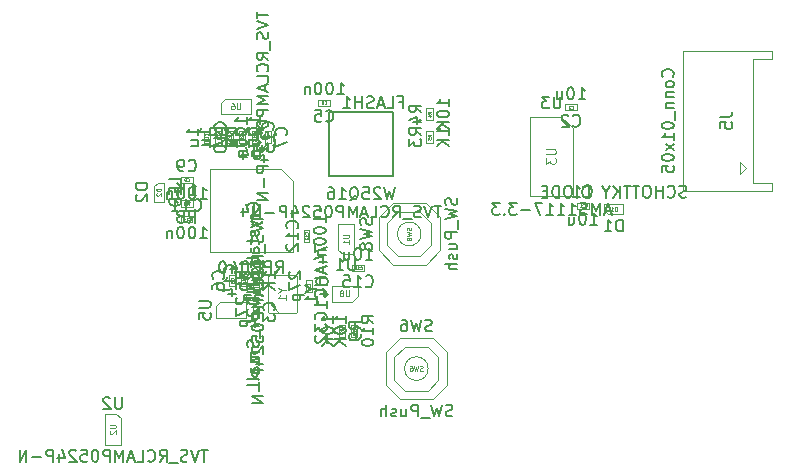
<source format=gbr>
G04 #@! TF.GenerationSoftware,KiCad,Pcbnew,7.0.9*
G04 #@! TF.CreationDate,2023-12-20T17:09:37-07:00*
G04 #@! TF.ProjectId,nes_controller_pcb,6e65735f-636f-46e7-9472-6f6c6c65725f,4a*
G04 #@! TF.SameCoordinates,Original*
G04 #@! TF.FileFunction,AssemblyDrawing,Bot*
%FSLAX46Y46*%
G04 Gerber Fmt 4.6, Leading zero omitted, Abs format (unit mm)*
G04 Created by KiCad (PCBNEW 7.0.9) date 2023-12-20 17:09:37*
%MOMM*%
%LPD*%
G01*
G04 APERTURE LIST*
%ADD10C,0.150000*%
%ADD11C,0.120000*%
%ADD12C,0.040000*%
%ADD13C,0.075000*%
%ADD14C,0.060000*%
%ADD15C,0.105000*%
%ADD16C,0.100000*%
%ADD17C,0.127000*%
%ADD18C,0.200000*%
G04 APERTURE END LIST*
D10*
X170701904Y-108964819D02*
X170701904Y-109774342D01*
X170701904Y-109774342D02*
X170654285Y-109869580D01*
X170654285Y-109869580D02*
X170606666Y-109917200D01*
X170606666Y-109917200D02*
X170511428Y-109964819D01*
X170511428Y-109964819D02*
X170320952Y-109964819D01*
X170320952Y-109964819D02*
X170225714Y-109917200D01*
X170225714Y-109917200D02*
X170178095Y-109869580D01*
X170178095Y-109869580D02*
X170130476Y-109774342D01*
X170130476Y-109774342D02*
X170130476Y-108964819D01*
X169749523Y-108964819D02*
X169130476Y-108964819D01*
X169130476Y-108964819D02*
X169463809Y-109345771D01*
X169463809Y-109345771D02*
X169320952Y-109345771D01*
X169320952Y-109345771D02*
X169225714Y-109393390D01*
X169225714Y-109393390D02*
X169178095Y-109441009D01*
X169178095Y-109441009D02*
X169130476Y-109536247D01*
X169130476Y-109536247D02*
X169130476Y-109774342D01*
X169130476Y-109774342D02*
X169178095Y-109869580D01*
X169178095Y-109869580D02*
X169225714Y-109917200D01*
X169225714Y-109917200D02*
X169320952Y-109964819D01*
X169320952Y-109964819D02*
X169606666Y-109964819D01*
X169606666Y-109964819D02*
X169701904Y-109917200D01*
X169701904Y-109917200D02*
X169749523Y-109869580D01*
X174939999Y-118679104D02*
X174463809Y-118679104D01*
X175035237Y-118964819D02*
X174701904Y-117964819D01*
X174701904Y-117964819D02*
X174368571Y-118964819D01*
X174035237Y-118964819D02*
X174035237Y-117964819D01*
X174035237Y-117964819D02*
X173701904Y-118679104D01*
X173701904Y-118679104D02*
X173368571Y-117964819D01*
X173368571Y-117964819D02*
X173368571Y-118964819D01*
X172939999Y-118917200D02*
X172797142Y-118964819D01*
X172797142Y-118964819D02*
X172559047Y-118964819D01*
X172559047Y-118964819D02*
X172463809Y-118917200D01*
X172463809Y-118917200D02*
X172416190Y-118869580D01*
X172416190Y-118869580D02*
X172368571Y-118774342D01*
X172368571Y-118774342D02*
X172368571Y-118679104D01*
X172368571Y-118679104D02*
X172416190Y-118583866D01*
X172416190Y-118583866D02*
X172463809Y-118536247D01*
X172463809Y-118536247D02*
X172559047Y-118488628D01*
X172559047Y-118488628D02*
X172749523Y-118441009D01*
X172749523Y-118441009D02*
X172844761Y-118393390D01*
X172844761Y-118393390D02*
X172892380Y-118345771D01*
X172892380Y-118345771D02*
X172939999Y-118250533D01*
X172939999Y-118250533D02*
X172939999Y-118155295D01*
X172939999Y-118155295D02*
X172892380Y-118060057D01*
X172892380Y-118060057D02*
X172844761Y-118012438D01*
X172844761Y-118012438D02*
X172749523Y-117964819D01*
X172749523Y-117964819D02*
X172511428Y-117964819D01*
X172511428Y-117964819D02*
X172368571Y-118012438D01*
X171416190Y-118964819D02*
X171987618Y-118964819D01*
X171701904Y-118964819D02*
X171701904Y-117964819D01*
X171701904Y-117964819D02*
X171797142Y-118107676D01*
X171797142Y-118107676D02*
X171892380Y-118202914D01*
X171892380Y-118202914D02*
X171987618Y-118250533D01*
X170463809Y-118964819D02*
X171035237Y-118964819D01*
X170749523Y-118964819D02*
X170749523Y-117964819D01*
X170749523Y-117964819D02*
X170844761Y-118107676D01*
X170844761Y-118107676D02*
X170939999Y-118202914D01*
X170939999Y-118202914D02*
X171035237Y-118250533D01*
X169511428Y-118964819D02*
X170082856Y-118964819D01*
X169797142Y-118964819D02*
X169797142Y-117964819D01*
X169797142Y-117964819D02*
X169892380Y-118107676D01*
X169892380Y-118107676D02*
X169987618Y-118202914D01*
X169987618Y-118202914D02*
X170082856Y-118250533D01*
X169178094Y-117964819D02*
X168511428Y-117964819D01*
X168511428Y-117964819D02*
X168939999Y-118964819D01*
X168130475Y-118583866D02*
X167368571Y-118583866D01*
X166987618Y-117964819D02*
X166368571Y-117964819D01*
X166368571Y-117964819D02*
X166701904Y-118345771D01*
X166701904Y-118345771D02*
X166559047Y-118345771D01*
X166559047Y-118345771D02*
X166463809Y-118393390D01*
X166463809Y-118393390D02*
X166416190Y-118441009D01*
X166416190Y-118441009D02*
X166368571Y-118536247D01*
X166368571Y-118536247D02*
X166368571Y-118774342D01*
X166368571Y-118774342D02*
X166416190Y-118869580D01*
X166416190Y-118869580D02*
X166463809Y-118917200D01*
X166463809Y-118917200D02*
X166559047Y-118964819D01*
X166559047Y-118964819D02*
X166844761Y-118964819D01*
X166844761Y-118964819D02*
X166939999Y-118917200D01*
X166939999Y-118917200D02*
X166987618Y-118869580D01*
X165939999Y-118869580D02*
X165892380Y-118917200D01*
X165892380Y-118917200D02*
X165939999Y-118964819D01*
X165939999Y-118964819D02*
X165987618Y-118917200D01*
X165987618Y-118917200D02*
X165939999Y-118869580D01*
X165939999Y-118869580D02*
X165939999Y-118964819D01*
X165559047Y-117964819D02*
X164940000Y-117964819D01*
X164940000Y-117964819D02*
X165273333Y-118345771D01*
X165273333Y-118345771D02*
X165130476Y-118345771D01*
X165130476Y-118345771D02*
X165035238Y-118393390D01*
X165035238Y-118393390D02*
X164987619Y-118441009D01*
X164987619Y-118441009D02*
X164940000Y-118536247D01*
X164940000Y-118536247D02*
X164940000Y-118774342D01*
X164940000Y-118774342D02*
X164987619Y-118869580D01*
X164987619Y-118869580D02*
X165035238Y-118917200D01*
X165035238Y-118917200D02*
X165130476Y-118964819D01*
X165130476Y-118964819D02*
X165416190Y-118964819D01*
X165416190Y-118964819D02*
X165511428Y-118917200D01*
X165511428Y-118917200D02*
X165559047Y-118869580D01*
D11*
X169503855Y-113400476D02*
X170151474Y-113400476D01*
X170151474Y-113400476D02*
X170227664Y-113438571D01*
X170227664Y-113438571D02*
X170265760Y-113476666D01*
X170265760Y-113476666D02*
X170303855Y-113552857D01*
X170303855Y-113552857D02*
X170303855Y-113705238D01*
X170303855Y-113705238D02*
X170265760Y-113781428D01*
X170265760Y-113781428D02*
X170227664Y-113819523D01*
X170227664Y-113819523D02*
X170151474Y-113857619D01*
X170151474Y-113857619D02*
X169503855Y-113857619D01*
X169503855Y-114162380D02*
X169503855Y-114657618D01*
X169503855Y-114657618D02*
X169808617Y-114390952D01*
X169808617Y-114390952D02*
X169808617Y-114505237D01*
X169808617Y-114505237D02*
X169846712Y-114581428D01*
X169846712Y-114581428D02*
X169884807Y-114619523D01*
X169884807Y-114619523D02*
X169960998Y-114657618D01*
X169960998Y-114657618D02*
X170151474Y-114657618D01*
X170151474Y-114657618D02*
X170227664Y-114619523D01*
X170227664Y-114619523D02*
X170265760Y-114581428D01*
X170265760Y-114581428D02*
X170303855Y-114505237D01*
X170303855Y-114505237D02*
X170303855Y-114276666D01*
X170303855Y-114276666D02*
X170265760Y-114200475D01*
X170265760Y-114200475D02*
X170227664Y-114162380D01*
D10*
X139692857Y-118564580D02*
X139740476Y-118612200D01*
X139740476Y-118612200D02*
X139883333Y-118659819D01*
X139883333Y-118659819D02*
X139978571Y-118659819D01*
X139978571Y-118659819D02*
X140121428Y-118612200D01*
X140121428Y-118612200D02*
X140216666Y-118516961D01*
X140216666Y-118516961D02*
X140264285Y-118421723D01*
X140264285Y-118421723D02*
X140311904Y-118231247D01*
X140311904Y-118231247D02*
X140311904Y-118088390D01*
X140311904Y-118088390D02*
X140264285Y-117897914D01*
X140264285Y-117897914D02*
X140216666Y-117802676D01*
X140216666Y-117802676D02*
X140121428Y-117707438D01*
X140121428Y-117707438D02*
X139978571Y-117659819D01*
X139978571Y-117659819D02*
X139883333Y-117659819D01*
X139883333Y-117659819D02*
X139740476Y-117707438D01*
X139740476Y-117707438D02*
X139692857Y-117755057D01*
X138740476Y-118659819D02*
X139311904Y-118659819D01*
X139026190Y-118659819D02*
X139026190Y-117659819D01*
X139026190Y-117659819D02*
X139121428Y-117802676D01*
X139121428Y-117802676D02*
X139216666Y-117897914D01*
X139216666Y-117897914D02*
X139311904Y-117945533D01*
X137788095Y-118659819D02*
X138359523Y-118659819D01*
X138073809Y-118659819D02*
X138073809Y-117659819D01*
X138073809Y-117659819D02*
X138169047Y-117802676D01*
X138169047Y-117802676D02*
X138264285Y-117897914D01*
X138264285Y-117897914D02*
X138359523Y-117945533D01*
X140169047Y-120979819D02*
X140740475Y-120979819D01*
X140454761Y-120979819D02*
X140454761Y-119979819D01*
X140454761Y-119979819D02*
X140549999Y-120122676D01*
X140549999Y-120122676D02*
X140645237Y-120217914D01*
X140645237Y-120217914D02*
X140740475Y-120265533D01*
X139549999Y-119979819D02*
X139454761Y-119979819D01*
X139454761Y-119979819D02*
X139359523Y-120027438D01*
X139359523Y-120027438D02*
X139311904Y-120075057D01*
X139311904Y-120075057D02*
X139264285Y-120170295D01*
X139264285Y-120170295D02*
X139216666Y-120360771D01*
X139216666Y-120360771D02*
X139216666Y-120598866D01*
X139216666Y-120598866D02*
X139264285Y-120789342D01*
X139264285Y-120789342D02*
X139311904Y-120884580D01*
X139311904Y-120884580D02*
X139359523Y-120932200D01*
X139359523Y-120932200D02*
X139454761Y-120979819D01*
X139454761Y-120979819D02*
X139549999Y-120979819D01*
X139549999Y-120979819D02*
X139645237Y-120932200D01*
X139645237Y-120932200D02*
X139692856Y-120884580D01*
X139692856Y-120884580D02*
X139740475Y-120789342D01*
X139740475Y-120789342D02*
X139788094Y-120598866D01*
X139788094Y-120598866D02*
X139788094Y-120360771D01*
X139788094Y-120360771D02*
X139740475Y-120170295D01*
X139740475Y-120170295D02*
X139692856Y-120075057D01*
X139692856Y-120075057D02*
X139645237Y-120027438D01*
X139645237Y-120027438D02*
X139549999Y-119979819D01*
X138597618Y-119979819D02*
X138502380Y-119979819D01*
X138502380Y-119979819D02*
X138407142Y-120027438D01*
X138407142Y-120027438D02*
X138359523Y-120075057D01*
X138359523Y-120075057D02*
X138311904Y-120170295D01*
X138311904Y-120170295D02*
X138264285Y-120360771D01*
X138264285Y-120360771D02*
X138264285Y-120598866D01*
X138264285Y-120598866D02*
X138311904Y-120789342D01*
X138311904Y-120789342D02*
X138359523Y-120884580D01*
X138359523Y-120884580D02*
X138407142Y-120932200D01*
X138407142Y-120932200D02*
X138502380Y-120979819D01*
X138502380Y-120979819D02*
X138597618Y-120979819D01*
X138597618Y-120979819D02*
X138692856Y-120932200D01*
X138692856Y-120932200D02*
X138740475Y-120884580D01*
X138740475Y-120884580D02*
X138788094Y-120789342D01*
X138788094Y-120789342D02*
X138835713Y-120598866D01*
X138835713Y-120598866D02*
X138835713Y-120360771D01*
X138835713Y-120360771D02*
X138788094Y-120170295D01*
X138788094Y-120170295D02*
X138740475Y-120075057D01*
X138740475Y-120075057D02*
X138692856Y-120027438D01*
X138692856Y-120027438D02*
X138597618Y-119979819D01*
X137835713Y-120313152D02*
X137835713Y-120979819D01*
X137835713Y-120408390D02*
X137788094Y-120360771D01*
X137788094Y-120360771D02*
X137692856Y-120313152D01*
X137692856Y-120313152D02*
X137549999Y-120313152D01*
X137549999Y-120313152D02*
X137454761Y-120360771D01*
X137454761Y-120360771D02*
X137407142Y-120456009D01*
X137407142Y-120456009D02*
X137407142Y-120979819D01*
D12*
X139210714Y-119454765D02*
X139222618Y-119466670D01*
X139222618Y-119466670D02*
X139258333Y-119478574D01*
X139258333Y-119478574D02*
X139282142Y-119478574D01*
X139282142Y-119478574D02*
X139317856Y-119466670D01*
X139317856Y-119466670D02*
X139341666Y-119442860D01*
X139341666Y-119442860D02*
X139353571Y-119419050D01*
X139353571Y-119419050D02*
X139365475Y-119371431D01*
X139365475Y-119371431D02*
X139365475Y-119335717D01*
X139365475Y-119335717D02*
X139353571Y-119288098D01*
X139353571Y-119288098D02*
X139341666Y-119264289D01*
X139341666Y-119264289D02*
X139317856Y-119240479D01*
X139317856Y-119240479D02*
X139282142Y-119228574D01*
X139282142Y-119228574D02*
X139258333Y-119228574D01*
X139258333Y-119228574D02*
X139222618Y-119240479D01*
X139222618Y-119240479D02*
X139210714Y-119252384D01*
X138972618Y-119478574D02*
X139115475Y-119478574D01*
X139044047Y-119478574D02*
X139044047Y-119228574D01*
X139044047Y-119228574D02*
X139067856Y-119264289D01*
X139067856Y-119264289D02*
X139091666Y-119288098D01*
X139091666Y-119288098D02*
X139115475Y-119300003D01*
X138734523Y-119478574D02*
X138877380Y-119478574D01*
X138805952Y-119478574D02*
X138805952Y-119228574D01*
X138805952Y-119228574D02*
X138829761Y-119264289D01*
X138829761Y-119264289D02*
X138853571Y-119288098D01*
X138853571Y-119288098D02*
X138877380Y-119300003D01*
D10*
X150853347Y-111010866D02*
X150900966Y-111058486D01*
X150900966Y-111058486D02*
X151043823Y-111106105D01*
X151043823Y-111106105D02*
X151139061Y-111106105D01*
X151139061Y-111106105D02*
X151281918Y-111058486D01*
X151281918Y-111058486D02*
X151377156Y-110963247D01*
X151377156Y-110963247D02*
X151424775Y-110868009D01*
X151424775Y-110868009D02*
X151472394Y-110677533D01*
X151472394Y-110677533D02*
X151472394Y-110534676D01*
X151472394Y-110534676D02*
X151424775Y-110344200D01*
X151424775Y-110344200D02*
X151377156Y-110248962D01*
X151377156Y-110248962D02*
X151281918Y-110153724D01*
X151281918Y-110153724D02*
X151139061Y-110106105D01*
X151139061Y-110106105D02*
X151043823Y-110106105D01*
X151043823Y-110106105D02*
X150900966Y-110153724D01*
X150900966Y-110153724D02*
X150853347Y-110201343D01*
X149948585Y-110106105D02*
X150424775Y-110106105D01*
X150424775Y-110106105D02*
X150472394Y-110582295D01*
X150472394Y-110582295D02*
X150424775Y-110534676D01*
X150424775Y-110534676D02*
X150329537Y-110487057D01*
X150329537Y-110487057D02*
X150091442Y-110487057D01*
X150091442Y-110487057D02*
X149996204Y-110534676D01*
X149996204Y-110534676D02*
X149948585Y-110582295D01*
X149948585Y-110582295D02*
X149900966Y-110677533D01*
X149900966Y-110677533D02*
X149900966Y-110915628D01*
X149900966Y-110915628D02*
X149948585Y-111010866D01*
X149948585Y-111010866D02*
X149996204Y-111058486D01*
X149996204Y-111058486D02*
X150091442Y-111106105D01*
X150091442Y-111106105D02*
X150329537Y-111106105D01*
X150329537Y-111106105D02*
X150424775Y-111058486D01*
X150424775Y-111058486D02*
X150472394Y-111010866D01*
X151805728Y-108786105D02*
X152377156Y-108786105D01*
X152091442Y-108786105D02*
X152091442Y-107786105D01*
X152091442Y-107786105D02*
X152186680Y-107928962D01*
X152186680Y-107928962D02*
X152281918Y-108024200D01*
X152281918Y-108024200D02*
X152377156Y-108071819D01*
X151186680Y-107786105D02*
X151091442Y-107786105D01*
X151091442Y-107786105D02*
X150996204Y-107833724D01*
X150996204Y-107833724D02*
X150948585Y-107881343D01*
X150948585Y-107881343D02*
X150900966Y-107976581D01*
X150900966Y-107976581D02*
X150853347Y-108167057D01*
X150853347Y-108167057D02*
X150853347Y-108405152D01*
X150853347Y-108405152D02*
X150900966Y-108595628D01*
X150900966Y-108595628D02*
X150948585Y-108690866D01*
X150948585Y-108690866D02*
X150996204Y-108738486D01*
X150996204Y-108738486D02*
X151091442Y-108786105D01*
X151091442Y-108786105D02*
X151186680Y-108786105D01*
X151186680Y-108786105D02*
X151281918Y-108738486D01*
X151281918Y-108738486D02*
X151329537Y-108690866D01*
X151329537Y-108690866D02*
X151377156Y-108595628D01*
X151377156Y-108595628D02*
X151424775Y-108405152D01*
X151424775Y-108405152D02*
X151424775Y-108167057D01*
X151424775Y-108167057D02*
X151377156Y-107976581D01*
X151377156Y-107976581D02*
X151329537Y-107881343D01*
X151329537Y-107881343D02*
X151281918Y-107833724D01*
X151281918Y-107833724D02*
X151186680Y-107786105D01*
X150234299Y-107786105D02*
X150139061Y-107786105D01*
X150139061Y-107786105D02*
X150043823Y-107833724D01*
X150043823Y-107833724D02*
X149996204Y-107881343D01*
X149996204Y-107881343D02*
X149948585Y-107976581D01*
X149948585Y-107976581D02*
X149900966Y-108167057D01*
X149900966Y-108167057D02*
X149900966Y-108405152D01*
X149900966Y-108405152D02*
X149948585Y-108595628D01*
X149948585Y-108595628D02*
X149996204Y-108690866D01*
X149996204Y-108690866D02*
X150043823Y-108738486D01*
X150043823Y-108738486D02*
X150139061Y-108786105D01*
X150139061Y-108786105D02*
X150234299Y-108786105D01*
X150234299Y-108786105D02*
X150329537Y-108738486D01*
X150329537Y-108738486D02*
X150377156Y-108690866D01*
X150377156Y-108690866D02*
X150424775Y-108595628D01*
X150424775Y-108595628D02*
X150472394Y-108405152D01*
X150472394Y-108405152D02*
X150472394Y-108167057D01*
X150472394Y-108167057D02*
X150424775Y-107976581D01*
X150424775Y-107976581D02*
X150377156Y-107881343D01*
X150377156Y-107881343D02*
X150329537Y-107833724D01*
X150329537Y-107833724D02*
X150234299Y-107786105D01*
X149472394Y-108119438D02*
X149472394Y-108786105D01*
X149472394Y-108214676D02*
X149424775Y-108167057D01*
X149424775Y-108167057D02*
X149329537Y-108119438D01*
X149329537Y-108119438D02*
X149186680Y-108119438D01*
X149186680Y-108119438D02*
X149091442Y-108167057D01*
X149091442Y-108167057D02*
X149043823Y-108262295D01*
X149043823Y-108262295D02*
X149043823Y-108786105D01*
D12*
X150728347Y-109581051D02*
X150740251Y-109592956D01*
X150740251Y-109592956D02*
X150775966Y-109604860D01*
X150775966Y-109604860D02*
X150799775Y-109604860D01*
X150799775Y-109604860D02*
X150835489Y-109592956D01*
X150835489Y-109592956D02*
X150859299Y-109569146D01*
X150859299Y-109569146D02*
X150871204Y-109545336D01*
X150871204Y-109545336D02*
X150883108Y-109497717D01*
X150883108Y-109497717D02*
X150883108Y-109462003D01*
X150883108Y-109462003D02*
X150871204Y-109414384D01*
X150871204Y-109414384D02*
X150859299Y-109390575D01*
X150859299Y-109390575D02*
X150835489Y-109366765D01*
X150835489Y-109366765D02*
X150799775Y-109354860D01*
X150799775Y-109354860D02*
X150775966Y-109354860D01*
X150775966Y-109354860D02*
X150740251Y-109366765D01*
X150740251Y-109366765D02*
X150728347Y-109378670D01*
X150502156Y-109354860D02*
X150621204Y-109354860D01*
X150621204Y-109354860D02*
X150633108Y-109473908D01*
X150633108Y-109473908D02*
X150621204Y-109462003D01*
X150621204Y-109462003D02*
X150597394Y-109450098D01*
X150597394Y-109450098D02*
X150537870Y-109450098D01*
X150537870Y-109450098D02*
X150514061Y-109462003D01*
X150514061Y-109462003D02*
X150502156Y-109473908D01*
X150502156Y-109473908D02*
X150490251Y-109497717D01*
X150490251Y-109497717D02*
X150490251Y-109557241D01*
X150490251Y-109557241D02*
X150502156Y-109581051D01*
X150502156Y-109581051D02*
X150514061Y-109592956D01*
X150514061Y-109592956D02*
X150537870Y-109604860D01*
X150537870Y-109604860D02*
X150597394Y-109604860D01*
X150597394Y-109604860D02*
X150621204Y-109592956D01*
X150621204Y-109592956D02*
X150633108Y-109581051D01*
D10*
X133566904Y-134420483D02*
X133566904Y-135230006D01*
X133566904Y-135230006D02*
X133519285Y-135325244D01*
X133519285Y-135325244D02*
X133471666Y-135372864D01*
X133471666Y-135372864D02*
X133376428Y-135420483D01*
X133376428Y-135420483D02*
X133185952Y-135420483D01*
X133185952Y-135420483D02*
X133090714Y-135372864D01*
X133090714Y-135372864D02*
X133043095Y-135325244D01*
X133043095Y-135325244D02*
X132995476Y-135230006D01*
X132995476Y-135230006D02*
X132995476Y-134420483D01*
X132566904Y-134515721D02*
X132519285Y-134468102D01*
X132519285Y-134468102D02*
X132424047Y-134420483D01*
X132424047Y-134420483D02*
X132185952Y-134420483D01*
X132185952Y-134420483D02*
X132090714Y-134468102D01*
X132090714Y-134468102D02*
X132043095Y-134515721D01*
X132043095Y-134515721D02*
X131995476Y-134610959D01*
X131995476Y-134610959D02*
X131995476Y-134706197D01*
X131995476Y-134706197D02*
X132043095Y-134849054D01*
X132043095Y-134849054D02*
X132614523Y-135420483D01*
X132614523Y-135420483D02*
X131995476Y-135420483D01*
X140828809Y-138880483D02*
X140257381Y-138880483D01*
X140543095Y-139880483D02*
X140543095Y-138880483D01*
X140066904Y-138880483D02*
X139733571Y-139880483D01*
X139733571Y-139880483D02*
X139400238Y-138880483D01*
X139114523Y-139832864D02*
X138971666Y-139880483D01*
X138971666Y-139880483D02*
X138733571Y-139880483D01*
X138733571Y-139880483D02*
X138638333Y-139832864D01*
X138638333Y-139832864D02*
X138590714Y-139785244D01*
X138590714Y-139785244D02*
X138543095Y-139690006D01*
X138543095Y-139690006D02*
X138543095Y-139594768D01*
X138543095Y-139594768D02*
X138590714Y-139499530D01*
X138590714Y-139499530D02*
X138638333Y-139451911D01*
X138638333Y-139451911D02*
X138733571Y-139404292D01*
X138733571Y-139404292D02*
X138924047Y-139356673D01*
X138924047Y-139356673D02*
X139019285Y-139309054D01*
X139019285Y-139309054D02*
X139066904Y-139261435D01*
X139066904Y-139261435D02*
X139114523Y-139166197D01*
X139114523Y-139166197D02*
X139114523Y-139070959D01*
X139114523Y-139070959D02*
X139066904Y-138975721D01*
X139066904Y-138975721D02*
X139019285Y-138928102D01*
X139019285Y-138928102D02*
X138924047Y-138880483D01*
X138924047Y-138880483D02*
X138685952Y-138880483D01*
X138685952Y-138880483D02*
X138543095Y-138928102D01*
X138352619Y-139975721D02*
X137590714Y-139975721D01*
X136781190Y-139880483D02*
X137114523Y-139404292D01*
X137352618Y-139880483D02*
X137352618Y-138880483D01*
X137352618Y-138880483D02*
X136971666Y-138880483D01*
X136971666Y-138880483D02*
X136876428Y-138928102D01*
X136876428Y-138928102D02*
X136828809Y-138975721D01*
X136828809Y-138975721D02*
X136781190Y-139070959D01*
X136781190Y-139070959D02*
X136781190Y-139213816D01*
X136781190Y-139213816D02*
X136828809Y-139309054D01*
X136828809Y-139309054D02*
X136876428Y-139356673D01*
X136876428Y-139356673D02*
X136971666Y-139404292D01*
X136971666Y-139404292D02*
X137352618Y-139404292D01*
X135781190Y-139785244D02*
X135828809Y-139832864D01*
X135828809Y-139832864D02*
X135971666Y-139880483D01*
X135971666Y-139880483D02*
X136066904Y-139880483D01*
X136066904Y-139880483D02*
X136209761Y-139832864D01*
X136209761Y-139832864D02*
X136304999Y-139737625D01*
X136304999Y-139737625D02*
X136352618Y-139642387D01*
X136352618Y-139642387D02*
X136400237Y-139451911D01*
X136400237Y-139451911D02*
X136400237Y-139309054D01*
X136400237Y-139309054D02*
X136352618Y-139118578D01*
X136352618Y-139118578D02*
X136304999Y-139023340D01*
X136304999Y-139023340D02*
X136209761Y-138928102D01*
X136209761Y-138928102D02*
X136066904Y-138880483D01*
X136066904Y-138880483D02*
X135971666Y-138880483D01*
X135971666Y-138880483D02*
X135828809Y-138928102D01*
X135828809Y-138928102D02*
X135781190Y-138975721D01*
X134876428Y-139880483D02*
X135352618Y-139880483D01*
X135352618Y-139880483D02*
X135352618Y-138880483D01*
X134590713Y-139594768D02*
X134114523Y-139594768D01*
X134685951Y-139880483D02*
X134352618Y-138880483D01*
X134352618Y-138880483D02*
X134019285Y-139880483D01*
X133685951Y-139880483D02*
X133685951Y-138880483D01*
X133685951Y-138880483D02*
X133352618Y-139594768D01*
X133352618Y-139594768D02*
X133019285Y-138880483D01*
X133019285Y-138880483D02*
X133019285Y-139880483D01*
X132543094Y-139880483D02*
X132543094Y-138880483D01*
X132543094Y-138880483D02*
X132162142Y-138880483D01*
X132162142Y-138880483D02*
X132066904Y-138928102D01*
X132066904Y-138928102D02*
X132019285Y-138975721D01*
X132019285Y-138975721D02*
X131971666Y-139070959D01*
X131971666Y-139070959D02*
X131971666Y-139213816D01*
X131971666Y-139213816D02*
X132019285Y-139309054D01*
X132019285Y-139309054D02*
X132066904Y-139356673D01*
X132066904Y-139356673D02*
X132162142Y-139404292D01*
X132162142Y-139404292D02*
X132543094Y-139404292D01*
X131352618Y-138880483D02*
X131257380Y-138880483D01*
X131257380Y-138880483D02*
X131162142Y-138928102D01*
X131162142Y-138928102D02*
X131114523Y-138975721D01*
X131114523Y-138975721D02*
X131066904Y-139070959D01*
X131066904Y-139070959D02*
X131019285Y-139261435D01*
X131019285Y-139261435D02*
X131019285Y-139499530D01*
X131019285Y-139499530D02*
X131066904Y-139690006D01*
X131066904Y-139690006D02*
X131114523Y-139785244D01*
X131114523Y-139785244D02*
X131162142Y-139832864D01*
X131162142Y-139832864D02*
X131257380Y-139880483D01*
X131257380Y-139880483D02*
X131352618Y-139880483D01*
X131352618Y-139880483D02*
X131447856Y-139832864D01*
X131447856Y-139832864D02*
X131495475Y-139785244D01*
X131495475Y-139785244D02*
X131543094Y-139690006D01*
X131543094Y-139690006D02*
X131590713Y-139499530D01*
X131590713Y-139499530D02*
X131590713Y-139261435D01*
X131590713Y-139261435D02*
X131543094Y-139070959D01*
X131543094Y-139070959D02*
X131495475Y-138975721D01*
X131495475Y-138975721D02*
X131447856Y-138928102D01*
X131447856Y-138928102D02*
X131352618Y-138880483D01*
X130114523Y-138880483D02*
X130590713Y-138880483D01*
X130590713Y-138880483D02*
X130638332Y-139356673D01*
X130638332Y-139356673D02*
X130590713Y-139309054D01*
X130590713Y-139309054D02*
X130495475Y-139261435D01*
X130495475Y-139261435D02*
X130257380Y-139261435D01*
X130257380Y-139261435D02*
X130162142Y-139309054D01*
X130162142Y-139309054D02*
X130114523Y-139356673D01*
X130114523Y-139356673D02*
X130066904Y-139451911D01*
X130066904Y-139451911D02*
X130066904Y-139690006D01*
X130066904Y-139690006D02*
X130114523Y-139785244D01*
X130114523Y-139785244D02*
X130162142Y-139832864D01*
X130162142Y-139832864D02*
X130257380Y-139880483D01*
X130257380Y-139880483D02*
X130495475Y-139880483D01*
X130495475Y-139880483D02*
X130590713Y-139832864D01*
X130590713Y-139832864D02*
X130638332Y-139785244D01*
X129685951Y-138975721D02*
X129638332Y-138928102D01*
X129638332Y-138928102D02*
X129543094Y-138880483D01*
X129543094Y-138880483D02*
X129304999Y-138880483D01*
X129304999Y-138880483D02*
X129209761Y-138928102D01*
X129209761Y-138928102D02*
X129162142Y-138975721D01*
X129162142Y-138975721D02*
X129114523Y-139070959D01*
X129114523Y-139070959D02*
X129114523Y-139166197D01*
X129114523Y-139166197D02*
X129162142Y-139309054D01*
X129162142Y-139309054D02*
X129733570Y-139880483D01*
X129733570Y-139880483D02*
X129114523Y-139880483D01*
X128257380Y-139213816D02*
X128257380Y-139880483D01*
X128495475Y-138832864D02*
X128733570Y-139547149D01*
X128733570Y-139547149D02*
X128114523Y-139547149D01*
X127733570Y-139880483D02*
X127733570Y-138880483D01*
X127733570Y-138880483D02*
X127352618Y-138880483D01*
X127352618Y-138880483D02*
X127257380Y-138928102D01*
X127257380Y-138928102D02*
X127209761Y-138975721D01*
X127209761Y-138975721D02*
X127162142Y-139070959D01*
X127162142Y-139070959D02*
X127162142Y-139213816D01*
X127162142Y-139213816D02*
X127209761Y-139309054D01*
X127209761Y-139309054D02*
X127257380Y-139356673D01*
X127257380Y-139356673D02*
X127352618Y-139404292D01*
X127352618Y-139404292D02*
X127733570Y-139404292D01*
X126733570Y-139499530D02*
X125971666Y-139499530D01*
X125495475Y-139880483D02*
X125495475Y-138880483D01*
X125495475Y-138880483D02*
X124924047Y-139880483D01*
X124924047Y-139880483D02*
X124924047Y-138880483D01*
D13*
X132532409Y-136754711D02*
X132937171Y-136754711D01*
X132937171Y-136754711D02*
X132984790Y-136778521D01*
X132984790Y-136778521D02*
X133008600Y-136802330D01*
X133008600Y-136802330D02*
X133032409Y-136849949D01*
X133032409Y-136849949D02*
X133032409Y-136945187D01*
X133032409Y-136945187D02*
X133008600Y-136992806D01*
X133008600Y-136992806D02*
X132984790Y-137016616D01*
X132984790Y-137016616D02*
X132937171Y-137040425D01*
X132937171Y-137040425D02*
X132532409Y-137040425D01*
X132580028Y-137254712D02*
X132556219Y-137278521D01*
X132556219Y-137278521D02*
X132532409Y-137326140D01*
X132532409Y-137326140D02*
X132532409Y-137445188D01*
X132532409Y-137445188D02*
X132556219Y-137492807D01*
X132556219Y-137492807D02*
X132580028Y-137516616D01*
X132580028Y-137516616D02*
X132627647Y-137540426D01*
X132627647Y-137540426D02*
X132675266Y-137540426D01*
X132675266Y-137540426D02*
X132746695Y-137516616D01*
X132746695Y-137516616D02*
X133032409Y-137230902D01*
X133032409Y-137230902D02*
X133032409Y-137540426D01*
D10*
X144194819Y-124368333D02*
X143718628Y-124035000D01*
X144194819Y-123796905D02*
X143194819Y-123796905D01*
X143194819Y-123796905D02*
X143194819Y-124177857D01*
X143194819Y-124177857D02*
X143242438Y-124273095D01*
X143242438Y-124273095D02*
X143290057Y-124320714D01*
X143290057Y-124320714D02*
X143385295Y-124368333D01*
X143385295Y-124368333D02*
X143528152Y-124368333D01*
X143528152Y-124368333D02*
X143623390Y-124320714D01*
X143623390Y-124320714D02*
X143671009Y-124273095D01*
X143671009Y-124273095D02*
X143718628Y-124177857D01*
X143718628Y-124177857D02*
X143718628Y-123796905D01*
X143194819Y-125273095D02*
X143194819Y-124796905D01*
X143194819Y-124796905D02*
X143671009Y-124749286D01*
X143671009Y-124749286D02*
X143623390Y-124796905D01*
X143623390Y-124796905D02*
X143575771Y-124892143D01*
X143575771Y-124892143D02*
X143575771Y-125130238D01*
X143575771Y-125130238D02*
X143623390Y-125225476D01*
X143623390Y-125225476D02*
X143671009Y-125273095D01*
X143671009Y-125273095D02*
X143766247Y-125320714D01*
X143766247Y-125320714D02*
X144004342Y-125320714D01*
X144004342Y-125320714D02*
X144099580Y-125273095D01*
X144099580Y-125273095D02*
X144147200Y-125225476D01*
X144147200Y-125225476D02*
X144194819Y-125130238D01*
X144194819Y-125130238D02*
X144194819Y-124892143D01*
X144194819Y-124892143D02*
X144147200Y-124796905D01*
X144147200Y-124796905D02*
X144099580Y-124749286D01*
X146534819Y-124320714D02*
X146534819Y-123749286D01*
X146534819Y-124035000D02*
X145534819Y-124035000D01*
X145534819Y-124035000D02*
X145677676Y-123939762D01*
X145677676Y-123939762D02*
X145772914Y-123844524D01*
X145772914Y-123844524D02*
X145820533Y-123749286D01*
X146534819Y-124749286D02*
X145534819Y-124749286D01*
X146534819Y-125320714D02*
X145963390Y-124892143D01*
X145534819Y-125320714D02*
X146106247Y-124749286D01*
D12*
X145028200Y-124491667D02*
X144904391Y-124405000D01*
X145028200Y-124343095D02*
X144768200Y-124343095D01*
X144768200Y-124343095D02*
X144768200Y-124442143D01*
X144768200Y-124442143D02*
X144780581Y-124466905D01*
X144780581Y-124466905D02*
X144792962Y-124479286D01*
X144792962Y-124479286D02*
X144817724Y-124491667D01*
X144817724Y-124491667D02*
X144854867Y-124491667D01*
X144854867Y-124491667D02*
X144879629Y-124479286D01*
X144879629Y-124479286D02*
X144892010Y-124466905D01*
X144892010Y-124466905D02*
X144904391Y-124442143D01*
X144904391Y-124442143D02*
X144904391Y-124343095D01*
X144768200Y-124726905D02*
X144768200Y-124603095D01*
X144768200Y-124603095D02*
X144892010Y-124590714D01*
X144892010Y-124590714D02*
X144879629Y-124603095D01*
X144879629Y-124603095D02*
X144867248Y-124627857D01*
X144867248Y-124627857D02*
X144867248Y-124689762D01*
X144867248Y-124689762D02*
X144879629Y-124714524D01*
X144879629Y-124714524D02*
X144892010Y-124726905D01*
X144892010Y-124726905D02*
X144916772Y-124739286D01*
X144916772Y-124739286D02*
X144978677Y-124739286D01*
X144978677Y-124739286D02*
X145003439Y-124726905D01*
X145003439Y-124726905D02*
X145015820Y-124714524D01*
X145015820Y-124714524D02*
X145028200Y-124689762D01*
X145028200Y-124689762D02*
X145028200Y-124627857D01*
X145028200Y-124627857D02*
X145015820Y-124603095D01*
X145015820Y-124603095D02*
X145003439Y-124590714D01*
D10*
X140094819Y-126273095D02*
X140904342Y-126273095D01*
X140904342Y-126273095D02*
X140999580Y-126320714D01*
X140999580Y-126320714D02*
X141047200Y-126368333D01*
X141047200Y-126368333D02*
X141094819Y-126463571D01*
X141094819Y-126463571D02*
X141094819Y-126654047D01*
X141094819Y-126654047D02*
X141047200Y-126749285D01*
X141047200Y-126749285D02*
X140999580Y-126796904D01*
X140999580Y-126796904D02*
X140904342Y-126844523D01*
X140904342Y-126844523D02*
X140094819Y-126844523D01*
X140094819Y-127796904D02*
X140094819Y-127320714D01*
X140094819Y-127320714D02*
X140571009Y-127273095D01*
X140571009Y-127273095D02*
X140523390Y-127320714D01*
X140523390Y-127320714D02*
X140475771Y-127415952D01*
X140475771Y-127415952D02*
X140475771Y-127654047D01*
X140475771Y-127654047D02*
X140523390Y-127749285D01*
X140523390Y-127749285D02*
X140571009Y-127796904D01*
X140571009Y-127796904D02*
X140666247Y-127844523D01*
X140666247Y-127844523D02*
X140904342Y-127844523D01*
X140904342Y-127844523D02*
X140999580Y-127796904D01*
X140999580Y-127796904D02*
X141047200Y-127749285D01*
X141047200Y-127749285D02*
X141094819Y-127654047D01*
X141094819Y-127654047D02*
X141094819Y-127415952D01*
X141094819Y-127415952D02*
X141047200Y-127320714D01*
X141047200Y-127320714D02*
X140999580Y-127273095D01*
X144554819Y-119011190D02*
X144554819Y-119582618D01*
X145554819Y-119296904D02*
X144554819Y-119296904D01*
X144554819Y-119773095D02*
X145554819Y-120106428D01*
X145554819Y-120106428D02*
X144554819Y-120439761D01*
X145507200Y-120725476D02*
X145554819Y-120868333D01*
X145554819Y-120868333D02*
X145554819Y-121106428D01*
X145554819Y-121106428D02*
X145507200Y-121201666D01*
X145507200Y-121201666D02*
X145459580Y-121249285D01*
X145459580Y-121249285D02*
X145364342Y-121296904D01*
X145364342Y-121296904D02*
X145269104Y-121296904D01*
X145269104Y-121296904D02*
X145173866Y-121249285D01*
X145173866Y-121249285D02*
X145126247Y-121201666D01*
X145126247Y-121201666D02*
X145078628Y-121106428D01*
X145078628Y-121106428D02*
X145031009Y-120915952D01*
X145031009Y-120915952D02*
X144983390Y-120820714D01*
X144983390Y-120820714D02*
X144935771Y-120773095D01*
X144935771Y-120773095D02*
X144840533Y-120725476D01*
X144840533Y-120725476D02*
X144745295Y-120725476D01*
X144745295Y-120725476D02*
X144650057Y-120773095D01*
X144650057Y-120773095D02*
X144602438Y-120820714D01*
X144602438Y-120820714D02*
X144554819Y-120915952D01*
X144554819Y-120915952D02*
X144554819Y-121154047D01*
X144554819Y-121154047D02*
X144602438Y-121296904D01*
X145650057Y-121487381D02*
X145650057Y-122249285D01*
X145554819Y-123058809D02*
X145078628Y-122725476D01*
X145554819Y-122487381D02*
X144554819Y-122487381D01*
X144554819Y-122487381D02*
X144554819Y-122868333D01*
X144554819Y-122868333D02*
X144602438Y-122963571D01*
X144602438Y-122963571D02*
X144650057Y-123011190D01*
X144650057Y-123011190D02*
X144745295Y-123058809D01*
X144745295Y-123058809D02*
X144888152Y-123058809D01*
X144888152Y-123058809D02*
X144983390Y-123011190D01*
X144983390Y-123011190D02*
X145031009Y-122963571D01*
X145031009Y-122963571D02*
X145078628Y-122868333D01*
X145078628Y-122868333D02*
X145078628Y-122487381D01*
X145459580Y-124058809D02*
X145507200Y-124011190D01*
X145507200Y-124011190D02*
X145554819Y-123868333D01*
X145554819Y-123868333D02*
X145554819Y-123773095D01*
X145554819Y-123773095D02*
X145507200Y-123630238D01*
X145507200Y-123630238D02*
X145411961Y-123535000D01*
X145411961Y-123535000D02*
X145316723Y-123487381D01*
X145316723Y-123487381D02*
X145126247Y-123439762D01*
X145126247Y-123439762D02*
X144983390Y-123439762D01*
X144983390Y-123439762D02*
X144792914Y-123487381D01*
X144792914Y-123487381D02*
X144697676Y-123535000D01*
X144697676Y-123535000D02*
X144602438Y-123630238D01*
X144602438Y-123630238D02*
X144554819Y-123773095D01*
X144554819Y-123773095D02*
X144554819Y-123868333D01*
X144554819Y-123868333D02*
X144602438Y-124011190D01*
X144602438Y-124011190D02*
X144650057Y-124058809D01*
X145554819Y-124963571D02*
X145554819Y-124487381D01*
X145554819Y-124487381D02*
X144554819Y-124487381D01*
X145269104Y-125249286D02*
X145269104Y-125725476D01*
X145554819Y-125154048D02*
X144554819Y-125487381D01*
X144554819Y-125487381D02*
X145554819Y-125820714D01*
X145554819Y-126154048D02*
X144554819Y-126154048D01*
X144554819Y-126154048D02*
X145269104Y-126487381D01*
X145269104Y-126487381D02*
X144554819Y-126820714D01*
X144554819Y-126820714D02*
X145554819Y-126820714D01*
X145554819Y-127296905D02*
X144554819Y-127296905D01*
X144554819Y-127296905D02*
X144554819Y-127677857D01*
X144554819Y-127677857D02*
X144602438Y-127773095D01*
X144602438Y-127773095D02*
X144650057Y-127820714D01*
X144650057Y-127820714D02*
X144745295Y-127868333D01*
X144745295Y-127868333D02*
X144888152Y-127868333D01*
X144888152Y-127868333D02*
X144983390Y-127820714D01*
X144983390Y-127820714D02*
X145031009Y-127773095D01*
X145031009Y-127773095D02*
X145078628Y-127677857D01*
X145078628Y-127677857D02*
X145078628Y-127296905D01*
X144554819Y-128487381D02*
X144554819Y-128582619D01*
X144554819Y-128582619D02*
X144602438Y-128677857D01*
X144602438Y-128677857D02*
X144650057Y-128725476D01*
X144650057Y-128725476D02*
X144745295Y-128773095D01*
X144745295Y-128773095D02*
X144935771Y-128820714D01*
X144935771Y-128820714D02*
X145173866Y-128820714D01*
X145173866Y-128820714D02*
X145364342Y-128773095D01*
X145364342Y-128773095D02*
X145459580Y-128725476D01*
X145459580Y-128725476D02*
X145507200Y-128677857D01*
X145507200Y-128677857D02*
X145554819Y-128582619D01*
X145554819Y-128582619D02*
X145554819Y-128487381D01*
X145554819Y-128487381D02*
X145507200Y-128392143D01*
X145507200Y-128392143D02*
X145459580Y-128344524D01*
X145459580Y-128344524D02*
X145364342Y-128296905D01*
X145364342Y-128296905D02*
X145173866Y-128249286D01*
X145173866Y-128249286D02*
X144935771Y-128249286D01*
X144935771Y-128249286D02*
X144745295Y-128296905D01*
X144745295Y-128296905D02*
X144650057Y-128344524D01*
X144650057Y-128344524D02*
X144602438Y-128392143D01*
X144602438Y-128392143D02*
X144554819Y-128487381D01*
X144554819Y-129725476D02*
X144554819Y-129249286D01*
X144554819Y-129249286D02*
X145031009Y-129201667D01*
X145031009Y-129201667D02*
X144983390Y-129249286D01*
X144983390Y-129249286D02*
X144935771Y-129344524D01*
X144935771Y-129344524D02*
X144935771Y-129582619D01*
X144935771Y-129582619D02*
X144983390Y-129677857D01*
X144983390Y-129677857D02*
X145031009Y-129725476D01*
X145031009Y-129725476D02*
X145126247Y-129773095D01*
X145126247Y-129773095D02*
X145364342Y-129773095D01*
X145364342Y-129773095D02*
X145459580Y-129725476D01*
X145459580Y-129725476D02*
X145507200Y-129677857D01*
X145507200Y-129677857D02*
X145554819Y-129582619D01*
X145554819Y-129582619D02*
X145554819Y-129344524D01*
X145554819Y-129344524D02*
X145507200Y-129249286D01*
X145507200Y-129249286D02*
X145459580Y-129201667D01*
X144650057Y-130154048D02*
X144602438Y-130201667D01*
X144602438Y-130201667D02*
X144554819Y-130296905D01*
X144554819Y-130296905D02*
X144554819Y-130535000D01*
X144554819Y-130535000D02*
X144602438Y-130630238D01*
X144602438Y-130630238D02*
X144650057Y-130677857D01*
X144650057Y-130677857D02*
X144745295Y-130725476D01*
X144745295Y-130725476D02*
X144840533Y-130725476D01*
X144840533Y-130725476D02*
X144983390Y-130677857D01*
X144983390Y-130677857D02*
X145554819Y-130106429D01*
X145554819Y-130106429D02*
X145554819Y-130725476D01*
X144888152Y-131582619D02*
X145554819Y-131582619D01*
X144507200Y-131344524D02*
X145221485Y-131106429D01*
X145221485Y-131106429D02*
X145221485Y-131725476D01*
X145554819Y-132106429D02*
X144554819Y-132106429D01*
X144554819Y-132106429D02*
X144554819Y-132487381D01*
X144554819Y-132487381D02*
X144602438Y-132582619D01*
X144602438Y-132582619D02*
X144650057Y-132630238D01*
X144650057Y-132630238D02*
X144745295Y-132677857D01*
X144745295Y-132677857D02*
X144888152Y-132677857D01*
X144888152Y-132677857D02*
X144983390Y-132630238D01*
X144983390Y-132630238D02*
X145031009Y-132582619D01*
X145031009Y-132582619D02*
X145078628Y-132487381D01*
X145078628Y-132487381D02*
X145078628Y-132106429D01*
X145173866Y-133106429D02*
X145173866Y-133868334D01*
X145554819Y-134344524D02*
X144554819Y-134344524D01*
X144554819Y-134344524D02*
X145554819Y-134915952D01*
X145554819Y-134915952D02*
X144554819Y-134915952D01*
X159833332Y-128807200D02*
X159690475Y-128854819D01*
X159690475Y-128854819D02*
X159452380Y-128854819D01*
X159452380Y-128854819D02*
X159357142Y-128807200D01*
X159357142Y-128807200D02*
X159309523Y-128759580D01*
X159309523Y-128759580D02*
X159261904Y-128664342D01*
X159261904Y-128664342D02*
X159261904Y-128569104D01*
X159261904Y-128569104D02*
X159309523Y-128473866D01*
X159309523Y-128473866D02*
X159357142Y-128426247D01*
X159357142Y-128426247D02*
X159452380Y-128378628D01*
X159452380Y-128378628D02*
X159642856Y-128331009D01*
X159642856Y-128331009D02*
X159738094Y-128283390D01*
X159738094Y-128283390D02*
X159785713Y-128235771D01*
X159785713Y-128235771D02*
X159833332Y-128140533D01*
X159833332Y-128140533D02*
X159833332Y-128045295D01*
X159833332Y-128045295D02*
X159785713Y-127950057D01*
X159785713Y-127950057D02*
X159738094Y-127902438D01*
X159738094Y-127902438D02*
X159642856Y-127854819D01*
X159642856Y-127854819D02*
X159404761Y-127854819D01*
X159404761Y-127854819D02*
X159261904Y-127902438D01*
X158928570Y-127854819D02*
X158690475Y-128854819D01*
X158690475Y-128854819D02*
X158499999Y-128140533D01*
X158499999Y-128140533D02*
X158309523Y-128854819D01*
X158309523Y-128854819D02*
X158071428Y-127854819D01*
X157261904Y-127854819D02*
X157452380Y-127854819D01*
X157452380Y-127854819D02*
X157547618Y-127902438D01*
X157547618Y-127902438D02*
X157595237Y-127950057D01*
X157595237Y-127950057D02*
X157690475Y-128092914D01*
X157690475Y-128092914D02*
X157738094Y-128283390D01*
X157738094Y-128283390D02*
X157738094Y-128664342D01*
X157738094Y-128664342D02*
X157690475Y-128759580D01*
X157690475Y-128759580D02*
X157642856Y-128807200D01*
X157642856Y-128807200D02*
X157547618Y-128854819D01*
X157547618Y-128854819D02*
X157357142Y-128854819D01*
X157357142Y-128854819D02*
X157261904Y-128807200D01*
X157261904Y-128807200D02*
X157214285Y-128759580D01*
X157214285Y-128759580D02*
X157166666Y-128664342D01*
X157166666Y-128664342D02*
X157166666Y-128426247D01*
X157166666Y-128426247D02*
X157214285Y-128331009D01*
X157214285Y-128331009D02*
X157261904Y-128283390D01*
X157261904Y-128283390D02*
X157357142Y-128235771D01*
X157357142Y-128235771D02*
X157547618Y-128235771D01*
X157547618Y-128235771D02*
X157642856Y-128283390D01*
X157642856Y-128283390D02*
X157690475Y-128331009D01*
X157690475Y-128331009D02*
X157738094Y-128426247D01*
X161547618Y-136007200D02*
X161404761Y-136054819D01*
X161404761Y-136054819D02*
X161166666Y-136054819D01*
X161166666Y-136054819D02*
X161071428Y-136007200D01*
X161071428Y-136007200D02*
X161023809Y-135959580D01*
X161023809Y-135959580D02*
X160976190Y-135864342D01*
X160976190Y-135864342D02*
X160976190Y-135769104D01*
X160976190Y-135769104D02*
X161023809Y-135673866D01*
X161023809Y-135673866D02*
X161071428Y-135626247D01*
X161071428Y-135626247D02*
X161166666Y-135578628D01*
X161166666Y-135578628D02*
X161357142Y-135531009D01*
X161357142Y-135531009D02*
X161452380Y-135483390D01*
X161452380Y-135483390D02*
X161499999Y-135435771D01*
X161499999Y-135435771D02*
X161547618Y-135340533D01*
X161547618Y-135340533D02*
X161547618Y-135245295D01*
X161547618Y-135245295D02*
X161499999Y-135150057D01*
X161499999Y-135150057D02*
X161452380Y-135102438D01*
X161452380Y-135102438D02*
X161357142Y-135054819D01*
X161357142Y-135054819D02*
X161119047Y-135054819D01*
X161119047Y-135054819D02*
X160976190Y-135102438D01*
X160642856Y-135054819D02*
X160404761Y-136054819D01*
X160404761Y-136054819D02*
X160214285Y-135340533D01*
X160214285Y-135340533D02*
X160023809Y-136054819D01*
X160023809Y-136054819D02*
X159785714Y-135054819D01*
X159642857Y-136150057D02*
X158880952Y-136150057D01*
X158642856Y-136054819D02*
X158642856Y-135054819D01*
X158642856Y-135054819D02*
X158261904Y-135054819D01*
X158261904Y-135054819D02*
X158166666Y-135102438D01*
X158166666Y-135102438D02*
X158119047Y-135150057D01*
X158119047Y-135150057D02*
X158071428Y-135245295D01*
X158071428Y-135245295D02*
X158071428Y-135388152D01*
X158071428Y-135388152D02*
X158119047Y-135483390D01*
X158119047Y-135483390D02*
X158166666Y-135531009D01*
X158166666Y-135531009D02*
X158261904Y-135578628D01*
X158261904Y-135578628D02*
X158642856Y-135578628D01*
X157214285Y-135388152D02*
X157214285Y-136054819D01*
X157642856Y-135388152D02*
X157642856Y-135911961D01*
X157642856Y-135911961D02*
X157595237Y-136007200D01*
X157595237Y-136007200D02*
X157499999Y-136054819D01*
X157499999Y-136054819D02*
X157357142Y-136054819D01*
X157357142Y-136054819D02*
X157261904Y-136007200D01*
X157261904Y-136007200D02*
X157214285Y-135959580D01*
X156785713Y-136007200D02*
X156690475Y-136054819D01*
X156690475Y-136054819D02*
X156499999Y-136054819D01*
X156499999Y-136054819D02*
X156404761Y-136007200D01*
X156404761Y-136007200D02*
X156357142Y-135911961D01*
X156357142Y-135911961D02*
X156357142Y-135864342D01*
X156357142Y-135864342D02*
X156404761Y-135769104D01*
X156404761Y-135769104D02*
X156499999Y-135721485D01*
X156499999Y-135721485D02*
X156642856Y-135721485D01*
X156642856Y-135721485D02*
X156738094Y-135673866D01*
X156738094Y-135673866D02*
X156785713Y-135578628D01*
X156785713Y-135578628D02*
X156785713Y-135531009D01*
X156785713Y-135531009D02*
X156738094Y-135435771D01*
X156738094Y-135435771D02*
X156642856Y-135388152D01*
X156642856Y-135388152D02*
X156499999Y-135388152D01*
X156499999Y-135388152D02*
X156404761Y-135435771D01*
X155928570Y-136054819D02*
X155928570Y-135054819D01*
X155499999Y-136054819D02*
X155499999Y-135531009D01*
X155499999Y-135531009D02*
X155547618Y-135435771D01*
X155547618Y-135435771D02*
X155642856Y-135388152D01*
X155642856Y-135388152D02*
X155785713Y-135388152D01*
X155785713Y-135388152D02*
X155880951Y-135435771D01*
X155880951Y-135435771D02*
X155928570Y-135483390D01*
D14*
X159033332Y-132162880D02*
X158976189Y-132181927D01*
X158976189Y-132181927D02*
X158880951Y-132181927D01*
X158880951Y-132181927D02*
X158842856Y-132162880D01*
X158842856Y-132162880D02*
X158823808Y-132143832D01*
X158823808Y-132143832D02*
X158804761Y-132105737D01*
X158804761Y-132105737D02*
X158804761Y-132067641D01*
X158804761Y-132067641D02*
X158823808Y-132029546D01*
X158823808Y-132029546D02*
X158842856Y-132010499D01*
X158842856Y-132010499D02*
X158880951Y-131991451D01*
X158880951Y-131991451D02*
X158957142Y-131972403D01*
X158957142Y-131972403D02*
X158995237Y-131953356D01*
X158995237Y-131953356D02*
X159014284Y-131934308D01*
X159014284Y-131934308D02*
X159033332Y-131896213D01*
X159033332Y-131896213D02*
X159033332Y-131858118D01*
X159033332Y-131858118D02*
X159014284Y-131820022D01*
X159014284Y-131820022D02*
X158995237Y-131800975D01*
X158995237Y-131800975D02*
X158957142Y-131781927D01*
X158957142Y-131781927D02*
X158861903Y-131781927D01*
X158861903Y-131781927D02*
X158804761Y-131800975D01*
X158671428Y-131781927D02*
X158576190Y-132181927D01*
X158576190Y-132181927D02*
X158499999Y-131896213D01*
X158499999Y-131896213D02*
X158423809Y-132181927D01*
X158423809Y-132181927D02*
X158328571Y-131781927D01*
X158004761Y-131781927D02*
X158080951Y-131781927D01*
X158080951Y-131781927D02*
X158119047Y-131800975D01*
X158119047Y-131800975D02*
X158138094Y-131820022D01*
X158138094Y-131820022D02*
X158176189Y-131877165D01*
X158176189Y-131877165D02*
X158195237Y-131953356D01*
X158195237Y-131953356D02*
X158195237Y-132105737D01*
X158195237Y-132105737D02*
X158176189Y-132143832D01*
X158176189Y-132143832D02*
X158157142Y-132162880D01*
X158157142Y-132162880D02*
X158119047Y-132181927D01*
X158119047Y-132181927D02*
X158042856Y-132181927D01*
X158042856Y-132181927D02*
X158004761Y-132162880D01*
X158004761Y-132162880D02*
X157985713Y-132143832D01*
X157985713Y-132143832D02*
X157966666Y-132105737D01*
X157966666Y-132105737D02*
X157966666Y-132010499D01*
X157966666Y-132010499D02*
X157985713Y-131972403D01*
X157985713Y-131972403D02*
X158004761Y-131953356D01*
X158004761Y-131953356D02*
X158042856Y-131934308D01*
X158042856Y-131934308D02*
X158119047Y-131934308D01*
X158119047Y-131934308D02*
X158157142Y-131953356D01*
X158157142Y-131953356D02*
X158176189Y-131972403D01*
X158176189Y-131972403D02*
X158195237Y-132010499D01*
D10*
X139226666Y-119649819D02*
X139559999Y-119173628D01*
X139798094Y-119649819D02*
X139798094Y-118649819D01*
X139798094Y-118649819D02*
X139417142Y-118649819D01*
X139417142Y-118649819D02*
X139321904Y-118697438D01*
X139321904Y-118697438D02*
X139274285Y-118745057D01*
X139274285Y-118745057D02*
X139226666Y-118840295D01*
X139226666Y-118840295D02*
X139226666Y-118983152D01*
X139226666Y-118983152D02*
X139274285Y-119078390D01*
X139274285Y-119078390D02*
X139321904Y-119126009D01*
X139321904Y-119126009D02*
X139417142Y-119173628D01*
X139417142Y-119173628D02*
X139798094Y-119173628D01*
X138655237Y-119078390D02*
X138750475Y-119030771D01*
X138750475Y-119030771D02*
X138798094Y-118983152D01*
X138798094Y-118983152D02*
X138845713Y-118887914D01*
X138845713Y-118887914D02*
X138845713Y-118840295D01*
X138845713Y-118840295D02*
X138798094Y-118745057D01*
X138798094Y-118745057D02*
X138750475Y-118697438D01*
X138750475Y-118697438D02*
X138655237Y-118649819D01*
X138655237Y-118649819D02*
X138464761Y-118649819D01*
X138464761Y-118649819D02*
X138369523Y-118697438D01*
X138369523Y-118697438D02*
X138321904Y-118745057D01*
X138321904Y-118745057D02*
X138274285Y-118840295D01*
X138274285Y-118840295D02*
X138274285Y-118887914D01*
X138274285Y-118887914D02*
X138321904Y-118983152D01*
X138321904Y-118983152D02*
X138369523Y-119030771D01*
X138369523Y-119030771D02*
X138464761Y-119078390D01*
X138464761Y-119078390D02*
X138655237Y-119078390D01*
X138655237Y-119078390D02*
X138750475Y-119126009D01*
X138750475Y-119126009D02*
X138798094Y-119173628D01*
X138798094Y-119173628D02*
X138845713Y-119268866D01*
X138845713Y-119268866D02*
X138845713Y-119459342D01*
X138845713Y-119459342D02*
X138798094Y-119554580D01*
X138798094Y-119554580D02*
X138750475Y-119602200D01*
X138750475Y-119602200D02*
X138655237Y-119649819D01*
X138655237Y-119649819D02*
X138464761Y-119649819D01*
X138464761Y-119649819D02*
X138369523Y-119602200D01*
X138369523Y-119602200D02*
X138321904Y-119554580D01*
X138321904Y-119554580D02*
X138274285Y-119459342D01*
X138274285Y-119459342D02*
X138274285Y-119268866D01*
X138274285Y-119268866D02*
X138321904Y-119173628D01*
X138321904Y-119173628D02*
X138369523Y-119126009D01*
X138369523Y-119126009D02*
X138464761Y-119078390D01*
X139274285Y-117309819D02*
X139845713Y-117309819D01*
X139559999Y-117309819D02*
X139559999Y-116309819D01*
X139559999Y-116309819D02*
X139655237Y-116452676D01*
X139655237Y-116452676D02*
X139750475Y-116547914D01*
X139750475Y-116547914D02*
X139845713Y-116595533D01*
X138845713Y-117309819D02*
X138845713Y-116309819D01*
X138274285Y-117309819D02*
X138702856Y-116738390D01*
X138274285Y-116309819D02*
X138845713Y-116881247D01*
D12*
X139103332Y-118143200D02*
X139189999Y-118019391D01*
X139251904Y-118143200D02*
X139251904Y-117883200D01*
X139251904Y-117883200D02*
X139152856Y-117883200D01*
X139152856Y-117883200D02*
X139128094Y-117895581D01*
X139128094Y-117895581D02*
X139115713Y-117907962D01*
X139115713Y-117907962D02*
X139103332Y-117932724D01*
X139103332Y-117932724D02*
X139103332Y-117969867D01*
X139103332Y-117969867D02*
X139115713Y-117994629D01*
X139115713Y-117994629D02*
X139128094Y-118007010D01*
X139128094Y-118007010D02*
X139152856Y-118019391D01*
X139152856Y-118019391D02*
X139251904Y-118019391D01*
X138954761Y-117994629D02*
X138979523Y-117982248D01*
X138979523Y-117982248D02*
X138991904Y-117969867D01*
X138991904Y-117969867D02*
X139004285Y-117945105D01*
X139004285Y-117945105D02*
X139004285Y-117932724D01*
X139004285Y-117932724D02*
X138991904Y-117907962D01*
X138991904Y-117907962D02*
X138979523Y-117895581D01*
X138979523Y-117895581D02*
X138954761Y-117883200D01*
X138954761Y-117883200D02*
X138905237Y-117883200D01*
X138905237Y-117883200D02*
X138880475Y-117895581D01*
X138880475Y-117895581D02*
X138868094Y-117907962D01*
X138868094Y-117907962D02*
X138855713Y-117932724D01*
X138855713Y-117932724D02*
X138855713Y-117945105D01*
X138855713Y-117945105D02*
X138868094Y-117969867D01*
X138868094Y-117969867D02*
X138880475Y-117982248D01*
X138880475Y-117982248D02*
X138905237Y-117994629D01*
X138905237Y-117994629D02*
X138954761Y-117994629D01*
X138954761Y-117994629D02*
X138979523Y-118007010D01*
X138979523Y-118007010D02*
X138991904Y-118019391D01*
X138991904Y-118019391D02*
X139004285Y-118044153D01*
X139004285Y-118044153D02*
X139004285Y-118093677D01*
X139004285Y-118093677D02*
X138991904Y-118118439D01*
X138991904Y-118118439D02*
X138979523Y-118130820D01*
X138979523Y-118130820D02*
X138954761Y-118143200D01*
X138954761Y-118143200D02*
X138905237Y-118143200D01*
X138905237Y-118143200D02*
X138880475Y-118130820D01*
X138880475Y-118130820D02*
X138868094Y-118118439D01*
X138868094Y-118118439D02*
X138855713Y-118093677D01*
X138855713Y-118093677D02*
X138855713Y-118044153D01*
X138855713Y-118044153D02*
X138868094Y-118019391D01*
X138868094Y-118019391D02*
X138880475Y-118007010D01*
X138880475Y-118007010D02*
X138905237Y-117994629D01*
D10*
X142014819Y-112228838D02*
X141538628Y-111895505D01*
X142014819Y-111657410D02*
X141014819Y-111657410D01*
X141014819Y-111657410D02*
X141014819Y-112038362D01*
X141014819Y-112038362D02*
X141062438Y-112133600D01*
X141062438Y-112133600D02*
X141110057Y-112181219D01*
X141110057Y-112181219D02*
X141205295Y-112228838D01*
X141205295Y-112228838D02*
X141348152Y-112228838D01*
X141348152Y-112228838D02*
X141443390Y-112181219D01*
X141443390Y-112181219D02*
X141491009Y-112133600D01*
X141491009Y-112133600D02*
X141538628Y-112038362D01*
X141538628Y-112038362D02*
X141538628Y-111657410D01*
X141014819Y-112562172D02*
X141014819Y-113228838D01*
X141014819Y-113228838D02*
X142014819Y-112800267D01*
X143450057Y-111633600D02*
X143402438Y-111681219D01*
X143402438Y-111681219D02*
X143354819Y-111776457D01*
X143354819Y-111776457D02*
X143354819Y-112014552D01*
X143354819Y-112014552D02*
X143402438Y-112109790D01*
X143402438Y-112109790D02*
X143450057Y-112157409D01*
X143450057Y-112157409D02*
X143545295Y-112205028D01*
X143545295Y-112205028D02*
X143640533Y-112205028D01*
X143640533Y-112205028D02*
X143783390Y-112157409D01*
X143783390Y-112157409D02*
X144354819Y-111585981D01*
X144354819Y-111585981D02*
X144354819Y-112205028D01*
X143354819Y-112538362D02*
X143354819Y-113205028D01*
X143354819Y-113205028D02*
X144354819Y-112776457D01*
D12*
X142848200Y-112352172D02*
X142724391Y-112265505D01*
X142848200Y-112203600D02*
X142588200Y-112203600D01*
X142588200Y-112203600D02*
X142588200Y-112302648D01*
X142588200Y-112302648D02*
X142600581Y-112327410D01*
X142600581Y-112327410D02*
X142612962Y-112339791D01*
X142612962Y-112339791D02*
X142637724Y-112352172D01*
X142637724Y-112352172D02*
X142674867Y-112352172D01*
X142674867Y-112352172D02*
X142699629Y-112339791D01*
X142699629Y-112339791D02*
X142712010Y-112327410D01*
X142712010Y-112327410D02*
X142724391Y-112302648D01*
X142724391Y-112302648D02*
X142724391Y-112203600D01*
X142588200Y-112438838D02*
X142588200Y-112612172D01*
X142588200Y-112612172D02*
X142848200Y-112500743D01*
D10*
X139226666Y-115214580D02*
X139274285Y-115262200D01*
X139274285Y-115262200D02*
X139417142Y-115309819D01*
X139417142Y-115309819D02*
X139512380Y-115309819D01*
X139512380Y-115309819D02*
X139655237Y-115262200D01*
X139655237Y-115262200D02*
X139750475Y-115166961D01*
X139750475Y-115166961D02*
X139798094Y-115071723D01*
X139798094Y-115071723D02*
X139845713Y-114881247D01*
X139845713Y-114881247D02*
X139845713Y-114738390D01*
X139845713Y-114738390D02*
X139798094Y-114547914D01*
X139798094Y-114547914D02*
X139750475Y-114452676D01*
X139750475Y-114452676D02*
X139655237Y-114357438D01*
X139655237Y-114357438D02*
X139512380Y-114309819D01*
X139512380Y-114309819D02*
X139417142Y-114309819D01*
X139417142Y-114309819D02*
X139274285Y-114357438D01*
X139274285Y-114357438D02*
X139226666Y-114405057D01*
X138750475Y-115309819D02*
X138559999Y-115309819D01*
X138559999Y-115309819D02*
X138464761Y-115262200D01*
X138464761Y-115262200D02*
X138417142Y-115214580D01*
X138417142Y-115214580D02*
X138321904Y-115071723D01*
X138321904Y-115071723D02*
X138274285Y-114881247D01*
X138274285Y-114881247D02*
X138274285Y-114500295D01*
X138274285Y-114500295D02*
X138321904Y-114405057D01*
X138321904Y-114405057D02*
X138369523Y-114357438D01*
X138369523Y-114357438D02*
X138464761Y-114309819D01*
X138464761Y-114309819D02*
X138655237Y-114309819D01*
X138655237Y-114309819D02*
X138750475Y-114357438D01*
X138750475Y-114357438D02*
X138798094Y-114405057D01*
X138798094Y-114405057D02*
X138845713Y-114500295D01*
X138845713Y-114500295D02*
X138845713Y-114738390D01*
X138845713Y-114738390D02*
X138798094Y-114833628D01*
X138798094Y-114833628D02*
X138750475Y-114881247D01*
X138750475Y-114881247D02*
X138655237Y-114928866D01*
X138655237Y-114928866D02*
X138464761Y-114928866D01*
X138464761Y-114928866D02*
X138369523Y-114881247D01*
X138369523Y-114881247D02*
X138321904Y-114833628D01*
X138321904Y-114833628D02*
X138274285Y-114738390D01*
X140179047Y-117629819D02*
X140750475Y-117629819D01*
X140464761Y-117629819D02*
X140464761Y-116629819D01*
X140464761Y-116629819D02*
X140559999Y-116772676D01*
X140559999Y-116772676D02*
X140655237Y-116867914D01*
X140655237Y-116867914D02*
X140750475Y-116915533D01*
X139559999Y-116629819D02*
X139464761Y-116629819D01*
X139464761Y-116629819D02*
X139369523Y-116677438D01*
X139369523Y-116677438D02*
X139321904Y-116725057D01*
X139321904Y-116725057D02*
X139274285Y-116820295D01*
X139274285Y-116820295D02*
X139226666Y-117010771D01*
X139226666Y-117010771D02*
X139226666Y-117248866D01*
X139226666Y-117248866D02*
X139274285Y-117439342D01*
X139274285Y-117439342D02*
X139321904Y-117534580D01*
X139321904Y-117534580D02*
X139369523Y-117582200D01*
X139369523Y-117582200D02*
X139464761Y-117629819D01*
X139464761Y-117629819D02*
X139559999Y-117629819D01*
X139559999Y-117629819D02*
X139655237Y-117582200D01*
X139655237Y-117582200D02*
X139702856Y-117534580D01*
X139702856Y-117534580D02*
X139750475Y-117439342D01*
X139750475Y-117439342D02*
X139798094Y-117248866D01*
X139798094Y-117248866D02*
X139798094Y-117010771D01*
X139798094Y-117010771D02*
X139750475Y-116820295D01*
X139750475Y-116820295D02*
X139702856Y-116725057D01*
X139702856Y-116725057D02*
X139655237Y-116677438D01*
X139655237Y-116677438D02*
X139559999Y-116629819D01*
X138607618Y-116629819D02*
X138512380Y-116629819D01*
X138512380Y-116629819D02*
X138417142Y-116677438D01*
X138417142Y-116677438D02*
X138369523Y-116725057D01*
X138369523Y-116725057D02*
X138321904Y-116820295D01*
X138321904Y-116820295D02*
X138274285Y-117010771D01*
X138274285Y-117010771D02*
X138274285Y-117248866D01*
X138274285Y-117248866D02*
X138321904Y-117439342D01*
X138321904Y-117439342D02*
X138369523Y-117534580D01*
X138369523Y-117534580D02*
X138417142Y-117582200D01*
X138417142Y-117582200D02*
X138512380Y-117629819D01*
X138512380Y-117629819D02*
X138607618Y-117629819D01*
X138607618Y-117629819D02*
X138702856Y-117582200D01*
X138702856Y-117582200D02*
X138750475Y-117534580D01*
X138750475Y-117534580D02*
X138798094Y-117439342D01*
X138798094Y-117439342D02*
X138845713Y-117248866D01*
X138845713Y-117248866D02*
X138845713Y-117010771D01*
X138845713Y-117010771D02*
X138798094Y-116820295D01*
X138798094Y-116820295D02*
X138750475Y-116725057D01*
X138750475Y-116725057D02*
X138702856Y-116677438D01*
X138702856Y-116677438D02*
X138607618Y-116629819D01*
X137845713Y-116963152D02*
X137845713Y-117629819D01*
X137845713Y-117058390D02*
X137798094Y-117010771D01*
X137798094Y-117010771D02*
X137702856Y-116963152D01*
X137702856Y-116963152D02*
X137559999Y-116963152D01*
X137559999Y-116963152D02*
X137464761Y-117010771D01*
X137464761Y-117010771D02*
X137417142Y-117106009D01*
X137417142Y-117106009D02*
X137417142Y-117629819D01*
D12*
X139101666Y-116104765D02*
X139113570Y-116116670D01*
X139113570Y-116116670D02*
X139149285Y-116128574D01*
X139149285Y-116128574D02*
X139173094Y-116128574D01*
X139173094Y-116128574D02*
X139208808Y-116116670D01*
X139208808Y-116116670D02*
X139232618Y-116092860D01*
X139232618Y-116092860D02*
X139244523Y-116069050D01*
X139244523Y-116069050D02*
X139256427Y-116021431D01*
X139256427Y-116021431D02*
X139256427Y-115985717D01*
X139256427Y-115985717D02*
X139244523Y-115938098D01*
X139244523Y-115938098D02*
X139232618Y-115914289D01*
X139232618Y-115914289D02*
X139208808Y-115890479D01*
X139208808Y-115890479D02*
X139173094Y-115878574D01*
X139173094Y-115878574D02*
X139149285Y-115878574D01*
X139149285Y-115878574D02*
X139113570Y-115890479D01*
X139113570Y-115890479D02*
X139101666Y-115902384D01*
X138982618Y-116128574D02*
X138934999Y-116128574D01*
X138934999Y-116128574D02*
X138911189Y-116116670D01*
X138911189Y-116116670D02*
X138899285Y-116104765D01*
X138899285Y-116104765D02*
X138875475Y-116069050D01*
X138875475Y-116069050D02*
X138863570Y-116021431D01*
X138863570Y-116021431D02*
X138863570Y-115926193D01*
X138863570Y-115926193D02*
X138875475Y-115902384D01*
X138875475Y-115902384D02*
X138887380Y-115890479D01*
X138887380Y-115890479D02*
X138911189Y-115878574D01*
X138911189Y-115878574D02*
X138958808Y-115878574D01*
X138958808Y-115878574D02*
X138982618Y-115890479D01*
X138982618Y-115890479D02*
X138994523Y-115902384D01*
X138994523Y-115902384D02*
X139006427Y-115926193D01*
X139006427Y-115926193D02*
X139006427Y-115985717D01*
X139006427Y-115985717D02*
X138994523Y-116009527D01*
X138994523Y-116009527D02*
X138982618Y-116021431D01*
X138982618Y-116021431D02*
X138958808Y-116033336D01*
X138958808Y-116033336D02*
X138911189Y-116033336D01*
X138911189Y-116033336D02*
X138887380Y-116021431D01*
X138887380Y-116021431D02*
X138875475Y-116009527D01*
X138875475Y-116009527D02*
X138863570Y-115985717D01*
D10*
X154707200Y-119266667D02*
X154754819Y-119409524D01*
X154754819Y-119409524D02*
X154754819Y-119647619D01*
X154754819Y-119647619D02*
X154707200Y-119742857D01*
X154707200Y-119742857D02*
X154659580Y-119790476D01*
X154659580Y-119790476D02*
X154564342Y-119838095D01*
X154564342Y-119838095D02*
X154469104Y-119838095D01*
X154469104Y-119838095D02*
X154373866Y-119790476D01*
X154373866Y-119790476D02*
X154326247Y-119742857D01*
X154326247Y-119742857D02*
X154278628Y-119647619D01*
X154278628Y-119647619D02*
X154231009Y-119457143D01*
X154231009Y-119457143D02*
X154183390Y-119361905D01*
X154183390Y-119361905D02*
X154135771Y-119314286D01*
X154135771Y-119314286D02*
X154040533Y-119266667D01*
X154040533Y-119266667D02*
X153945295Y-119266667D01*
X153945295Y-119266667D02*
X153850057Y-119314286D01*
X153850057Y-119314286D02*
X153802438Y-119361905D01*
X153802438Y-119361905D02*
X153754819Y-119457143D01*
X153754819Y-119457143D02*
X153754819Y-119695238D01*
X153754819Y-119695238D02*
X153802438Y-119838095D01*
X153754819Y-120171429D02*
X154754819Y-120409524D01*
X154754819Y-120409524D02*
X154040533Y-120600000D01*
X154040533Y-120600000D02*
X154754819Y-120790476D01*
X154754819Y-120790476D02*
X153754819Y-121028572D01*
X154183390Y-121552381D02*
X154135771Y-121457143D01*
X154135771Y-121457143D02*
X154088152Y-121409524D01*
X154088152Y-121409524D02*
X153992914Y-121361905D01*
X153992914Y-121361905D02*
X153945295Y-121361905D01*
X153945295Y-121361905D02*
X153850057Y-121409524D01*
X153850057Y-121409524D02*
X153802438Y-121457143D01*
X153802438Y-121457143D02*
X153754819Y-121552381D01*
X153754819Y-121552381D02*
X153754819Y-121742857D01*
X153754819Y-121742857D02*
X153802438Y-121838095D01*
X153802438Y-121838095D02*
X153850057Y-121885714D01*
X153850057Y-121885714D02*
X153945295Y-121933333D01*
X153945295Y-121933333D02*
X153992914Y-121933333D01*
X153992914Y-121933333D02*
X154088152Y-121885714D01*
X154088152Y-121885714D02*
X154135771Y-121838095D01*
X154135771Y-121838095D02*
X154183390Y-121742857D01*
X154183390Y-121742857D02*
X154183390Y-121552381D01*
X154183390Y-121552381D02*
X154231009Y-121457143D01*
X154231009Y-121457143D02*
X154278628Y-121409524D01*
X154278628Y-121409524D02*
X154373866Y-121361905D01*
X154373866Y-121361905D02*
X154564342Y-121361905D01*
X154564342Y-121361905D02*
X154659580Y-121409524D01*
X154659580Y-121409524D02*
X154707200Y-121457143D01*
X154707200Y-121457143D02*
X154754819Y-121552381D01*
X154754819Y-121552381D02*
X154754819Y-121742857D01*
X154754819Y-121742857D02*
X154707200Y-121838095D01*
X154707200Y-121838095D02*
X154659580Y-121885714D01*
X154659580Y-121885714D02*
X154564342Y-121933333D01*
X154564342Y-121933333D02*
X154373866Y-121933333D01*
X154373866Y-121933333D02*
X154278628Y-121885714D01*
X154278628Y-121885714D02*
X154231009Y-121838095D01*
X154231009Y-121838095D02*
X154183390Y-121742857D01*
X161907200Y-117552381D02*
X161954819Y-117695238D01*
X161954819Y-117695238D02*
X161954819Y-117933333D01*
X161954819Y-117933333D02*
X161907200Y-118028571D01*
X161907200Y-118028571D02*
X161859580Y-118076190D01*
X161859580Y-118076190D02*
X161764342Y-118123809D01*
X161764342Y-118123809D02*
X161669104Y-118123809D01*
X161669104Y-118123809D02*
X161573866Y-118076190D01*
X161573866Y-118076190D02*
X161526247Y-118028571D01*
X161526247Y-118028571D02*
X161478628Y-117933333D01*
X161478628Y-117933333D02*
X161431009Y-117742857D01*
X161431009Y-117742857D02*
X161383390Y-117647619D01*
X161383390Y-117647619D02*
X161335771Y-117600000D01*
X161335771Y-117600000D02*
X161240533Y-117552381D01*
X161240533Y-117552381D02*
X161145295Y-117552381D01*
X161145295Y-117552381D02*
X161050057Y-117600000D01*
X161050057Y-117600000D02*
X161002438Y-117647619D01*
X161002438Y-117647619D02*
X160954819Y-117742857D01*
X160954819Y-117742857D02*
X160954819Y-117980952D01*
X160954819Y-117980952D02*
X161002438Y-118123809D01*
X160954819Y-118457143D02*
X161954819Y-118695238D01*
X161954819Y-118695238D02*
X161240533Y-118885714D01*
X161240533Y-118885714D02*
X161954819Y-119076190D01*
X161954819Y-119076190D02*
X160954819Y-119314286D01*
X162050057Y-119457143D02*
X162050057Y-120219047D01*
X161954819Y-120457143D02*
X160954819Y-120457143D01*
X160954819Y-120457143D02*
X160954819Y-120838095D01*
X160954819Y-120838095D02*
X161002438Y-120933333D01*
X161002438Y-120933333D02*
X161050057Y-120980952D01*
X161050057Y-120980952D02*
X161145295Y-121028571D01*
X161145295Y-121028571D02*
X161288152Y-121028571D01*
X161288152Y-121028571D02*
X161383390Y-120980952D01*
X161383390Y-120980952D02*
X161431009Y-120933333D01*
X161431009Y-120933333D02*
X161478628Y-120838095D01*
X161478628Y-120838095D02*
X161478628Y-120457143D01*
X161288152Y-121885714D02*
X161954819Y-121885714D01*
X161288152Y-121457143D02*
X161811961Y-121457143D01*
X161811961Y-121457143D02*
X161907200Y-121504762D01*
X161907200Y-121504762D02*
X161954819Y-121600000D01*
X161954819Y-121600000D02*
X161954819Y-121742857D01*
X161954819Y-121742857D02*
X161907200Y-121838095D01*
X161907200Y-121838095D02*
X161859580Y-121885714D01*
X161907200Y-122314286D02*
X161954819Y-122409524D01*
X161954819Y-122409524D02*
X161954819Y-122600000D01*
X161954819Y-122600000D02*
X161907200Y-122695238D01*
X161907200Y-122695238D02*
X161811961Y-122742857D01*
X161811961Y-122742857D02*
X161764342Y-122742857D01*
X161764342Y-122742857D02*
X161669104Y-122695238D01*
X161669104Y-122695238D02*
X161621485Y-122600000D01*
X161621485Y-122600000D02*
X161621485Y-122457143D01*
X161621485Y-122457143D02*
X161573866Y-122361905D01*
X161573866Y-122361905D02*
X161478628Y-122314286D01*
X161478628Y-122314286D02*
X161431009Y-122314286D01*
X161431009Y-122314286D02*
X161335771Y-122361905D01*
X161335771Y-122361905D02*
X161288152Y-122457143D01*
X161288152Y-122457143D02*
X161288152Y-122600000D01*
X161288152Y-122600000D02*
X161335771Y-122695238D01*
X161954819Y-123171429D02*
X160954819Y-123171429D01*
X161954819Y-123600000D02*
X161431009Y-123600000D01*
X161431009Y-123600000D02*
X161335771Y-123552381D01*
X161335771Y-123552381D02*
X161288152Y-123457143D01*
X161288152Y-123457143D02*
X161288152Y-123314286D01*
X161288152Y-123314286D02*
X161335771Y-123219048D01*
X161335771Y-123219048D02*
X161383390Y-123171429D01*
D14*
X158062880Y-120066667D02*
X158081927Y-120123810D01*
X158081927Y-120123810D02*
X158081927Y-120219048D01*
X158081927Y-120219048D02*
X158062880Y-120257143D01*
X158062880Y-120257143D02*
X158043832Y-120276191D01*
X158043832Y-120276191D02*
X158005737Y-120295238D01*
X158005737Y-120295238D02*
X157967641Y-120295238D01*
X157967641Y-120295238D02*
X157929546Y-120276191D01*
X157929546Y-120276191D02*
X157910499Y-120257143D01*
X157910499Y-120257143D02*
X157891451Y-120219048D01*
X157891451Y-120219048D02*
X157872403Y-120142857D01*
X157872403Y-120142857D02*
X157853356Y-120104762D01*
X157853356Y-120104762D02*
X157834308Y-120085715D01*
X157834308Y-120085715D02*
X157796213Y-120066667D01*
X157796213Y-120066667D02*
X157758118Y-120066667D01*
X157758118Y-120066667D02*
X157720022Y-120085715D01*
X157720022Y-120085715D02*
X157700975Y-120104762D01*
X157700975Y-120104762D02*
X157681927Y-120142857D01*
X157681927Y-120142857D02*
X157681927Y-120238096D01*
X157681927Y-120238096D02*
X157700975Y-120295238D01*
X157681927Y-120428571D02*
X158081927Y-120523809D01*
X158081927Y-120523809D02*
X157796213Y-120600000D01*
X157796213Y-120600000D02*
X158081927Y-120676190D01*
X158081927Y-120676190D02*
X157681927Y-120771429D01*
X157853356Y-120980952D02*
X157834308Y-120942857D01*
X157834308Y-120942857D02*
X157815260Y-120923810D01*
X157815260Y-120923810D02*
X157777165Y-120904762D01*
X157777165Y-120904762D02*
X157758118Y-120904762D01*
X157758118Y-120904762D02*
X157720022Y-120923810D01*
X157720022Y-120923810D02*
X157700975Y-120942857D01*
X157700975Y-120942857D02*
X157681927Y-120980952D01*
X157681927Y-120980952D02*
X157681927Y-121057143D01*
X157681927Y-121057143D02*
X157700975Y-121095238D01*
X157700975Y-121095238D02*
X157720022Y-121114286D01*
X157720022Y-121114286D02*
X157758118Y-121133333D01*
X157758118Y-121133333D02*
X157777165Y-121133333D01*
X157777165Y-121133333D02*
X157815260Y-121114286D01*
X157815260Y-121114286D02*
X157834308Y-121095238D01*
X157834308Y-121095238D02*
X157853356Y-121057143D01*
X157853356Y-121057143D02*
X157853356Y-120980952D01*
X157853356Y-120980952D02*
X157872403Y-120942857D01*
X157872403Y-120942857D02*
X157891451Y-120923810D01*
X157891451Y-120923810D02*
X157929546Y-120904762D01*
X157929546Y-120904762D02*
X158005737Y-120904762D01*
X158005737Y-120904762D02*
X158043832Y-120923810D01*
X158043832Y-120923810D02*
X158062880Y-120942857D01*
X158062880Y-120942857D02*
X158081927Y-120980952D01*
X158081927Y-120980952D02*
X158081927Y-121057143D01*
X158081927Y-121057143D02*
X158062880Y-121095238D01*
X158062880Y-121095238D02*
X158043832Y-121114286D01*
X158043832Y-121114286D02*
X158005737Y-121133333D01*
X158005737Y-121133333D02*
X157929546Y-121133333D01*
X157929546Y-121133333D02*
X157891451Y-121114286D01*
X157891451Y-121114286D02*
X157872403Y-121095238D01*
X157872403Y-121095238D02*
X157853356Y-121057143D01*
D10*
X180199580Y-107281904D02*
X180247200Y-107234285D01*
X180247200Y-107234285D02*
X180294819Y-107091428D01*
X180294819Y-107091428D02*
X180294819Y-106996190D01*
X180294819Y-106996190D02*
X180247200Y-106853333D01*
X180247200Y-106853333D02*
X180151961Y-106758095D01*
X180151961Y-106758095D02*
X180056723Y-106710476D01*
X180056723Y-106710476D02*
X179866247Y-106662857D01*
X179866247Y-106662857D02*
X179723390Y-106662857D01*
X179723390Y-106662857D02*
X179532914Y-106710476D01*
X179532914Y-106710476D02*
X179437676Y-106758095D01*
X179437676Y-106758095D02*
X179342438Y-106853333D01*
X179342438Y-106853333D02*
X179294819Y-106996190D01*
X179294819Y-106996190D02*
X179294819Y-107091428D01*
X179294819Y-107091428D02*
X179342438Y-107234285D01*
X179342438Y-107234285D02*
X179390057Y-107281904D01*
X180294819Y-107853333D02*
X180247200Y-107758095D01*
X180247200Y-107758095D02*
X180199580Y-107710476D01*
X180199580Y-107710476D02*
X180104342Y-107662857D01*
X180104342Y-107662857D02*
X179818628Y-107662857D01*
X179818628Y-107662857D02*
X179723390Y-107710476D01*
X179723390Y-107710476D02*
X179675771Y-107758095D01*
X179675771Y-107758095D02*
X179628152Y-107853333D01*
X179628152Y-107853333D02*
X179628152Y-107996190D01*
X179628152Y-107996190D02*
X179675771Y-108091428D01*
X179675771Y-108091428D02*
X179723390Y-108139047D01*
X179723390Y-108139047D02*
X179818628Y-108186666D01*
X179818628Y-108186666D02*
X180104342Y-108186666D01*
X180104342Y-108186666D02*
X180199580Y-108139047D01*
X180199580Y-108139047D02*
X180247200Y-108091428D01*
X180247200Y-108091428D02*
X180294819Y-107996190D01*
X180294819Y-107996190D02*
X180294819Y-107853333D01*
X179628152Y-108615238D02*
X180294819Y-108615238D01*
X179723390Y-108615238D02*
X179675771Y-108662857D01*
X179675771Y-108662857D02*
X179628152Y-108758095D01*
X179628152Y-108758095D02*
X179628152Y-108900952D01*
X179628152Y-108900952D02*
X179675771Y-108996190D01*
X179675771Y-108996190D02*
X179771009Y-109043809D01*
X179771009Y-109043809D02*
X180294819Y-109043809D01*
X179628152Y-109520000D02*
X180294819Y-109520000D01*
X179723390Y-109520000D02*
X179675771Y-109567619D01*
X179675771Y-109567619D02*
X179628152Y-109662857D01*
X179628152Y-109662857D02*
X179628152Y-109805714D01*
X179628152Y-109805714D02*
X179675771Y-109900952D01*
X179675771Y-109900952D02*
X179771009Y-109948571D01*
X179771009Y-109948571D02*
X180294819Y-109948571D01*
X180390057Y-110186667D02*
X180390057Y-110948571D01*
X179294819Y-111377143D02*
X179294819Y-111472381D01*
X179294819Y-111472381D02*
X179342438Y-111567619D01*
X179342438Y-111567619D02*
X179390057Y-111615238D01*
X179390057Y-111615238D02*
X179485295Y-111662857D01*
X179485295Y-111662857D02*
X179675771Y-111710476D01*
X179675771Y-111710476D02*
X179913866Y-111710476D01*
X179913866Y-111710476D02*
X180104342Y-111662857D01*
X180104342Y-111662857D02*
X180199580Y-111615238D01*
X180199580Y-111615238D02*
X180247200Y-111567619D01*
X180247200Y-111567619D02*
X180294819Y-111472381D01*
X180294819Y-111472381D02*
X180294819Y-111377143D01*
X180294819Y-111377143D02*
X180247200Y-111281905D01*
X180247200Y-111281905D02*
X180199580Y-111234286D01*
X180199580Y-111234286D02*
X180104342Y-111186667D01*
X180104342Y-111186667D02*
X179913866Y-111139048D01*
X179913866Y-111139048D02*
X179675771Y-111139048D01*
X179675771Y-111139048D02*
X179485295Y-111186667D01*
X179485295Y-111186667D02*
X179390057Y-111234286D01*
X179390057Y-111234286D02*
X179342438Y-111281905D01*
X179342438Y-111281905D02*
X179294819Y-111377143D01*
X180294819Y-112662857D02*
X180294819Y-112091429D01*
X180294819Y-112377143D02*
X179294819Y-112377143D01*
X179294819Y-112377143D02*
X179437676Y-112281905D01*
X179437676Y-112281905D02*
X179532914Y-112186667D01*
X179532914Y-112186667D02*
X179580533Y-112091429D01*
X180294819Y-112996191D02*
X179628152Y-113520000D01*
X179628152Y-112996191D02*
X180294819Y-113520000D01*
X179294819Y-114091429D02*
X179294819Y-114186667D01*
X179294819Y-114186667D02*
X179342438Y-114281905D01*
X179342438Y-114281905D02*
X179390057Y-114329524D01*
X179390057Y-114329524D02*
X179485295Y-114377143D01*
X179485295Y-114377143D02*
X179675771Y-114424762D01*
X179675771Y-114424762D02*
X179913866Y-114424762D01*
X179913866Y-114424762D02*
X180104342Y-114377143D01*
X180104342Y-114377143D02*
X180199580Y-114329524D01*
X180199580Y-114329524D02*
X180247200Y-114281905D01*
X180247200Y-114281905D02*
X180294819Y-114186667D01*
X180294819Y-114186667D02*
X180294819Y-114091429D01*
X180294819Y-114091429D02*
X180247200Y-113996191D01*
X180247200Y-113996191D02*
X180199580Y-113948572D01*
X180199580Y-113948572D02*
X180104342Y-113900953D01*
X180104342Y-113900953D02*
X179913866Y-113853334D01*
X179913866Y-113853334D02*
X179675771Y-113853334D01*
X179675771Y-113853334D02*
X179485295Y-113900953D01*
X179485295Y-113900953D02*
X179390057Y-113948572D01*
X179390057Y-113948572D02*
X179342438Y-113996191D01*
X179342438Y-113996191D02*
X179294819Y-114091429D01*
X179294819Y-115329524D02*
X179294819Y-114853334D01*
X179294819Y-114853334D02*
X179771009Y-114805715D01*
X179771009Y-114805715D02*
X179723390Y-114853334D01*
X179723390Y-114853334D02*
X179675771Y-114948572D01*
X179675771Y-114948572D02*
X179675771Y-115186667D01*
X179675771Y-115186667D02*
X179723390Y-115281905D01*
X179723390Y-115281905D02*
X179771009Y-115329524D01*
X179771009Y-115329524D02*
X179866247Y-115377143D01*
X179866247Y-115377143D02*
X180104342Y-115377143D01*
X180104342Y-115377143D02*
X180199580Y-115329524D01*
X180199580Y-115329524D02*
X180247200Y-115281905D01*
X180247200Y-115281905D02*
X180294819Y-115186667D01*
X180294819Y-115186667D02*
X180294819Y-114948572D01*
X180294819Y-114948572D02*
X180247200Y-114853334D01*
X180247200Y-114853334D02*
X180199580Y-114805715D01*
X184244819Y-110686666D02*
X184959104Y-110686666D01*
X184959104Y-110686666D02*
X185101961Y-110639047D01*
X185101961Y-110639047D02*
X185197200Y-110543809D01*
X185197200Y-110543809D02*
X185244819Y-110400952D01*
X185244819Y-110400952D02*
X185244819Y-110305714D01*
X184244819Y-111639047D02*
X184244819Y-111162857D01*
X184244819Y-111162857D02*
X184721009Y-111115238D01*
X184721009Y-111115238D02*
X184673390Y-111162857D01*
X184673390Y-111162857D02*
X184625771Y-111258095D01*
X184625771Y-111258095D02*
X184625771Y-111496190D01*
X184625771Y-111496190D02*
X184673390Y-111591428D01*
X184673390Y-111591428D02*
X184721009Y-111639047D01*
X184721009Y-111639047D02*
X184816247Y-111686666D01*
X184816247Y-111686666D02*
X185054342Y-111686666D01*
X185054342Y-111686666D02*
X185149580Y-111639047D01*
X185149580Y-111639047D02*
X185197200Y-111591428D01*
X185197200Y-111591428D02*
X185244819Y-111496190D01*
X185244819Y-111496190D02*
X185244819Y-111258095D01*
X185244819Y-111258095D02*
X185197200Y-111162857D01*
X185197200Y-111162857D02*
X185149580Y-111115238D01*
X148402080Y-120107647D02*
X148449700Y-120060028D01*
X148449700Y-120060028D02*
X148497319Y-119917171D01*
X148497319Y-119917171D02*
X148497319Y-119821933D01*
X148497319Y-119821933D02*
X148449700Y-119679076D01*
X148449700Y-119679076D02*
X148354461Y-119583838D01*
X148354461Y-119583838D02*
X148259223Y-119536219D01*
X148259223Y-119536219D02*
X148068747Y-119488600D01*
X148068747Y-119488600D02*
X147925890Y-119488600D01*
X147925890Y-119488600D02*
X147735414Y-119536219D01*
X147735414Y-119536219D02*
X147640176Y-119583838D01*
X147640176Y-119583838D02*
X147544938Y-119679076D01*
X147544938Y-119679076D02*
X147497319Y-119821933D01*
X147497319Y-119821933D02*
X147497319Y-119917171D01*
X147497319Y-119917171D02*
X147544938Y-120060028D01*
X147544938Y-120060028D02*
X147592557Y-120107647D01*
X148497319Y-121060028D02*
X148497319Y-120488600D01*
X148497319Y-120774314D02*
X147497319Y-120774314D01*
X147497319Y-120774314D02*
X147640176Y-120679076D01*
X147640176Y-120679076D02*
X147735414Y-120583838D01*
X147735414Y-120583838D02*
X147783033Y-120488600D01*
X147592557Y-121440981D02*
X147544938Y-121488600D01*
X147544938Y-121488600D02*
X147497319Y-121583838D01*
X147497319Y-121583838D02*
X147497319Y-121821933D01*
X147497319Y-121821933D02*
X147544938Y-121917171D01*
X147544938Y-121917171D02*
X147592557Y-121964790D01*
X147592557Y-121964790D02*
X147687795Y-122012409D01*
X147687795Y-122012409D02*
X147783033Y-122012409D01*
X147783033Y-122012409D02*
X147925890Y-121964790D01*
X147925890Y-121964790D02*
X148497319Y-121393362D01*
X148497319Y-121393362D02*
X148497319Y-122012409D01*
X150817319Y-119631457D02*
X150817319Y-119060029D01*
X150817319Y-119345743D02*
X149817319Y-119345743D01*
X149817319Y-119345743D02*
X149960176Y-119250505D01*
X149960176Y-119250505D02*
X150055414Y-119155267D01*
X150055414Y-119155267D02*
X150103033Y-119060029D01*
X149817319Y-120250505D02*
X149817319Y-120345743D01*
X149817319Y-120345743D02*
X149864938Y-120440981D01*
X149864938Y-120440981D02*
X149912557Y-120488600D01*
X149912557Y-120488600D02*
X150007795Y-120536219D01*
X150007795Y-120536219D02*
X150198271Y-120583838D01*
X150198271Y-120583838D02*
X150436366Y-120583838D01*
X150436366Y-120583838D02*
X150626842Y-120536219D01*
X150626842Y-120536219D02*
X150722080Y-120488600D01*
X150722080Y-120488600D02*
X150769700Y-120440981D01*
X150769700Y-120440981D02*
X150817319Y-120345743D01*
X150817319Y-120345743D02*
X150817319Y-120250505D01*
X150817319Y-120250505D02*
X150769700Y-120155267D01*
X150769700Y-120155267D02*
X150722080Y-120107648D01*
X150722080Y-120107648D02*
X150626842Y-120060029D01*
X150626842Y-120060029D02*
X150436366Y-120012410D01*
X150436366Y-120012410D02*
X150198271Y-120012410D01*
X150198271Y-120012410D02*
X150007795Y-120060029D01*
X150007795Y-120060029D02*
X149912557Y-120107648D01*
X149912557Y-120107648D02*
X149864938Y-120155267D01*
X149864938Y-120155267D02*
X149817319Y-120250505D01*
X149817319Y-121202886D02*
X149817319Y-121298124D01*
X149817319Y-121298124D02*
X149864938Y-121393362D01*
X149864938Y-121393362D02*
X149912557Y-121440981D01*
X149912557Y-121440981D02*
X150007795Y-121488600D01*
X150007795Y-121488600D02*
X150198271Y-121536219D01*
X150198271Y-121536219D02*
X150436366Y-121536219D01*
X150436366Y-121536219D02*
X150626842Y-121488600D01*
X150626842Y-121488600D02*
X150722080Y-121440981D01*
X150722080Y-121440981D02*
X150769700Y-121393362D01*
X150769700Y-121393362D02*
X150817319Y-121298124D01*
X150817319Y-121298124D02*
X150817319Y-121202886D01*
X150817319Y-121202886D02*
X150769700Y-121107648D01*
X150769700Y-121107648D02*
X150722080Y-121060029D01*
X150722080Y-121060029D02*
X150626842Y-121012410D01*
X150626842Y-121012410D02*
X150436366Y-120964791D01*
X150436366Y-120964791D02*
X150198271Y-120964791D01*
X150198271Y-120964791D02*
X150007795Y-121012410D01*
X150007795Y-121012410D02*
X149912557Y-121060029D01*
X149912557Y-121060029D02*
X149864938Y-121107648D01*
X149864938Y-121107648D02*
X149817319Y-121202886D01*
X150150652Y-121964791D02*
X150817319Y-121964791D01*
X150245890Y-121964791D02*
X150198271Y-122012410D01*
X150198271Y-122012410D02*
X150150652Y-122107648D01*
X150150652Y-122107648D02*
X150150652Y-122250505D01*
X150150652Y-122250505D02*
X150198271Y-122345743D01*
X150198271Y-122345743D02*
X150293509Y-122393362D01*
X150293509Y-122393362D02*
X150817319Y-122393362D01*
D12*
X149292265Y-120589790D02*
X149304170Y-120577886D01*
X149304170Y-120577886D02*
X149316074Y-120542171D01*
X149316074Y-120542171D02*
X149316074Y-120518362D01*
X149316074Y-120518362D02*
X149304170Y-120482648D01*
X149304170Y-120482648D02*
X149280360Y-120458838D01*
X149280360Y-120458838D02*
X149256550Y-120446933D01*
X149256550Y-120446933D02*
X149208931Y-120435029D01*
X149208931Y-120435029D02*
X149173217Y-120435029D01*
X149173217Y-120435029D02*
X149125598Y-120446933D01*
X149125598Y-120446933D02*
X149101789Y-120458838D01*
X149101789Y-120458838D02*
X149077979Y-120482648D01*
X149077979Y-120482648D02*
X149066074Y-120518362D01*
X149066074Y-120518362D02*
X149066074Y-120542171D01*
X149066074Y-120542171D02*
X149077979Y-120577886D01*
X149077979Y-120577886D02*
X149089884Y-120589790D01*
X149316074Y-120827886D02*
X149316074Y-120685029D01*
X149316074Y-120756457D02*
X149066074Y-120756457D01*
X149066074Y-120756457D02*
X149101789Y-120732648D01*
X149101789Y-120732648D02*
X149125598Y-120708838D01*
X149125598Y-120708838D02*
X149137503Y-120685029D01*
X149089884Y-120923124D02*
X149077979Y-120935028D01*
X149077979Y-120935028D02*
X149066074Y-120958838D01*
X149066074Y-120958838D02*
X149066074Y-121018362D01*
X149066074Y-121018362D02*
X149077979Y-121042171D01*
X149077979Y-121042171D02*
X149089884Y-121054076D01*
X149089884Y-121054076D02*
X149113693Y-121065981D01*
X149113693Y-121065981D02*
X149137503Y-121065981D01*
X149137503Y-121065981D02*
X149173217Y-121054076D01*
X149173217Y-121054076D02*
X149316074Y-120911219D01*
X149316074Y-120911219D02*
X149316074Y-121065981D01*
D10*
X171756666Y-111409580D02*
X171804285Y-111457200D01*
X171804285Y-111457200D02*
X171947142Y-111504819D01*
X171947142Y-111504819D02*
X172042380Y-111504819D01*
X172042380Y-111504819D02*
X172185237Y-111457200D01*
X172185237Y-111457200D02*
X172280475Y-111361961D01*
X172280475Y-111361961D02*
X172328094Y-111266723D01*
X172328094Y-111266723D02*
X172375713Y-111076247D01*
X172375713Y-111076247D02*
X172375713Y-110933390D01*
X172375713Y-110933390D02*
X172328094Y-110742914D01*
X172328094Y-110742914D02*
X172280475Y-110647676D01*
X172280475Y-110647676D02*
X172185237Y-110552438D01*
X172185237Y-110552438D02*
X172042380Y-110504819D01*
X172042380Y-110504819D02*
X171947142Y-110504819D01*
X171947142Y-110504819D02*
X171804285Y-110552438D01*
X171804285Y-110552438D02*
X171756666Y-110600057D01*
X171375713Y-110600057D02*
X171328094Y-110552438D01*
X171328094Y-110552438D02*
X171232856Y-110504819D01*
X171232856Y-110504819D02*
X170994761Y-110504819D01*
X170994761Y-110504819D02*
X170899523Y-110552438D01*
X170899523Y-110552438D02*
X170851904Y-110600057D01*
X170851904Y-110600057D02*
X170804285Y-110695295D01*
X170804285Y-110695295D02*
X170804285Y-110790533D01*
X170804285Y-110790533D02*
X170851904Y-110933390D01*
X170851904Y-110933390D02*
X171423332Y-111504819D01*
X171423332Y-111504819D02*
X170804285Y-111504819D01*
X172232857Y-109184819D02*
X172804285Y-109184819D01*
X172518571Y-109184819D02*
X172518571Y-108184819D01*
X172518571Y-108184819D02*
X172613809Y-108327676D01*
X172613809Y-108327676D02*
X172709047Y-108422914D01*
X172709047Y-108422914D02*
X172804285Y-108470533D01*
X171613809Y-108184819D02*
X171518571Y-108184819D01*
X171518571Y-108184819D02*
X171423333Y-108232438D01*
X171423333Y-108232438D02*
X171375714Y-108280057D01*
X171375714Y-108280057D02*
X171328095Y-108375295D01*
X171328095Y-108375295D02*
X171280476Y-108565771D01*
X171280476Y-108565771D02*
X171280476Y-108803866D01*
X171280476Y-108803866D02*
X171328095Y-108994342D01*
X171328095Y-108994342D02*
X171375714Y-109089580D01*
X171375714Y-109089580D02*
X171423333Y-109137200D01*
X171423333Y-109137200D02*
X171518571Y-109184819D01*
X171518571Y-109184819D02*
X171613809Y-109184819D01*
X171613809Y-109184819D02*
X171709047Y-109137200D01*
X171709047Y-109137200D02*
X171756666Y-109089580D01*
X171756666Y-109089580D02*
X171804285Y-108994342D01*
X171804285Y-108994342D02*
X171851904Y-108803866D01*
X171851904Y-108803866D02*
X171851904Y-108565771D01*
X171851904Y-108565771D02*
X171804285Y-108375295D01*
X171804285Y-108375295D02*
X171756666Y-108280057D01*
X171756666Y-108280057D02*
X171709047Y-108232438D01*
X171709047Y-108232438D02*
X171613809Y-108184819D01*
X170423333Y-108518152D02*
X170423333Y-109184819D01*
X170851904Y-108518152D02*
X170851904Y-109041961D01*
X170851904Y-109041961D02*
X170804285Y-109137200D01*
X170804285Y-109137200D02*
X170709047Y-109184819D01*
X170709047Y-109184819D02*
X170566190Y-109184819D01*
X170566190Y-109184819D02*
X170470952Y-109137200D01*
X170470952Y-109137200D02*
X170423333Y-109089580D01*
D12*
X171631666Y-109979765D02*
X171643570Y-109991670D01*
X171643570Y-109991670D02*
X171679285Y-110003574D01*
X171679285Y-110003574D02*
X171703094Y-110003574D01*
X171703094Y-110003574D02*
X171738808Y-109991670D01*
X171738808Y-109991670D02*
X171762618Y-109967860D01*
X171762618Y-109967860D02*
X171774523Y-109944050D01*
X171774523Y-109944050D02*
X171786427Y-109896431D01*
X171786427Y-109896431D02*
X171786427Y-109860717D01*
X171786427Y-109860717D02*
X171774523Y-109813098D01*
X171774523Y-109813098D02*
X171762618Y-109789289D01*
X171762618Y-109789289D02*
X171738808Y-109765479D01*
X171738808Y-109765479D02*
X171703094Y-109753574D01*
X171703094Y-109753574D02*
X171679285Y-109753574D01*
X171679285Y-109753574D02*
X171643570Y-109765479D01*
X171643570Y-109765479D02*
X171631666Y-109777384D01*
X171536427Y-109777384D02*
X171524523Y-109765479D01*
X171524523Y-109765479D02*
X171500713Y-109753574D01*
X171500713Y-109753574D02*
X171441189Y-109753574D01*
X171441189Y-109753574D02*
X171417380Y-109765479D01*
X171417380Y-109765479D02*
X171405475Y-109777384D01*
X171405475Y-109777384D02*
X171393570Y-109801193D01*
X171393570Y-109801193D02*
X171393570Y-109825003D01*
X171393570Y-109825003D02*
X171405475Y-109860717D01*
X171405475Y-109860717D02*
X171548332Y-110003574D01*
X171548332Y-110003574D02*
X171393570Y-110003574D01*
D10*
X154212857Y-125009580D02*
X154260476Y-125057200D01*
X154260476Y-125057200D02*
X154403333Y-125104819D01*
X154403333Y-125104819D02*
X154498571Y-125104819D01*
X154498571Y-125104819D02*
X154641428Y-125057200D01*
X154641428Y-125057200D02*
X154736666Y-124961961D01*
X154736666Y-124961961D02*
X154784285Y-124866723D01*
X154784285Y-124866723D02*
X154831904Y-124676247D01*
X154831904Y-124676247D02*
X154831904Y-124533390D01*
X154831904Y-124533390D02*
X154784285Y-124342914D01*
X154784285Y-124342914D02*
X154736666Y-124247676D01*
X154736666Y-124247676D02*
X154641428Y-124152438D01*
X154641428Y-124152438D02*
X154498571Y-124104819D01*
X154498571Y-124104819D02*
X154403333Y-124104819D01*
X154403333Y-124104819D02*
X154260476Y-124152438D01*
X154260476Y-124152438D02*
X154212857Y-124200057D01*
X153260476Y-125104819D02*
X153831904Y-125104819D01*
X153546190Y-125104819D02*
X153546190Y-124104819D01*
X153546190Y-124104819D02*
X153641428Y-124247676D01*
X153641428Y-124247676D02*
X153736666Y-124342914D01*
X153736666Y-124342914D02*
X153831904Y-124390533D01*
X152355714Y-124104819D02*
X152831904Y-124104819D01*
X152831904Y-124104819D02*
X152879523Y-124581009D01*
X152879523Y-124581009D02*
X152831904Y-124533390D01*
X152831904Y-124533390D02*
X152736666Y-124485771D01*
X152736666Y-124485771D02*
X152498571Y-124485771D01*
X152498571Y-124485771D02*
X152403333Y-124533390D01*
X152403333Y-124533390D02*
X152355714Y-124581009D01*
X152355714Y-124581009D02*
X152308095Y-124676247D01*
X152308095Y-124676247D02*
X152308095Y-124914342D01*
X152308095Y-124914342D02*
X152355714Y-125009580D01*
X152355714Y-125009580D02*
X152403333Y-125057200D01*
X152403333Y-125057200D02*
X152498571Y-125104819D01*
X152498571Y-125104819D02*
X152736666Y-125104819D01*
X152736666Y-125104819D02*
X152831904Y-125057200D01*
X152831904Y-125057200D02*
X152879523Y-125009580D01*
X154212857Y-122784819D02*
X154784285Y-122784819D01*
X154498571Y-122784819D02*
X154498571Y-121784819D01*
X154498571Y-121784819D02*
X154593809Y-121927676D01*
X154593809Y-121927676D02*
X154689047Y-122022914D01*
X154689047Y-122022914D02*
X154784285Y-122070533D01*
X153593809Y-121784819D02*
X153498571Y-121784819D01*
X153498571Y-121784819D02*
X153403333Y-121832438D01*
X153403333Y-121832438D02*
X153355714Y-121880057D01*
X153355714Y-121880057D02*
X153308095Y-121975295D01*
X153308095Y-121975295D02*
X153260476Y-122165771D01*
X153260476Y-122165771D02*
X153260476Y-122403866D01*
X153260476Y-122403866D02*
X153308095Y-122594342D01*
X153308095Y-122594342D02*
X153355714Y-122689580D01*
X153355714Y-122689580D02*
X153403333Y-122737200D01*
X153403333Y-122737200D02*
X153498571Y-122784819D01*
X153498571Y-122784819D02*
X153593809Y-122784819D01*
X153593809Y-122784819D02*
X153689047Y-122737200D01*
X153689047Y-122737200D02*
X153736666Y-122689580D01*
X153736666Y-122689580D02*
X153784285Y-122594342D01*
X153784285Y-122594342D02*
X153831904Y-122403866D01*
X153831904Y-122403866D02*
X153831904Y-122165771D01*
X153831904Y-122165771D02*
X153784285Y-121975295D01*
X153784285Y-121975295D02*
X153736666Y-121880057D01*
X153736666Y-121880057D02*
X153689047Y-121832438D01*
X153689047Y-121832438D02*
X153593809Y-121784819D01*
X152403333Y-122118152D02*
X152403333Y-122784819D01*
X152831904Y-122118152D02*
X152831904Y-122641961D01*
X152831904Y-122641961D02*
X152784285Y-122737200D01*
X152784285Y-122737200D02*
X152689047Y-122784819D01*
X152689047Y-122784819D02*
X152546190Y-122784819D01*
X152546190Y-122784819D02*
X152450952Y-122737200D01*
X152450952Y-122737200D02*
X152403333Y-122689580D01*
D12*
X153730714Y-123579765D02*
X153742618Y-123591670D01*
X153742618Y-123591670D02*
X153778333Y-123603574D01*
X153778333Y-123603574D02*
X153802142Y-123603574D01*
X153802142Y-123603574D02*
X153837856Y-123591670D01*
X153837856Y-123591670D02*
X153861666Y-123567860D01*
X153861666Y-123567860D02*
X153873571Y-123544050D01*
X153873571Y-123544050D02*
X153885475Y-123496431D01*
X153885475Y-123496431D02*
X153885475Y-123460717D01*
X153885475Y-123460717D02*
X153873571Y-123413098D01*
X153873571Y-123413098D02*
X153861666Y-123389289D01*
X153861666Y-123389289D02*
X153837856Y-123365479D01*
X153837856Y-123365479D02*
X153802142Y-123353574D01*
X153802142Y-123353574D02*
X153778333Y-123353574D01*
X153778333Y-123353574D02*
X153742618Y-123365479D01*
X153742618Y-123365479D02*
X153730714Y-123377384D01*
X153492618Y-123603574D02*
X153635475Y-123603574D01*
X153564047Y-123603574D02*
X153564047Y-123353574D01*
X153564047Y-123353574D02*
X153587856Y-123389289D01*
X153587856Y-123389289D02*
X153611666Y-123413098D01*
X153611666Y-123413098D02*
X153635475Y-123425003D01*
X153266428Y-123353574D02*
X153385476Y-123353574D01*
X153385476Y-123353574D02*
X153397380Y-123472622D01*
X153397380Y-123472622D02*
X153385476Y-123460717D01*
X153385476Y-123460717D02*
X153361666Y-123448812D01*
X153361666Y-123448812D02*
X153302142Y-123448812D01*
X153302142Y-123448812D02*
X153278333Y-123460717D01*
X153278333Y-123460717D02*
X153266428Y-123472622D01*
X153266428Y-123472622D02*
X153254523Y-123496431D01*
X153254523Y-123496431D02*
X153254523Y-123555955D01*
X153254523Y-123555955D02*
X153266428Y-123579765D01*
X153266428Y-123579765D02*
X153278333Y-123591670D01*
X153278333Y-123591670D02*
X153302142Y-123603574D01*
X153302142Y-123603574D02*
X153361666Y-123603574D01*
X153361666Y-123603574D02*
X153385476Y-123591670D01*
X153385476Y-123591670D02*
X153397380Y-123579765D01*
D10*
X146359580Y-111762142D02*
X146407200Y-111714523D01*
X146407200Y-111714523D02*
X146454819Y-111571666D01*
X146454819Y-111571666D02*
X146454819Y-111476428D01*
X146454819Y-111476428D02*
X146407200Y-111333571D01*
X146407200Y-111333571D02*
X146311961Y-111238333D01*
X146311961Y-111238333D02*
X146216723Y-111190714D01*
X146216723Y-111190714D02*
X146026247Y-111143095D01*
X146026247Y-111143095D02*
X145883390Y-111143095D01*
X145883390Y-111143095D02*
X145692914Y-111190714D01*
X145692914Y-111190714D02*
X145597676Y-111238333D01*
X145597676Y-111238333D02*
X145502438Y-111333571D01*
X145502438Y-111333571D02*
X145454819Y-111476428D01*
X145454819Y-111476428D02*
X145454819Y-111571666D01*
X145454819Y-111571666D02*
X145502438Y-111714523D01*
X145502438Y-111714523D02*
X145550057Y-111762142D01*
X146454819Y-112714523D02*
X146454819Y-112143095D01*
X146454819Y-112428809D02*
X145454819Y-112428809D01*
X145454819Y-112428809D02*
X145597676Y-112333571D01*
X145597676Y-112333571D02*
X145692914Y-112238333D01*
X145692914Y-112238333D02*
X145740533Y-112143095D01*
X145454819Y-113047857D02*
X145454819Y-113666904D01*
X145454819Y-113666904D02*
X145835771Y-113333571D01*
X145835771Y-113333571D02*
X145835771Y-113476428D01*
X145835771Y-113476428D02*
X145883390Y-113571666D01*
X145883390Y-113571666D02*
X145931009Y-113619285D01*
X145931009Y-113619285D02*
X146026247Y-113666904D01*
X146026247Y-113666904D02*
X146264342Y-113666904D01*
X146264342Y-113666904D02*
X146359580Y-113619285D01*
X146359580Y-113619285D02*
X146407200Y-113571666D01*
X146407200Y-113571666D02*
X146454819Y-113476428D01*
X146454819Y-113476428D02*
X146454819Y-113190714D01*
X146454819Y-113190714D02*
X146407200Y-113095476D01*
X146407200Y-113095476D02*
X146359580Y-113047857D01*
X144134819Y-111285952D02*
X144134819Y-110714524D01*
X144134819Y-111000238D02*
X143134819Y-111000238D01*
X143134819Y-111000238D02*
X143277676Y-110905000D01*
X143277676Y-110905000D02*
X143372914Y-110809762D01*
X143372914Y-110809762D02*
X143420533Y-110714524D01*
X143134819Y-111905000D02*
X143134819Y-112000238D01*
X143134819Y-112000238D02*
X143182438Y-112095476D01*
X143182438Y-112095476D02*
X143230057Y-112143095D01*
X143230057Y-112143095D02*
X143325295Y-112190714D01*
X143325295Y-112190714D02*
X143515771Y-112238333D01*
X143515771Y-112238333D02*
X143753866Y-112238333D01*
X143753866Y-112238333D02*
X143944342Y-112190714D01*
X143944342Y-112190714D02*
X144039580Y-112143095D01*
X144039580Y-112143095D02*
X144087200Y-112095476D01*
X144087200Y-112095476D02*
X144134819Y-112000238D01*
X144134819Y-112000238D02*
X144134819Y-111905000D01*
X144134819Y-111905000D02*
X144087200Y-111809762D01*
X144087200Y-111809762D02*
X144039580Y-111762143D01*
X144039580Y-111762143D02*
X143944342Y-111714524D01*
X143944342Y-111714524D02*
X143753866Y-111666905D01*
X143753866Y-111666905D02*
X143515771Y-111666905D01*
X143515771Y-111666905D02*
X143325295Y-111714524D01*
X143325295Y-111714524D02*
X143230057Y-111762143D01*
X143230057Y-111762143D02*
X143182438Y-111809762D01*
X143182438Y-111809762D02*
X143134819Y-111905000D01*
X143134819Y-112857381D02*
X143134819Y-112952619D01*
X143134819Y-112952619D02*
X143182438Y-113047857D01*
X143182438Y-113047857D02*
X143230057Y-113095476D01*
X143230057Y-113095476D02*
X143325295Y-113143095D01*
X143325295Y-113143095D02*
X143515771Y-113190714D01*
X143515771Y-113190714D02*
X143753866Y-113190714D01*
X143753866Y-113190714D02*
X143944342Y-113143095D01*
X143944342Y-113143095D02*
X144039580Y-113095476D01*
X144039580Y-113095476D02*
X144087200Y-113047857D01*
X144087200Y-113047857D02*
X144134819Y-112952619D01*
X144134819Y-112952619D02*
X144134819Y-112857381D01*
X144134819Y-112857381D02*
X144087200Y-112762143D01*
X144087200Y-112762143D02*
X144039580Y-112714524D01*
X144039580Y-112714524D02*
X143944342Y-112666905D01*
X143944342Y-112666905D02*
X143753866Y-112619286D01*
X143753866Y-112619286D02*
X143515771Y-112619286D01*
X143515771Y-112619286D02*
X143325295Y-112666905D01*
X143325295Y-112666905D02*
X143230057Y-112714524D01*
X143230057Y-112714524D02*
X143182438Y-112762143D01*
X143182438Y-112762143D02*
X143134819Y-112857381D01*
X143468152Y-113619286D02*
X144134819Y-113619286D01*
X143563390Y-113619286D02*
X143515771Y-113666905D01*
X143515771Y-113666905D02*
X143468152Y-113762143D01*
X143468152Y-113762143D02*
X143468152Y-113905000D01*
X143468152Y-113905000D02*
X143515771Y-114000238D01*
X143515771Y-114000238D02*
X143611009Y-114047857D01*
X143611009Y-114047857D02*
X144134819Y-114047857D01*
D12*
X144929765Y-112244285D02*
X144941670Y-112232381D01*
X144941670Y-112232381D02*
X144953574Y-112196666D01*
X144953574Y-112196666D02*
X144953574Y-112172857D01*
X144953574Y-112172857D02*
X144941670Y-112137143D01*
X144941670Y-112137143D02*
X144917860Y-112113333D01*
X144917860Y-112113333D02*
X144894050Y-112101428D01*
X144894050Y-112101428D02*
X144846431Y-112089524D01*
X144846431Y-112089524D02*
X144810717Y-112089524D01*
X144810717Y-112089524D02*
X144763098Y-112101428D01*
X144763098Y-112101428D02*
X144739289Y-112113333D01*
X144739289Y-112113333D02*
X144715479Y-112137143D01*
X144715479Y-112137143D02*
X144703574Y-112172857D01*
X144703574Y-112172857D02*
X144703574Y-112196666D01*
X144703574Y-112196666D02*
X144715479Y-112232381D01*
X144715479Y-112232381D02*
X144727384Y-112244285D01*
X144953574Y-112482381D02*
X144953574Y-112339524D01*
X144953574Y-112410952D02*
X144703574Y-112410952D01*
X144703574Y-112410952D02*
X144739289Y-112387143D01*
X144739289Y-112387143D02*
X144763098Y-112363333D01*
X144763098Y-112363333D02*
X144775003Y-112339524D01*
X144703574Y-112565714D02*
X144703574Y-112720476D01*
X144703574Y-112720476D02*
X144798812Y-112637142D01*
X144798812Y-112637142D02*
X144798812Y-112672857D01*
X144798812Y-112672857D02*
X144810717Y-112696666D01*
X144810717Y-112696666D02*
X144822622Y-112708571D01*
X144822622Y-112708571D02*
X144846431Y-112720476D01*
X144846431Y-112720476D02*
X144905955Y-112720476D01*
X144905955Y-112720476D02*
X144929765Y-112708571D01*
X144929765Y-112708571D02*
X144941670Y-112696666D01*
X144941670Y-112696666D02*
X144953574Y-112672857D01*
X144953574Y-112672857D02*
X144953574Y-112601428D01*
X144953574Y-112601428D02*
X144941670Y-112577619D01*
X144941670Y-112577619D02*
X144929765Y-112565714D01*
D10*
X144974819Y-101786190D02*
X144974819Y-102357618D01*
X145974819Y-102071904D02*
X144974819Y-102071904D01*
X144974819Y-102548095D02*
X145974819Y-102881428D01*
X145974819Y-102881428D02*
X144974819Y-103214761D01*
X145927200Y-103500476D02*
X145974819Y-103643333D01*
X145974819Y-103643333D02*
X145974819Y-103881428D01*
X145974819Y-103881428D02*
X145927200Y-103976666D01*
X145927200Y-103976666D02*
X145879580Y-104024285D01*
X145879580Y-104024285D02*
X145784342Y-104071904D01*
X145784342Y-104071904D02*
X145689104Y-104071904D01*
X145689104Y-104071904D02*
X145593866Y-104024285D01*
X145593866Y-104024285D02*
X145546247Y-103976666D01*
X145546247Y-103976666D02*
X145498628Y-103881428D01*
X145498628Y-103881428D02*
X145451009Y-103690952D01*
X145451009Y-103690952D02*
X145403390Y-103595714D01*
X145403390Y-103595714D02*
X145355771Y-103548095D01*
X145355771Y-103548095D02*
X145260533Y-103500476D01*
X145260533Y-103500476D02*
X145165295Y-103500476D01*
X145165295Y-103500476D02*
X145070057Y-103548095D01*
X145070057Y-103548095D02*
X145022438Y-103595714D01*
X145022438Y-103595714D02*
X144974819Y-103690952D01*
X144974819Y-103690952D02*
X144974819Y-103929047D01*
X144974819Y-103929047D02*
X145022438Y-104071904D01*
X146070057Y-104262381D02*
X146070057Y-105024285D01*
X145974819Y-105833809D02*
X145498628Y-105500476D01*
X145974819Y-105262381D02*
X144974819Y-105262381D01*
X144974819Y-105262381D02*
X144974819Y-105643333D01*
X144974819Y-105643333D02*
X145022438Y-105738571D01*
X145022438Y-105738571D02*
X145070057Y-105786190D01*
X145070057Y-105786190D02*
X145165295Y-105833809D01*
X145165295Y-105833809D02*
X145308152Y-105833809D01*
X145308152Y-105833809D02*
X145403390Y-105786190D01*
X145403390Y-105786190D02*
X145451009Y-105738571D01*
X145451009Y-105738571D02*
X145498628Y-105643333D01*
X145498628Y-105643333D02*
X145498628Y-105262381D01*
X145879580Y-106833809D02*
X145927200Y-106786190D01*
X145927200Y-106786190D02*
X145974819Y-106643333D01*
X145974819Y-106643333D02*
X145974819Y-106548095D01*
X145974819Y-106548095D02*
X145927200Y-106405238D01*
X145927200Y-106405238D02*
X145831961Y-106310000D01*
X145831961Y-106310000D02*
X145736723Y-106262381D01*
X145736723Y-106262381D02*
X145546247Y-106214762D01*
X145546247Y-106214762D02*
X145403390Y-106214762D01*
X145403390Y-106214762D02*
X145212914Y-106262381D01*
X145212914Y-106262381D02*
X145117676Y-106310000D01*
X145117676Y-106310000D02*
X145022438Y-106405238D01*
X145022438Y-106405238D02*
X144974819Y-106548095D01*
X144974819Y-106548095D02*
X144974819Y-106643333D01*
X144974819Y-106643333D02*
X145022438Y-106786190D01*
X145022438Y-106786190D02*
X145070057Y-106833809D01*
X145974819Y-107738571D02*
X145974819Y-107262381D01*
X145974819Y-107262381D02*
X144974819Y-107262381D01*
X145689104Y-108024286D02*
X145689104Y-108500476D01*
X145974819Y-107929048D02*
X144974819Y-108262381D01*
X144974819Y-108262381D02*
X145974819Y-108595714D01*
X145974819Y-108929048D02*
X144974819Y-108929048D01*
X144974819Y-108929048D02*
X145689104Y-109262381D01*
X145689104Y-109262381D02*
X144974819Y-109595714D01*
X144974819Y-109595714D02*
X145974819Y-109595714D01*
X145974819Y-110071905D02*
X144974819Y-110071905D01*
X144974819Y-110071905D02*
X144974819Y-110452857D01*
X144974819Y-110452857D02*
X145022438Y-110548095D01*
X145022438Y-110548095D02*
X145070057Y-110595714D01*
X145070057Y-110595714D02*
X145165295Y-110643333D01*
X145165295Y-110643333D02*
X145308152Y-110643333D01*
X145308152Y-110643333D02*
X145403390Y-110595714D01*
X145403390Y-110595714D02*
X145451009Y-110548095D01*
X145451009Y-110548095D02*
X145498628Y-110452857D01*
X145498628Y-110452857D02*
X145498628Y-110071905D01*
X144974819Y-111262381D02*
X144974819Y-111357619D01*
X144974819Y-111357619D02*
X145022438Y-111452857D01*
X145022438Y-111452857D02*
X145070057Y-111500476D01*
X145070057Y-111500476D02*
X145165295Y-111548095D01*
X145165295Y-111548095D02*
X145355771Y-111595714D01*
X145355771Y-111595714D02*
X145593866Y-111595714D01*
X145593866Y-111595714D02*
X145784342Y-111548095D01*
X145784342Y-111548095D02*
X145879580Y-111500476D01*
X145879580Y-111500476D02*
X145927200Y-111452857D01*
X145927200Y-111452857D02*
X145974819Y-111357619D01*
X145974819Y-111357619D02*
X145974819Y-111262381D01*
X145974819Y-111262381D02*
X145927200Y-111167143D01*
X145927200Y-111167143D02*
X145879580Y-111119524D01*
X145879580Y-111119524D02*
X145784342Y-111071905D01*
X145784342Y-111071905D02*
X145593866Y-111024286D01*
X145593866Y-111024286D02*
X145355771Y-111024286D01*
X145355771Y-111024286D02*
X145165295Y-111071905D01*
X145165295Y-111071905D02*
X145070057Y-111119524D01*
X145070057Y-111119524D02*
X145022438Y-111167143D01*
X145022438Y-111167143D02*
X144974819Y-111262381D01*
X144974819Y-112500476D02*
X144974819Y-112024286D01*
X144974819Y-112024286D02*
X145451009Y-111976667D01*
X145451009Y-111976667D02*
X145403390Y-112024286D01*
X145403390Y-112024286D02*
X145355771Y-112119524D01*
X145355771Y-112119524D02*
X145355771Y-112357619D01*
X145355771Y-112357619D02*
X145403390Y-112452857D01*
X145403390Y-112452857D02*
X145451009Y-112500476D01*
X145451009Y-112500476D02*
X145546247Y-112548095D01*
X145546247Y-112548095D02*
X145784342Y-112548095D01*
X145784342Y-112548095D02*
X145879580Y-112500476D01*
X145879580Y-112500476D02*
X145927200Y-112452857D01*
X145927200Y-112452857D02*
X145974819Y-112357619D01*
X145974819Y-112357619D02*
X145974819Y-112119524D01*
X145974819Y-112119524D02*
X145927200Y-112024286D01*
X145927200Y-112024286D02*
X145879580Y-111976667D01*
X145070057Y-112929048D02*
X145022438Y-112976667D01*
X145022438Y-112976667D02*
X144974819Y-113071905D01*
X144974819Y-113071905D02*
X144974819Y-113310000D01*
X144974819Y-113310000D02*
X145022438Y-113405238D01*
X145022438Y-113405238D02*
X145070057Y-113452857D01*
X145070057Y-113452857D02*
X145165295Y-113500476D01*
X145165295Y-113500476D02*
X145260533Y-113500476D01*
X145260533Y-113500476D02*
X145403390Y-113452857D01*
X145403390Y-113452857D02*
X145974819Y-112881429D01*
X145974819Y-112881429D02*
X145974819Y-113500476D01*
X145308152Y-114357619D02*
X145974819Y-114357619D01*
X144927200Y-114119524D02*
X145641485Y-113881429D01*
X145641485Y-113881429D02*
X145641485Y-114500476D01*
X145974819Y-114881429D02*
X144974819Y-114881429D01*
X144974819Y-114881429D02*
X144974819Y-115262381D01*
X144974819Y-115262381D02*
X145022438Y-115357619D01*
X145022438Y-115357619D02*
X145070057Y-115405238D01*
X145070057Y-115405238D02*
X145165295Y-115452857D01*
X145165295Y-115452857D02*
X145308152Y-115452857D01*
X145308152Y-115452857D02*
X145403390Y-115405238D01*
X145403390Y-115405238D02*
X145451009Y-115357619D01*
X145451009Y-115357619D02*
X145498628Y-115262381D01*
X145498628Y-115262381D02*
X145498628Y-114881429D01*
X145593866Y-115881429D02*
X145593866Y-116643334D01*
X145974819Y-117119524D02*
X144974819Y-117119524D01*
X144974819Y-117119524D02*
X145974819Y-117690952D01*
X145974819Y-117690952D02*
X144974819Y-117690952D01*
D13*
X143610952Y-109537409D02*
X143610952Y-109942171D01*
X143610952Y-109942171D02*
X143587142Y-109989790D01*
X143587142Y-109989790D02*
X143563333Y-110013600D01*
X143563333Y-110013600D02*
X143515714Y-110037409D01*
X143515714Y-110037409D02*
X143420476Y-110037409D01*
X143420476Y-110037409D02*
X143372857Y-110013600D01*
X143372857Y-110013600D02*
X143349047Y-109989790D01*
X143349047Y-109989790D02*
X143325238Y-109942171D01*
X143325238Y-109942171D02*
X143325238Y-109537409D01*
X142872856Y-109537409D02*
X142968094Y-109537409D01*
X142968094Y-109537409D02*
X143015713Y-109561219D01*
X143015713Y-109561219D02*
X143039523Y-109585028D01*
X143039523Y-109585028D02*
X143087142Y-109656457D01*
X143087142Y-109656457D02*
X143110951Y-109751695D01*
X143110951Y-109751695D02*
X143110951Y-109942171D01*
X143110951Y-109942171D02*
X143087142Y-109989790D01*
X143087142Y-109989790D02*
X143063332Y-110013600D01*
X143063332Y-110013600D02*
X143015713Y-110037409D01*
X143015713Y-110037409D02*
X142920475Y-110037409D01*
X142920475Y-110037409D02*
X142872856Y-110013600D01*
X142872856Y-110013600D02*
X142849047Y-109989790D01*
X142849047Y-109989790D02*
X142825237Y-109942171D01*
X142825237Y-109942171D02*
X142825237Y-109823123D01*
X142825237Y-109823123D02*
X142849047Y-109775504D01*
X142849047Y-109775504D02*
X142872856Y-109751695D01*
X142872856Y-109751695D02*
X142920475Y-109727885D01*
X142920475Y-109727885D02*
X143015713Y-109727885D01*
X143015713Y-109727885D02*
X143063332Y-109751695D01*
X143063332Y-109751695D02*
X143087142Y-109775504D01*
X143087142Y-109775504D02*
X143110951Y-109823123D01*
D10*
X158914819Y-110302659D02*
X158438628Y-109969326D01*
X158914819Y-109731231D02*
X157914819Y-109731231D01*
X157914819Y-109731231D02*
X157914819Y-110112183D01*
X157914819Y-110112183D02*
X157962438Y-110207421D01*
X157962438Y-110207421D02*
X158010057Y-110255040D01*
X158010057Y-110255040D02*
X158105295Y-110302659D01*
X158105295Y-110302659D02*
X158248152Y-110302659D01*
X158248152Y-110302659D02*
X158343390Y-110255040D01*
X158343390Y-110255040D02*
X158391009Y-110207421D01*
X158391009Y-110207421D02*
X158438628Y-110112183D01*
X158438628Y-110112183D02*
X158438628Y-109731231D01*
X158248152Y-111159802D02*
X158914819Y-111159802D01*
X157867200Y-110921707D02*
X158581485Y-110683612D01*
X158581485Y-110683612D02*
X158581485Y-111302659D01*
X161254819Y-109778849D02*
X161254819Y-109207421D01*
X161254819Y-109493135D02*
X160254819Y-109493135D01*
X160254819Y-109493135D02*
X160397676Y-109397897D01*
X160397676Y-109397897D02*
X160492914Y-109302659D01*
X160492914Y-109302659D02*
X160540533Y-109207421D01*
X160254819Y-110397897D02*
X160254819Y-110493135D01*
X160254819Y-110493135D02*
X160302438Y-110588373D01*
X160302438Y-110588373D02*
X160350057Y-110635992D01*
X160350057Y-110635992D02*
X160445295Y-110683611D01*
X160445295Y-110683611D02*
X160635771Y-110731230D01*
X160635771Y-110731230D02*
X160873866Y-110731230D01*
X160873866Y-110731230D02*
X161064342Y-110683611D01*
X161064342Y-110683611D02*
X161159580Y-110635992D01*
X161159580Y-110635992D02*
X161207200Y-110588373D01*
X161207200Y-110588373D02*
X161254819Y-110493135D01*
X161254819Y-110493135D02*
X161254819Y-110397897D01*
X161254819Y-110397897D02*
X161207200Y-110302659D01*
X161207200Y-110302659D02*
X161159580Y-110255040D01*
X161159580Y-110255040D02*
X161064342Y-110207421D01*
X161064342Y-110207421D02*
X160873866Y-110159802D01*
X160873866Y-110159802D02*
X160635771Y-110159802D01*
X160635771Y-110159802D02*
X160445295Y-110207421D01*
X160445295Y-110207421D02*
X160350057Y-110255040D01*
X160350057Y-110255040D02*
X160302438Y-110302659D01*
X160302438Y-110302659D02*
X160254819Y-110397897D01*
X161254819Y-111159802D02*
X160254819Y-111159802D01*
X161254819Y-111731230D02*
X160683390Y-111302659D01*
X160254819Y-111731230D02*
X160826247Y-111159802D01*
D12*
X159748200Y-110425993D02*
X159624391Y-110339326D01*
X159748200Y-110277421D02*
X159488200Y-110277421D01*
X159488200Y-110277421D02*
X159488200Y-110376469D01*
X159488200Y-110376469D02*
X159500581Y-110401231D01*
X159500581Y-110401231D02*
X159512962Y-110413612D01*
X159512962Y-110413612D02*
X159537724Y-110425993D01*
X159537724Y-110425993D02*
X159574867Y-110425993D01*
X159574867Y-110425993D02*
X159599629Y-110413612D01*
X159599629Y-110413612D02*
X159612010Y-110401231D01*
X159612010Y-110401231D02*
X159624391Y-110376469D01*
X159624391Y-110376469D02*
X159624391Y-110277421D01*
X159574867Y-110648850D02*
X159748200Y-110648850D01*
X159475820Y-110586945D02*
X159661534Y-110525040D01*
X159661534Y-110525040D02*
X159661534Y-110685993D01*
D10*
X153321904Y-122659819D02*
X153321904Y-123469342D01*
X153321904Y-123469342D02*
X153274285Y-123564580D01*
X153274285Y-123564580D02*
X153226666Y-123612200D01*
X153226666Y-123612200D02*
X153131428Y-123659819D01*
X153131428Y-123659819D02*
X152940952Y-123659819D01*
X152940952Y-123659819D02*
X152845714Y-123612200D01*
X152845714Y-123612200D02*
X152798095Y-123564580D01*
X152798095Y-123564580D02*
X152750476Y-123469342D01*
X152750476Y-123469342D02*
X152750476Y-122659819D01*
X151750476Y-123659819D02*
X152321904Y-123659819D01*
X152036190Y-123659819D02*
X152036190Y-122659819D01*
X152036190Y-122659819D02*
X152131428Y-122802676D01*
X152131428Y-122802676D02*
X152226666Y-122897914D01*
X152226666Y-122897914D02*
X152321904Y-122945533D01*
X160583809Y-118199819D02*
X160012381Y-118199819D01*
X160298095Y-119199819D02*
X160298095Y-118199819D01*
X159821904Y-118199819D02*
X159488571Y-119199819D01*
X159488571Y-119199819D02*
X159155238Y-118199819D01*
X158869523Y-119152200D02*
X158726666Y-119199819D01*
X158726666Y-119199819D02*
X158488571Y-119199819D01*
X158488571Y-119199819D02*
X158393333Y-119152200D01*
X158393333Y-119152200D02*
X158345714Y-119104580D01*
X158345714Y-119104580D02*
X158298095Y-119009342D01*
X158298095Y-119009342D02*
X158298095Y-118914104D01*
X158298095Y-118914104D02*
X158345714Y-118818866D01*
X158345714Y-118818866D02*
X158393333Y-118771247D01*
X158393333Y-118771247D02*
X158488571Y-118723628D01*
X158488571Y-118723628D02*
X158679047Y-118676009D01*
X158679047Y-118676009D02*
X158774285Y-118628390D01*
X158774285Y-118628390D02*
X158821904Y-118580771D01*
X158821904Y-118580771D02*
X158869523Y-118485533D01*
X158869523Y-118485533D02*
X158869523Y-118390295D01*
X158869523Y-118390295D02*
X158821904Y-118295057D01*
X158821904Y-118295057D02*
X158774285Y-118247438D01*
X158774285Y-118247438D02*
X158679047Y-118199819D01*
X158679047Y-118199819D02*
X158440952Y-118199819D01*
X158440952Y-118199819D02*
X158298095Y-118247438D01*
X158107619Y-119295057D02*
X157345714Y-119295057D01*
X156536190Y-119199819D02*
X156869523Y-118723628D01*
X157107618Y-119199819D02*
X157107618Y-118199819D01*
X157107618Y-118199819D02*
X156726666Y-118199819D01*
X156726666Y-118199819D02*
X156631428Y-118247438D01*
X156631428Y-118247438D02*
X156583809Y-118295057D01*
X156583809Y-118295057D02*
X156536190Y-118390295D01*
X156536190Y-118390295D02*
X156536190Y-118533152D01*
X156536190Y-118533152D02*
X156583809Y-118628390D01*
X156583809Y-118628390D02*
X156631428Y-118676009D01*
X156631428Y-118676009D02*
X156726666Y-118723628D01*
X156726666Y-118723628D02*
X157107618Y-118723628D01*
X155536190Y-119104580D02*
X155583809Y-119152200D01*
X155583809Y-119152200D02*
X155726666Y-119199819D01*
X155726666Y-119199819D02*
X155821904Y-119199819D01*
X155821904Y-119199819D02*
X155964761Y-119152200D01*
X155964761Y-119152200D02*
X156059999Y-119056961D01*
X156059999Y-119056961D02*
X156107618Y-118961723D01*
X156107618Y-118961723D02*
X156155237Y-118771247D01*
X156155237Y-118771247D02*
X156155237Y-118628390D01*
X156155237Y-118628390D02*
X156107618Y-118437914D01*
X156107618Y-118437914D02*
X156059999Y-118342676D01*
X156059999Y-118342676D02*
X155964761Y-118247438D01*
X155964761Y-118247438D02*
X155821904Y-118199819D01*
X155821904Y-118199819D02*
X155726666Y-118199819D01*
X155726666Y-118199819D02*
X155583809Y-118247438D01*
X155583809Y-118247438D02*
X155536190Y-118295057D01*
X154631428Y-119199819D02*
X155107618Y-119199819D01*
X155107618Y-119199819D02*
X155107618Y-118199819D01*
X154345713Y-118914104D02*
X153869523Y-118914104D01*
X154440951Y-119199819D02*
X154107618Y-118199819D01*
X154107618Y-118199819D02*
X153774285Y-119199819D01*
X153440951Y-119199819D02*
X153440951Y-118199819D01*
X153440951Y-118199819D02*
X153107618Y-118914104D01*
X153107618Y-118914104D02*
X152774285Y-118199819D01*
X152774285Y-118199819D02*
X152774285Y-119199819D01*
X152298094Y-119199819D02*
X152298094Y-118199819D01*
X152298094Y-118199819D02*
X151917142Y-118199819D01*
X151917142Y-118199819D02*
X151821904Y-118247438D01*
X151821904Y-118247438D02*
X151774285Y-118295057D01*
X151774285Y-118295057D02*
X151726666Y-118390295D01*
X151726666Y-118390295D02*
X151726666Y-118533152D01*
X151726666Y-118533152D02*
X151774285Y-118628390D01*
X151774285Y-118628390D02*
X151821904Y-118676009D01*
X151821904Y-118676009D02*
X151917142Y-118723628D01*
X151917142Y-118723628D02*
X152298094Y-118723628D01*
X151107618Y-118199819D02*
X151012380Y-118199819D01*
X151012380Y-118199819D02*
X150917142Y-118247438D01*
X150917142Y-118247438D02*
X150869523Y-118295057D01*
X150869523Y-118295057D02*
X150821904Y-118390295D01*
X150821904Y-118390295D02*
X150774285Y-118580771D01*
X150774285Y-118580771D02*
X150774285Y-118818866D01*
X150774285Y-118818866D02*
X150821904Y-119009342D01*
X150821904Y-119009342D02*
X150869523Y-119104580D01*
X150869523Y-119104580D02*
X150917142Y-119152200D01*
X150917142Y-119152200D02*
X151012380Y-119199819D01*
X151012380Y-119199819D02*
X151107618Y-119199819D01*
X151107618Y-119199819D02*
X151202856Y-119152200D01*
X151202856Y-119152200D02*
X151250475Y-119104580D01*
X151250475Y-119104580D02*
X151298094Y-119009342D01*
X151298094Y-119009342D02*
X151345713Y-118818866D01*
X151345713Y-118818866D02*
X151345713Y-118580771D01*
X151345713Y-118580771D02*
X151298094Y-118390295D01*
X151298094Y-118390295D02*
X151250475Y-118295057D01*
X151250475Y-118295057D02*
X151202856Y-118247438D01*
X151202856Y-118247438D02*
X151107618Y-118199819D01*
X149869523Y-118199819D02*
X150345713Y-118199819D01*
X150345713Y-118199819D02*
X150393332Y-118676009D01*
X150393332Y-118676009D02*
X150345713Y-118628390D01*
X150345713Y-118628390D02*
X150250475Y-118580771D01*
X150250475Y-118580771D02*
X150012380Y-118580771D01*
X150012380Y-118580771D02*
X149917142Y-118628390D01*
X149917142Y-118628390D02*
X149869523Y-118676009D01*
X149869523Y-118676009D02*
X149821904Y-118771247D01*
X149821904Y-118771247D02*
X149821904Y-119009342D01*
X149821904Y-119009342D02*
X149869523Y-119104580D01*
X149869523Y-119104580D02*
X149917142Y-119152200D01*
X149917142Y-119152200D02*
X150012380Y-119199819D01*
X150012380Y-119199819D02*
X150250475Y-119199819D01*
X150250475Y-119199819D02*
X150345713Y-119152200D01*
X150345713Y-119152200D02*
X150393332Y-119104580D01*
X149440951Y-118295057D02*
X149393332Y-118247438D01*
X149393332Y-118247438D02*
X149298094Y-118199819D01*
X149298094Y-118199819D02*
X149059999Y-118199819D01*
X149059999Y-118199819D02*
X148964761Y-118247438D01*
X148964761Y-118247438D02*
X148917142Y-118295057D01*
X148917142Y-118295057D02*
X148869523Y-118390295D01*
X148869523Y-118390295D02*
X148869523Y-118485533D01*
X148869523Y-118485533D02*
X148917142Y-118628390D01*
X148917142Y-118628390D02*
X149488570Y-119199819D01*
X149488570Y-119199819D02*
X148869523Y-119199819D01*
X148012380Y-118533152D02*
X148012380Y-119199819D01*
X148250475Y-118152200D02*
X148488570Y-118866485D01*
X148488570Y-118866485D02*
X147869523Y-118866485D01*
X147488570Y-119199819D02*
X147488570Y-118199819D01*
X147488570Y-118199819D02*
X147107618Y-118199819D01*
X147107618Y-118199819D02*
X147012380Y-118247438D01*
X147012380Y-118247438D02*
X146964761Y-118295057D01*
X146964761Y-118295057D02*
X146917142Y-118390295D01*
X146917142Y-118390295D02*
X146917142Y-118533152D01*
X146917142Y-118533152D02*
X146964761Y-118628390D01*
X146964761Y-118628390D02*
X147012380Y-118676009D01*
X147012380Y-118676009D02*
X147107618Y-118723628D01*
X147107618Y-118723628D02*
X147488570Y-118723628D01*
X146488570Y-118818866D02*
X145726666Y-118818866D01*
X145250475Y-119199819D02*
X145250475Y-118199819D01*
X145250475Y-118199819D02*
X144679047Y-119199819D01*
X144679047Y-119199819D02*
X144679047Y-118199819D01*
D13*
X152287409Y-120654047D02*
X152692171Y-120654047D01*
X152692171Y-120654047D02*
X152739790Y-120677857D01*
X152739790Y-120677857D02*
X152763600Y-120701666D01*
X152763600Y-120701666D02*
X152787409Y-120749285D01*
X152787409Y-120749285D02*
X152787409Y-120844523D01*
X152787409Y-120844523D02*
X152763600Y-120892142D01*
X152763600Y-120892142D02*
X152739790Y-120915952D01*
X152739790Y-120915952D02*
X152692171Y-120939761D01*
X152692171Y-120939761D02*
X152287409Y-120939761D01*
X152787409Y-121439762D02*
X152787409Y-121154048D01*
X152787409Y-121296905D02*
X152287409Y-121296905D01*
X152287409Y-121296905D02*
X152358838Y-121249286D01*
X152358838Y-121249286D02*
X152406457Y-121201667D01*
X152406457Y-121201667D02*
X152430266Y-121154048D01*
D10*
X143014819Y-112228838D02*
X142538628Y-111895505D01*
X143014819Y-111657410D02*
X142014819Y-111657410D01*
X142014819Y-111657410D02*
X142014819Y-112038362D01*
X142014819Y-112038362D02*
X142062438Y-112133600D01*
X142062438Y-112133600D02*
X142110057Y-112181219D01*
X142110057Y-112181219D02*
X142205295Y-112228838D01*
X142205295Y-112228838D02*
X142348152Y-112228838D01*
X142348152Y-112228838D02*
X142443390Y-112181219D01*
X142443390Y-112181219D02*
X142491009Y-112133600D01*
X142491009Y-112133600D02*
X142538628Y-112038362D01*
X142538628Y-112038362D02*
X142538628Y-111657410D01*
X142014819Y-113085981D02*
X142014819Y-112895505D01*
X142014819Y-112895505D02*
X142062438Y-112800267D01*
X142062438Y-112800267D02*
X142110057Y-112752648D01*
X142110057Y-112752648D02*
X142252914Y-112657410D01*
X142252914Y-112657410D02*
X142443390Y-112609791D01*
X142443390Y-112609791D02*
X142824342Y-112609791D01*
X142824342Y-112609791D02*
X142919580Y-112657410D01*
X142919580Y-112657410D02*
X142967200Y-112705029D01*
X142967200Y-112705029D02*
X143014819Y-112800267D01*
X143014819Y-112800267D02*
X143014819Y-112990743D01*
X143014819Y-112990743D02*
X142967200Y-113085981D01*
X142967200Y-113085981D02*
X142919580Y-113133600D01*
X142919580Y-113133600D02*
X142824342Y-113181219D01*
X142824342Y-113181219D02*
X142586247Y-113181219D01*
X142586247Y-113181219D02*
X142491009Y-113133600D01*
X142491009Y-113133600D02*
X142443390Y-113085981D01*
X142443390Y-113085981D02*
X142395771Y-112990743D01*
X142395771Y-112990743D02*
X142395771Y-112800267D01*
X142395771Y-112800267D02*
X142443390Y-112705029D01*
X142443390Y-112705029D02*
X142491009Y-112657410D01*
X142491009Y-112657410D02*
X142586247Y-112609791D01*
X144450057Y-111633600D02*
X144402438Y-111681219D01*
X144402438Y-111681219D02*
X144354819Y-111776457D01*
X144354819Y-111776457D02*
X144354819Y-112014552D01*
X144354819Y-112014552D02*
X144402438Y-112109790D01*
X144402438Y-112109790D02*
X144450057Y-112157409D01*
X144450057Y-112157409D02*
X144545295Y-112205028D01*
X144545295Y-112205028D02*
X144640533Y-112205028D01*
X144640533Y-112205028D02*
X144783390Y-112157409D01*
X144783390Y-112157409D02*
X145354819Y-111585981D01*
X145354819Y-111585981D02*
X145354819Y-112205028D01*
X144354819Y-112538362D02*
X144354819Y-113205028D01*
X144354819Y-113205028D02*
X145354819Y-112776457D01*
D12*
X143848200Y-112352172D02*
X143724391Y-112265505D01*
X143848200Y-112203600D02*
X143588200Y-112203600D01*
X143588200Y-112203600D02*
X143588200Y-112302648D01*
X143588200Y-112302648D02*
X143600581Y-112327410D01*
X143600581Y-112327410D02*
X143612962Y-112339791D01*
X143612962Y-112339791D02*
X143637724Y-112352172D01*
X143637724Y-112352172D02*
X143674867Y-112352172D01*
X143674867Y-112352172D02*
X143699629Y-112339791D01*
X143699629Y-112339791D02*
X143712010Y-112327410D01*
X143712010Y-112327410D02*
X143724391Y-112302648D01*
X143724391Y-112302648D02*
X143724391Y-112203600D01*
X143588200Y-112575029D02*
X143588200Y-112525505D01*
X143588200Y-112525505D02*
X143600581Y-112500743D01*
X143600581Y-112500743D02*
X143612962Y-112488362D01*
X143612962Y-112488362D02*
X143650105Y-112463600D01*
X143650105Y-112463600D02*
X143699629Y-112451219D01*
X143699629Y-112451219D02*
X143798677Y-112451219D01*
X143798677Y-112451219D02*
X143823439Y-112463600D01*
X143823439Y-112463600D02*
X143835820Y-112475981D01*
X143835820Y-112475981D02*
X143848200Y-112500743D01*
X143848200Y-112500743D02*
X143848200Y-112550267D01*
X143848200Y-112550267D02*
X143835820Y-112575029D01*
X143835820Y-112575029D02*
X143823439Y-112587410D01*
X143823439Y-112587410D02*
X143798677Y-112599791D01*
X143798677Y-112599791D02*
X143736772Y-112599791D01*
X143736772Y-112599791D02*
X143712010Y-112587410D01*
X143712010Y-112587410D02*
X143699629Y-112575029D01*
X143699629Y-112575029D02*
X143687248Y-112550267D01*
X143687248Y-112550267D02*
X143687248Y-112500743D01*
X143687248Y-112500743D02*
X143699629Y-112475981D01*
X143699629Y-112475981D02*
X143712010Y-112463600D01*
X143712010Y-112463600D02*
X143736772Y-112451219D01*
D10*
X142279580Y-111782142D02*
X142327200Y-111734523D01*
X142327200Y-111734523D02*
X142374819Y-111591666D01*
X142374819Y-111591666D02*
X142374819Y-111496428D01*
X142374819Y-111496428D02*
X142327200Y-111353571D01*
X142327200Y-111353571D02*
X142231961Y-111258333D01*
X142231961Y-111258333D02*
X142136723Y-111210714D01*
X142136723Y-111210714D02*
X141946247Y-111163095D01*
X141946247Y-111163095D02*
X141803390Y-111163095D01*
X141803390Y-111163095D02*
X141612914Y-111210714D01*
X141612914Y-111210714D02*
X141517676Y-111258333D01*
X141517676Y-111258333D02*
X141422438Y-111353571D01*
X141422438Y-111353571D02*
X141374819Y-111496428D01*
X141374819Y-111496428D02*
X141374819Y-111591666D01*
X141374819Y-111591666D02*
X141422438Y-111734523D01*
X141422438Y-111734523D02*
X141470057Y-111782142D01*
X142374819Y-112734523D02*
X142374819Y-112163095D01*
X142374819Y-112448809D02*
X141374819Y-112448809D01*
X141374819Y-112448809D02*
X141517676Y-112353571D01*
X141517676Y-112353571D02*
X141612914Y-112258333D01*
X141612914Y-112258333D02*
X141660533Y-112163095D01*
X141374819Y-113353571D02*
X141374819Y-113448809D01*
X141374819Y-113448809D02*
X141422438Y-113544047D01*
X141422438Y-113544047D02*
X141470057Y-113591666D01*
X141470057Y-113591666D02*
X141565295Y-113639285D01*
X141565295Y-113639285D02*
X141755771Y-113686904D01*
X141755771Y-113686904D02*
X141993866Y-113686904D01*
X141993866Y-113686904D02*
X142184342Y-113639285D01*
X142184342Y-113639285D02*
X142279580Y-113591666D01*
X142279580Y-113591666D02*
X142327200Y-113544047D01*
X142327200Y-113544047D02*
X142374819Y-113448809D01*
X142374819Y-113448809D02*
X142374819Y-113353571D01*
X142374819Y-113353571D02*
X142327200Y-113258333D01*
X142327200Y-113258333D02*
X142279580Y-113210714D01*
X142279580Y-113210714D02*
X142184342Y-113163095D01*
X142184342Y-113163095D02*
X141993866Y-113115476D01*
X141993866Y-113115476D02*
X141755771Y-113115476D01*
X141755771Y-113115476D02*
X141565295Y-113163095D01*
X141565295Y-113163095D02*
X141470057Y-113210714D01*
X141470057Y-113210714D02*
X141422438Y-113258333D01*
X141422438Y-113258333D02*
X141374819Y-113353571D01*
X140054819Y-112258333D02*
X140054819Y-111686905D01*
X140054819Y-111972619D02*
X139054819Y-111972619D01*
X139054819Y-111972619D02*
X139197676Y-111877381D01*
X139197676Y-111877381D02*
X139292914Y-111782143D01*
X139292914Y-111782143D02*
X139340533Y-111686905D01*
X139388152Y-113115476D02*
X140054819Y-113115476D01*
X139388152Y-112686905D02*
X139911961Y-112686905D01*
X139911961Y-112686905D02*
X140007200Y-112734524D01*
X140007200Y-112734524D02*
X140054819Y-112829762D01*
X140054819Y-112829762D02*
X140054819Y-112972619D01*
X140054819Y-112972619D02*
X140007200Y-113067857D01*
X140007200Y-113067857D02*
X139959580Y-113115476D01*
D12*
X140849765Y-112264285D02*
X140861670Y-112252381D01*
X140861670Y-112252381D02*
X140873574Y-112216666D01*
X140873574Y-112216666D02*
X140873574Y-112192857D01*
X140873574Y-112192857D02*
X140861670Y-112157143D01*
X140861670Y-112157143D02*
X140837860Y-112133333D01*
X140837860Y-112133333D02*
X140814050Y-112121428D01*
X140814050Y-112121428D02*
X140766431Y-112109524D01*
X140766431Y-112109524D02*
X140730717Y-112109524D01*
X140730717Y-112109524D02*
X140683098Y-112121428D01*
X140683098Y-112121428D02*
X140659289Y-112133333D01*
X140659289Y-112133333D02*
X140635479Y-112157143D01*
X140635479Y-112157143D02*
X140623574Y-112192857D01*
X140623574Y-112192857D02*
X140623574Y-112216666D01*
X140623574Y-112216666D02*
X140635479Y-112252381D01*
X140635479Y-112252381D02*
X140647384Y-112264285D01*
X140873574Y-112502381D02*
X140873574Y-112359524D01*
X140873574Y-112430952D02*
X140623574Y-112430952D01*
X140623574Y-112430952D02*
X140659289Y-112407143D01*
X140659289Y-112407143D02*
X140683098Y-112383333D01*
X140683098Y-112383333D02*
X140695003Y-112359524D01*
X140623574Y-112657142D02*
X140623574Y-112680952D01*
X140623574Y-112680952D02*
X140635479Y-112704761D01*
X140635479Y-112704761D02*
X140647384Y-112716666D01*
X140647384Y-112716666D02*
X140671193Y-112728571D01*
X140671193Y-112728571D02*
X140718812Y-112740476D01*
X140718812Y-112740476D02*
X140778336Y-112740476D01*
X140778336Y-112740476D02*
X140825955Y-112728571D01*
X140825955Y-112728571D02*
X140849765Y-112716666D01*
X140849765Y-112716666D02*
X140861670Y-112704761D01*
X140861670Y-112704761D02*
X140873574Y-112680952D01*
X140873574Y-112680952D02*
X140873574Y-112657142D01*
X140873574Y-112657142D02*
X140861670Y-112633333D01*
X140861670Y-112633333D02*
X140849765Y-112621428D01*
X140849765Y-112621428D02*
X140825955Y-112609523D01*
X140825955Y-112609523D02*
X140778336Y-112597619D01*
X140778336Y-112597619D02*
X140718812Y-112597619D01*
X140718812Y-112597619D02*
X140671193Y-112609523D01*
X140671193Y-112609523D02*
X140647384Y-112621428D01*
X140647384Y-112621428D02*
X140635479Y-112633333D01*
X140635479Y-112633333D02*
X140623574Y-112657142D01*
D10*
X135729819Y-116319405D02*
X134729819Y-116319405D01*
X134729819Y-116319405D02*
X134729819Y-116557500D01*
X134729819Y-116557500D02*
X134777438Y-116700357D01*
X134777438Y-116700357D02*
X134872676Y-116795595D01*
X134872676Y-116795595D02*
X134967914Y-116843214D01*
X134967914Y-116843214D02*
X135158390Y-116890833D01*
X135158390Y-116890833D02*
X135301247Y-116890833D01*
X135301247Y-116890833D02*
X135491723Y-116843214D01*
X135491723Y-116843214D02*
X135586961Y-116795595D01*
X135586961Y-116795595D02*
X135682200Y-116700357D01*
X135682200Y-116700357D02*
X135729819Y-116557500D01*
X135729819Y-116557500D02*
X135729819Y-116319405D01*
X134825057Y-117271786D02*
X134777438Y-117319405D01*
X134777438Y-117319405D02*
X134729819Y-117414643D01*
X134729819Y-117414643D02*
X134729819Y-117652738D01*
X134729819Y-117652738D02*
X134777438Y-117747976D01*
X134777438Y-117747976D02*
X134825057Y-117795595D01*
X134825057Y-117795595D02*
X134920295Y-117843214D01*
X134920295Y-117843214D02*
X135015533Y-117843214D01*
X135015533Y-117843214D02*
X135158390Y-117795595D01*
X135158390Y-117795595D02*
X135729819Y-117224167D01*
X135729819Y-117224167D02*
X135729819Y-117843214D01*
X138589819Y-116414642D02*
X138589819Y-115938452D01*
X138589819Y-115938452D02*
X137589819Y-115938452D01*
X138066009Y-116747976D02*
X138066009Y-117081309D01*
X138589819Y-117224166D02*
X138589819Y-116747976D01*
X138589819Y-116747976D02*
X137589819Y-116747976D01*
X137589819Y-116747976D02*
X137589819Y-117224166D01*
X138589819Y-117652738D02*
X137589819Y-117652738D01*
X137589819Y-117652738D02*
X137589819Y-117890833D01*
X137589819Y-117890833D02*
X137637438Y-118033690D01*
X137637438Y-118033690D02*
X137732676Y-118128928D01*
X137732676Y-118128928D02*
X137827914Y-118176547D01*
X137827914Y-118176547D02*
X138018390Y-118224166D01*
X138018390Y-118224166D02*
X138161247Y-118224166D01*
X138161247Y-118224166D02*
X138351723Y-118176547D01*
X138351723Y-118176547D02*
X138446961Y-118128928D01*
X138446961Y-118128928D02*
X138542200Y-118033690D01*
X138542200Y-118033690D02*
X138589819Y-117890833D01*
X138589819Y-117890833D02*
X138589819Y-117652738D01*
D14*
X136886927Y-116762262D02*
X136486927Y-116762262D01*
X136486927Y-116762262D02*
X136486927Y-116857500D01*
X136486927Y-116857500D02*
X136505975Y-116914643D01*
X136505975Y-116914643D02*
X136544070Y-116952738D01*
X136544070Y-116952738D02*
X136582165Y-116971785D01*
X136582165Y-116971785D02*
X136658356Y-116990833D01*
X136658356Y-116990833D02*
X136715499Y-116990833D01*
X136715499Y-116990833D02*
X136791689Y-116971785D01*
X136791689Y-116971785D02*
X136829784Y-116952738D01*
X136829784Y-116952738D02*
X136867880Y-116914643D01*
X136867880Y-116914643D02*
X136886927Y-116857500D01*
X136886927Y-116857500D02*
X136886927Y-116762262D01*
X136525022Y-117143214D02*
X136505975Y-117162262D01*
X136505975Y-117162262D02*
X136486927Y-117200357D01*
X136486927Y-117200357D02*
X136486927Y-117295595D01*
X136486927Y-117295595D02*
X136505975Y-117333690D01*
X136505975Y-117333690D02*
X136525022Y-117352738D01*
X136525022Y-117352738D02*
X136563118Y-117371785D01*
X136563118Y-117371785D02*
X136601213Y-117371785D01*
X136601213Y-117371785D02*
X136658356Y-117352738D01*
X136658356Y-117352738D02*
X136886927Y-117124166D01*
X136886927Y-117124166D02*
X136886927Y-117371785D01*
D10*
X175968094Y-120384819D02*
X175968094Y-119384819D01*
X175968094Y-119384819D02*
X175729999Y-119384819D01*
X175729999Y-119384819D02*
X175587142Y-119432438D01*
X175587142Y-119432438D02*
X175491904Y-119527676D01*
X175491904Y-119527676D02*
X175444285Y-119622914D01*
X175444285Y-119622914D02*
X175396666Y-119813390D01*
X175396666Y-119813390D02*
X175396666Y-119956247D01*
X175396666Y-119956247D02*
X175444285Y-120146723D01*
X175444285Y-120146723D02*
X175491904Y-120241961D01*
X175491904Y-120241961D02*
X175587142Y-120337200D01*
X175587142Y-120337200D02*
X175729999Y-120384819D01*
X175729999Y-120384819D02*
X175968094Y-120384819D01*
X174444285Y-120384819D02*
X175015713Y-120384819D01*
X174729999Y-120384819D02*
X174729999Y-119384819D01*
X174729999Y-119384819D02*
X174825237Y-119527676D01*
X174825237Y-119527676D02*
X174920475Y-119622914D01*
X174920475Y-119622914D02*
X175015713Y-119670533D01*
X181349047Y-117477200D02*
X181206190Y-117524819D01*
X181206190Y-117524819D02*
X180968095Y-117524819D01*
X180968095Y-117524819D02*
X180872857Y-117477200D01*
X180872857Y-117477200D02*
X180825238Y-117429580D01*
X180825238Y-117429580D02*
X180777619Y-117334342D01*
X180777619Y-117334342D02*
X180777619Y-117239104D01*
X180777619Y-117239104D02*
X180825238Y-117143866D01*
X180825238Y-117143866D02*
X180872857Y-117096247D01*
X180872857Y-117096247D02*
X180968095Y-117048628D01*
X180968095Y-117048628D02*
X181158571Y-117001009D01*
X181158571Y-117001009D02*
X181253809Y-116953390D01*
X181253809Y-116953390D02*
X181301428Y-116905771D01*
X181301428Y-116905771D02*
X181349047Y-116810533D01*
X181349047Y-116810533D02*
X181349047Y-116715295D01*
X181349047Y-116715295D02*
X181301428Y-116620057D01*
X181301428Y-116620057D02*
X181253809Y-116572438D01*
X181253809Y-116572438D02*
X181158571Y-116524819D01*
X181158571Y-116524819D02*
X180920476Y-116524819D01*
X180920476Y-116524819D02*
X180777619Y-116572438D01*
X179777619Y-117429580D02*
X179825238Y-117477200D01*
X179825238Y-117477200D02*
X179968095Y-117524819D01*
X179968095Y-117524819D02*
X180063333Y-117524819D01*
X180063333Y-117524819D02*
X180206190Y-117477200D01*
X180206190Y-117477200D02*
X180301428Y-117381961D01*
X180301428Y-117381961D02*
X180349047Y-117286723D01*
X180349047Y-117286723D02*
X180396666Y-117096247D01*
X180396666Y-117096247D02*
X180396666Y-116953390D01*
X180396666Y-116953390D02*
X180349047Y-116762914D01*
X180349047Y-116762914D02*
X180301428Y-116667676D01*
X180301428Y-116667676D02*
X180206190Y-116572438D01*
X180206190Y-116572438D02*
X180063333Y-116524819D01*
X180063333Y-116524819D02*
X179968095Y-116524819D01*
X179968095Y-116524819D02*
X179825238Y-116572438D01*
X179825238Y-116572438D02*
X179777619Y-116620057D01*
X179349047Y-117524819D02*
X179349047Y-116524819D01*
X179349047Y-117001009D02*
X178777619Y-117001009D01*
X178777619Y-117524819D02*
X178777619Y-116524819D01*
X178110952Y-116524819D02*
X177920476Y-116524819D01*
X177920476Y-116524819D02*
X177825238Y-116572438D01*
X177825238Y-116572438D02*
X177730000Y-116667676D01*
X177730000Y-116667676D02*
X177682381Y-116858152D01*
X177682381Y-116858152D02*
X177682381Y-117191485D01*
X177682381Y-117191485D02*
X177730000Y-117381961D01*
X177730000Y-117381961D02*
X177825238Y-117477200D01*
X177825238Y-117477200D02*
X177920476Y-117524819D01*
X177920476Y-117524819D02*
X178110952Y-117524819D01*
X178110952Y-117524819D02*
X178206190Y-117477200D01*
X178206190Y-117477200D02*
X178301428Y-117381961D01*
X178301428Y-117381961D02*
X178349047Y-117191485D01*
X178349047Y-117191485D02*
X178349047Y-116858152D01*
X178349047Y-116858152D02*
X178301428Y-116667676D01*
X178301428Y-116667676D02*
X178206190Y-116572438D01*
X178206190Y-116572438D02*
X178110952Y-116524819D01*
X177396666Y-116524819D02*
X176825238Y-116524819D01*
X177110952Y-117524819D02*
X177110952Y-116524819D01*
X176634761Y-116524819D02*
X176063333Y-116524819D01*
X176349047Y-117524819D02*
X176349047Y-116524819D01*
X175729999Y-117524819D02*
X175729999Y-116524819D01*
X175158571Y-117524819D02*
X175587142Y-116953390D01*
X175158571Y-116524819D02*
X175729999Y-117096247D01*
X174539523Y-117048628D02*
X174539523Y-117524819D01*
X174872856Y-116524819D02*
X174539523Y-117048628D01*
X174539523Y-117048628D02*
X174206190Y-116524819D01*
X173110951Y-117524819D02*
X173110951Y-116524819D01*
X173110951Y-116524819D02*
X172872856Y-116524819D01*
X172872856Y-116524819D02*
X172729999Y-116572438D01*
X172729999Y-116572438D02*
X172634761Y-116667676D01*
X172634761Y-116667676D02*
X172587142Y-116762914D01*
X172587142Y-116762914D02*
X172539523Y-116953390D01*
X172539523Y-116953390D02*
X172539523Y-117096247D01*
X172539523Y-117096247D02*
X172587142Y-117286723D01*
X172587142Y-117286723D02*
X172634761Y-117381961D01*
X172634761Y-117381961D02*
X172729999Y-117477200D01*
X172729999Y-117477200D02*
X172872856Y-117524819D01*
X172872856Y-117524819D02*
X173110951Y-117524819D01*
X172110951Y-117524819D02*
X172110951Y-116524819D01*
X171444285Y-116524819D02*
X171253809Y-116524819D01*
X171253809Y-116524819D02*
X171158571Y-116572438D01*
X171158571Y-116572438D02*
X171063333Y-116667676D01*
X171063333Y-116667676D02*
X171015714Y-116858152D01*
X171015714Y-116858152D02*
X171015714Y-117191485D01*
X171015714Y-117191485D02*
X171063333Y-117381961D01*
X171063333Y-117381961D02*
X171158571Y-117477200D01*
X171158571Y-117477200D02*
X171253809Y-117524819D01*
X171253809Y-117524819D02*
X171444285Y-117524819D01*
X171444285Y-117524819D02*
X171539523Y-117477200D01*
X171539523Y-117477200D02*
X171634761Y-117381961D01*
X171634761Y-117381961D02*
X171682380Y-117191485D01*
X171682380Y-117191485D02*
X171682380Y-116858152D01*
X171682380Y-116858152D02*
X171634761Y-116667676D01*
X171634761Y-116667676D02*
X171539523Y-116572438D01*
X171539523Y-116572438D02*
X171444285Y-116524819D01*
X170587142Y-117524819D02*
X170587142Y-116524819D01*
X170587142Y-116524819D02*
X170349047Y-116524819D01*
X170349047Y-116524819D02*
X170206190Y-116572438D01*
X170206190Y-116572438D02*
X170110952Y-116667676D01*
X170110952Y-116667676D02*
X170063333Y-116762914D01*
X170063333Y-116762914D02*
X170015714Y-116953390D01*
X170015714Y-116953390D02*
X170015714Y-117096247D01*
X170015714Y-117096247D02*
X170063333Y-117286723D01*
X170063333Y-117286723D02*
X170110952Y-117381961D01*
X170110952Y-117381961D02*
X170206190Y-117477200D01*
X170206190Y-117477200D02*
X170349047Y-117524819D01*
X170349047Y-117524819D02*
X170587142Y-117524819D01*
X169587142Y-117001009D02*
X169253809Y-117001009D01*
X169110952Y-117524819D02*
X169587142Y-117524819D01*
X169587142Y-117524819D02*
X169587142Y-116524819D01*
X169587142Y-116524819D02*
X169110952Y-116524819D01*
D14*
X175525237Y-118681927D02*
X175525237Y-118281927D01*
X175525237Y-118281927D02*
X175429999Y-118281927D01*
X175429999Y-118281927D02*
X175372856Y-118300975D01*
X175372856Y-118300975D02*
X175334761Y-118339070D01*
X175334761Y-118339070D02*
X175315714Y-118377165D01*
X175315714Y-118377165D02*
X175296666Y-118453356D01*
X175296666Y-118453356D02*
X175296666Y-118510499D01*
X175296666Y-118510499D02*
X175315714Y-118586689D01*
X175315714Y-118586689D02*
X175334761Y-118624784D01*
X175334761Y-118624784D02*
X175372856Y-118662880D01*
X175372856Y-118662880D02*
X175429999Y-118681927D01*
X175429999Y-118681927D02*
X175525237Y-118681927D01*
X174915714Y-118681927D02*
X175144285Y-118681927D01*
X175029999Y-118681927D02*
X175029999Y-118281927D01*
X175029999Y-118281927D02*
X175068095Y-118339070D01*
X175068095Y-118339070D02*
X175106190Y-118377165D01*
X175106190Y-118377165D02*
X175144285Y-118396213D01*
D10*
X146429580Y-127048333D02*
X146477200Y-127000714D01*
X146477200Y-127000714D02*
X146524819Y-126857857D01*
X146524819Y-126857857D02*
X146524819Y-126762619D01*
X146524819Y-126762619D02*
X146477200Y-126619762D01*
X146477200Y-126619762D02*
X146381961Y-126524524D01*
X146381961Y-126524524D02*
X146286723Y-126476905D01*
X146286723Y-126476905D02*
X146096247Y-126429286D01*
X146096247Y-126429286D02*
X145953390Y-126429286D01*
X145953390Y-126429286D02*
X145762914Y-126476905D01*
X145762914Y-126476905D02*
X145667676Y-126524524D01*
X145667676Y-126524524D02*
X145572438Y-126619762D01*
X145572438Y-126619762D02*
X145524819Y-126762619D01*
X145524819Y-126762619D02*
X145524819Y-126857857D01*
X145524819Y-126857857D02*
X145572438Y-127000714D01*
X145572438Y-127000714D02*
X145620057Y-127048333D01*
X145524819Y-127381667D02*
X145524819Y-128000714D01*
X145524819Y-128000714D02*
X145905771Y-127667381D01*
X145905771Y-127667381D02*
X145905771Y-127810238D01*
X145905771Y-127810238D02*
X145953390Y-127905476D01*
X145953390Y-127905476D02*
X146001009Y-127953095D01*
X146001009Y-127953095D02*
X146096247Y-128000714D01*
X146096247Y-128000714D02*
X146334342Y-128000714D01*
X146334342Y-128000714D02*
X146429580Y-127953095D01*
X146429580Y-127953095D02*
X146477200Y-127905476D01*
X146477200Y-127905476D02*
X146524819Y-127810238D01*
X146524819Y-127810238D02*
X146524819Y-127524524D01*
X146524819Y-127524524D02*
X146477200Y-127429286D01*
X146477200Y-127429286D02*
X146429580Y-127381667D01*
X143300057Y-126000714D02*
X143252438Y-126048333D01*
X143252438Y-126048333D02*
X143204819Y-126143571D01*
X143204819Y-126143571D02*
X143204819Y-126381666D01*
X143204819Y-126381666D02*
X143252438Y-126476904D01*
X143252438Y-126476904D02*
X143300057Y-126524523D01*
X143300057Y-126524523D02*
X143395295Y-126572142D01*
X143395295Y-126572142D02*
X143490533Y-126572142D01*
X143490533Y-126572142D02*
X143633390Y-126524523D01*
X143633390Y-126524523D02*
X144204819Y-125953095D01*
X144204819Y-125953095D02*
X144204819Y-126572142D01*
X143204819Y-126905476D02*
X143204819Y-127572142D01*
X143204819Y-127572142D02*
X144204819Y-127143571D01*
X143538152Y-127953095D02*
X144538152Y-127953095D01*
X143585771Y-127953095D02*
X143538152Y-128048333D01*
X143538152Y-128048333D02*
X143538152Y-128238809D01*
X143538152Y-128238809D02*
X143585771Y-128334047D01*
X143585771Y-128334047D02*
X143633390Y-128381666D01*
X143633390Y-128381666D02*
X143728628Y-128429285D01*
X143728628Y-128429285D02*
X144014342Y-128429285D01*
X144014342Y-128429285D02*
X144109580Y-128381666D01*
X144109580Y-128381666D02*
X144157200Y-128334047D01*
X144157200Y-128334047D02*
X144204819Y-128238809D01*
X144204819Y-128238809D02*
X144204819Y-128048333D01*
X144204819Y-128048333D02*
X144157200Y-127953095D01*
D12*
X144999765Y-127173333D02*
X145011670Y-127161429D01*
X145011670Y-127161429D02*
X145023574Y-127125714D01*
X145023574Y-127125714D02*
X145023574Y-127101905D01*
X145023574Y-127101905D02*
X145011670Y-127066191D01*
X145011670Y-127066191D02*
X144987860Y-127042381D01*
X144987860Y-127042381D02*
X144964050Y-127030476D01*
X144964050Y-127030476D02*
X144916431Y-127018572D01*
X144916431Y-127018572D02*
X144880717Y-127018572D01*
X144880717Y-127018572D02*
X144833098Y-127030476D01*
X144833098Y-127030476D02*
X144809289Y-127042381D01*
X144809289Y-127042381D02*
X144785479Y-127066191D01*
X144785479Y-127066191D02*
X144773574Y-127101905D01*
X144773574Y-127101905D02*
X144773574Y-127125714D01*
X144773574Y-127125714D02*
X144785479Y-127161429D01*
X144785479Y-127161429D02*
X144797384Y-127173333D01*
X144773574Y-127256667D02*
X144773574Y-127411429D01*
X144773574Y-127411429D02*
X144868812Y-127328095D01*
X144868812Y-127328095D02*
X144868812Y-127363810D01*
X144868812Y-127363810D02*
X144880717Y-127387619D01*
X144880717Y-127387619D02*
X144892622Y-127399524D01*
X144892622Y-127399524D02*
X144916431Y-127411429D01*
X144916431Y-127411429D02*
X144975955Y-127411429D01*
X144975955Y-127411429D02*
X144999765Y-127399524D01*
X144999765Y-127399524D02*
X145011670Y-127387619D01*
X145011670Y-127387619D02*
X145023574Y-127363810D01*
X145023574Y-127363810D02*
X145023574Y-127292381D01*
X145023574Y-127292381D02*
X145011670Y-127268572D01*
X145011670Y-127268572D02*
X144999765Y-127256667D01*
D10*
X149904819Y-121459524D02*
X149904819Y-122126190D01*
X149904819Y-122126190D02*
X150904819Y-121697619D01*
X150238152Y-122935714D02*
X150904819Y-122935714D01*
X149857200Y-122697619D02*
X150571485Y-122459524D01*
X150571485Y-122459524D02*
X150571485Y-123078571D01*
X150619104Y-123411905D02*
X150619104Y-123888095D01*
X150904819Y-123316667D02*
X149904819Y-123650000D01*
X149904819Y-123650000D02*
X150904819Y-123983333D01*
X150904819Y-124316667D02*
X149904819Y-124316667D01*
X150381009Y-124316667D02*
X150381009Y-124888095D01*
X150904819Y-124888095D02*
X149904819Y-124888095D01*
X150809580Y-125935714D02*
X150857200Y-125888095D01*
X150857200Y-125888095D02*
X150904819Y-125745238D01*
X150904819Y-125745238D02*
X150904819Y-125650000D01*
X150904819Y-125650000D02*
X150857200Y-125507143D01*
X150857200Y-125507143D02*
X150761961Y-125411905D01*
X150761961Y-125411905D02*
X150666723Y-125364286D01*
X150666723Y-125364286D02*
X150476247Y-125316667D01*
X150476247Y-125316667D02*
X150333390Y-125316667D01*
X150333390Y-125316667D02*
X150142914Y-125364286D01*
X150142914Y-125364286D02*
X150047676Y-125411905D01*
X150047676Y-125411905D02*
X149952438Y-125507143D01*
X149952438Y-125507143D02*
X149904819Y-125650000D01*
X149904819Y-125650000D02*
X149904819Y-125745238D01*
X149904819Y-125745238D02*
X149952438Y-125888095D01*
X149952438Y-125888095D02*
X150000057Y-125935714D01*
X150904819Y-126888095D02*
X150904819Y-126316667D01*
X150904819Y-126602381D02*
X149904819Y-126602381D01*
X149904819Y-126602381D02*
X150047676Y-126507143D01*
X150047676Y-126507143D02*
X150142914Y-126411905D01*
X150142914Y-126411905D02*
X150190533Y-126316667D01*
X149952438Y-127840476D02*
X149904819Y-127745238D01*
X149904819Y-127745238D02*
X149904819Y-127602381D01*
X149904819Y-127602381D02*
X149952438Y-127459524D01*
X149952438Y-127459524D02*
X150047676Y-127364286D01*
X150047676Y-127364286D02*
X150142914Y-127316667D01*
X150142914Y-127316667D02*
X150333390Y-127269048D01*
X150333390Y-127269048D02*
X150476247Y-127269048D01*
X150476247Y-127269048D02*
X150666723Y-127316667D01*
X150666723Y-127316667D02*
X150761961Y-127364286D01*
X150761961Y-127364286D02*
X150857200Y-127459524D01*
X150857200Y-127459524D02*
X150904819Y-127602381D01*
X150904819Y-127602381D02*
X150904819Y-127697619D01*
X150904819Y-127697619D02*
X150857200Y-127840476D01*
X150857200Y-127840476D02*
X150809580Y-127888095D01*
X150809580Y-127888095D02*
X150476247Y-127888095D01*
X150476247Y-127888095D02*
X150476247Y-127697619D01*
X149904819Y-128221429D02*
X149904819Y-128840476D01*
X149904819Y-128840476D02*
X150285771Y-128507143D01*
X150285771Y-128507143D02*
X150285771Y-128650000D01*
X150285771Y-128650000D02*
X150333390Y-128745238D01*
X150333390Y-128745238D02*
X150381009Y-128792857D01*
X150381009Y-128792857D02*
X150476247Y-128840476D01*
X150476247Y-128840476D02*
X150714342Y-128840476D01*
X150714342Y-128840476D02*
X150809580Y-128792857D01*
X150809580Y-128792857D02*
X150857200Y-128745238D01*
X150857200Y-128745238D02*
X150904819Y-128650000D01*
X150904819Y-128650000D02*
X150904819Y-128364286D01*
X150904819Y-128364286D02*
X150857200Y-128269048D01*
X150857200Y-128269048D02*
X150809580Y-128221429D01*
X150000057Y-129221429D02*
X149952438Y-129269048D01*
X149952438Y-129269048D02*
X149904819Y-129364286D01*
X149904819Y-129364286D02*
X149904819Y-129602381D01*
X149904819Y-129602381D02*
X149952438Y-129697619D01*
X149952438Y-129697619D02*
X150000057Y-129745238D01*
X150000057Y-129745238D02*
X150095295Y-129792857D01*
X150095295Y-129792857D02*
X150190533Y-129792857D01*
X150190533Y-129792857D02*
X150333390Y-129745238D01*
X150333390Y-129745238D02*
X150904819Y-129173810D01*
X150904819Y-129173810D02*
X150904819Y-129792857D01*
D13*
X152830952Y-125377409D02*
X152830952Y-125782171D01*
X152830952Y-125782171D02*
X152807142Y-125829790D01*
X152807142Y-125829790D02*
X152783333Y-125853600D01*
X152783333Y-125853600D02*
X152735714Y-125877409D01*
X152735714Y-125877409D02*
X152640476Y-125877409D01*
X152640476Y-125877409D02*
X152592857Y-125853600D01*
X152592857Y-125853600D02*
X152569047Y-125829790D01*
X152569047Y-125829790D02*
X152545238Y-125782171D01*
X152545238Y-125782171D02*
X152545238Y-125377409D01*
X152235713Y-125591695D02*
X152283332Y-125567885D01*
X152283332Y-125567885D02*
X152307142Y-125544076D01*
X152307142Y-125544076D02*
X152330951Y-125496457D01*
X152330951Y-125496457D02*
X152330951Y-125472647D01*
X152330951Y-125472647D02*
X152307142Y-125425028D01*
X152307142Y-125425028D02*
X152283332Y-125401219D01*
X152283332Y-125401219D02*
X152235713Y-125377409D01*
X152235713Y-125377409D02*
X152140475Y-125377409D01*
X152140475Y-125377409D02*
X152092856Y-125401219D01*
X152092856Y-125401219D02*
X152069047Y-125425028D01*
X152069047Y-125425028D02*
X152045237Y-125472647D01*
X152045237Y-125472647D02*
X152045237Y-125496457D01*
X152045237Y-125496457D02*
X152069047Y-125544076D01*
X152069047Y-125544076D02*
X152092856Y-125567885D01*
X152092856Y-125567885D02*
X152140475Y-125591695D01*
X152140475Y-125591695D02*
X152235713Y-125591695D01*
X152235713Y-125591695D02*
X152283332Y-125615504D01*
X152283332Y-125615504D02*
X152307142Y-125639314D01*
X152307142Y-125639314D02*
X152330951Y-125686933D01*
X152330951Y-125686933D02*
X152330951Y-125782171D01*
X152330951Y-125782171D02*
X152307142Y-125829790D01*
X152307142Y-125829790D02*
X152283332Y-125853600D01*
X152283332Y-125853600D02*
X152235713Y-125877409D01*
X152235713Y-125877409D02*
X152140475Y-125877409D01*
X152140475Y-125877409D02*
X152092856Y-125853600D01*
X152092856Y-125853600D02*
X152069047Y-125829790D01*
X152069047Y-125829790D02*
X152045237Y-125782171D01*
X152045237Y-125782171D02*
X152045237Y-125686933D01*
X152045237Y-125686933D02*
X152069047Y-125639314D01*
X152069047Y-125639314D02*
X152092856Y-125615504D01*
X152092856Y-125615504D02*
X152140475Y-125591695D01*
D10*
X154874819Y-128158474D02*
X154398628Y-127825141D01*
X154874819Y-127587046D02*
X153874819Y-127587046D01*
X153874819Y-127587046D02*
X153874819Y-127967998D01*
X153874819Y-127967998D02*
X153922438Y-128063236D01*
X153922438Y-128063236D02*
X153970057Y-128110855D01*
X153970057Y-128110855D02*
X154065295Y-128158474D01*
X154065295Y-128158474D02*
X154208152Y-128158474D01*
X154208152Y-128158474D02*
X154303390Y-128110855D01*
X154303390Y-128110855D02*
X154351009Y-128063236D01*
X154351009Y-128063236D02*
X154398628Y-127967998D01*
X154398628Y-127967998D02*
X154398628Y-127587046D01*
X154874819Y-129110855D02*
X154874819Y-128539427D01*
X154874819Y-128825141D02*
X153874819Y-128825141D01*
X153874819Y-128825141D02*
X154017676Y-128729903D01*
X154017676Y-128729903D02*
X154112914Y-128634665D01*
X154112914Y-128634665D02*
X154160533Y-128539427D01*
X153874819Y-129729903D02*
X153874819Y-129825141D01*
X153874819Y-129825141D02*
X153922438Y-129920379D01*
X153922438Y-129920379D02*
X153970057Y-129967998D01*
X153970057Y-129967998D02*
X154065295Y-130015617D01*
X154065295Y-130015617D02*
X154255771Y-130063236D01*
X154255771Y-130063236D02*
X154493866Y-130063236D01*
X154493866Y-130063236D02*
X154684342Y-130015617D01*
X154684342Y-130015617D02*
X154779580Y-129967998D01*
X154779580Y-129967998D02*
X154827200Y-129920379D01*
X154827200Y-129920379D02*
X154874819Y-129825141D01*
X154874819Y-129825141D02*
X154874819Y-129729903D01*
X154874819Y-129729903D02*
X154827200Y-129634665D01*
X154827200Y-129634665D02*
X154779580Y-129587046D01*
X154779580Y-129587046D02*
X154684342Y-129539427D01*
X154684342Y-129539427D02*
X154493866Y-129491808D01*
X154493866Y-129491808D02*
X154255771Y-129491808D01*
X154255771Y-129491808D02*
X154065295Y-129539427D01*
X154065295Y-129539427D02*
X153970057Y-129587046D01*
X153970057Y-129587046D02*
X153922438Y-129634665D01*
X153922438Y-129634665D02*
X153874819Y-129729903D01*
X152534819Y-128110855D02*
X152534819Y-127539427D01*
X152534819Y-127825141D02*
X151534819Y-127825141D01*
X151534819Y-127825141D02*
X151677676Y-127729903D01*
X151677676Y-127729903D02*
X151772914Y-127634665D01*
X151772914Y-127634665D02*
X151820533Y-127539427D01*
X151534819Y-128729903D02*
X151534819Y-128825141D01*
X151534819Y-128825141D02*
X151582438Y-128920379D01*
X151582438Y-128920379D02*
X151630057Y-128967998D01*
X151630057Y-128967998D02*
X151725295Y-129015617D01*
X151725295Y-129015617D02*
X151915771Y-129063236D01*
X151915771Y-129063236D02*
X152153866Y-129063236D01*
X152153866Y-129063236D02*
X152344342Y-129015617D01*
X152344342Y-129015617D02*
X152439580Y-128967998D01*
X152439580Y-128967998D02*
X152487200Y-128920379D01*
X152487200Y-128920379D02*
X152534819Y-128825141D01*
X152534819Y-128825141D02*
X152534819Y-128729903D01*
X152534819Y-128729903D02*
X152487200Y-128634665D01*
X152487200Y-128634665D02*
X152439580Y-128587046D01*
X152439580Y-128587046D02*
X152344342Y-128539427D01*
X152344342Y-128539427D02*
X152153866Y-128491808D01*
X152153866Y-128491808D02*
X151915771Y-128491808D01*
X151915771Y-128491808D02*
X151725295Y-128539427D01*
X151725295Y-128539427D02*
X151630057Y-128587046D01*
X151630057Y-128587046D02*
X151582438Y-128634665D01*
X151582438Y-128634665D02*
X151534819Y-128729903D01*
X152534819Y-129491808D02*
X151534819Y-129491808D01*
X152534819Y-130063236D02*
X151963390Y-129634665D01*
X151534819Y-130063236D02*
X152106247Y-129491808D01*
D12*
X153368200Y-128634189D02*
X153244391Y-128547522D01*
X153368200Y-128485617D02*
X153108200Y-128485617D01*
X153108200Y-128485617D02*
X153108200Y-128584665D01*
X153108200Y-128584665D02*
X153120581Y-128609427D01*
X153120581Y-128609427D02*
X153132962Y-128621808D01*
X153132962Y-128621808D02*
X153157724Y-128634189D01*
X153157724Y-128634189D02*
X153194867Y-128634189D01*
X153194867Y-128634189D02*
X153219629Y-128621808D01*
X153219629Y-128621808D02*
X153232010Y-128609427D01*
X153232010Y-128609427D02*
X153244391Y-128584665D01*
X153244391Y-128584665D02*
X153244391Y-128485617D01*
X153368200Y-128881808D02*
X153368200Y-128733236D01*
X153368200Y-128807522D02*
X153108200Y-128807522D01*
X153108200Y-128807522D02*
X153145343Y-128782760D01*
X153145343Y-128782760D02*
X153170105Y-128757998D01*
X153170105Y-128757998D02*
X153182486Y-128733236D01*
X153108200Y-129042760D02*
X153108200Y-129067522D01*
X153108200Y-129067522D02*
X153120581Y-129092284D01*
X153120581Y-129092284D02*
X153132962Y-129104665D01*
X153132962Y-129104665D02*
X153157724Y-129117046D01*
X153157724Y-129117046D02*
X153207248Y-129129427D01*
X153207248Y-129129427D02*
X153269153Y-129129427D01*
X153269153Y-129129427D02*
X153318677Y-129117046D01*
X153318677Y-129117046D02*
X153343439Y-129104665D01*
X153343439Y-129104665D02*
X153355820Y-129092284D01*
X153355820Y-129092284D02*
X153368200Y-129067522D01*
X153368200Y-129067522D02*
X153368200Y-129042760D01*
X153368200Y-129042760D02*
X153355820Y-129017998D01*
X153355820Y-129017998D02*
X153343439Y-129005617D01*
X153343439Y-129005617D02*
X153318677Y-128993236D01*
X153318677Y-128993236D02*
X153269153Y-128980855D01*
X153269153Y-128980855D02*
X153207248Y-128980855D01*
X153207248Y-128980855D02*
X153157724Y-128993236D01*
X153157724Y-128993236D02*
X153132962Y-129005617D01*
X153132962Y-129005617D02*
X153120581Y-129017998D01*
X153120581Y-129017998D02*
X153108200Y-129042760D01*
D10*
X157023647Y-109424314D02*
X157356980Y-109424314D01*
X157356980Y-109948124D02*
X157356980Y-108948124D01*
X157356980Y-108948124D02*
X156880790Y-108948124D01*
X156023647Y-109948124D02*
X156499837Y-109948124D01*
X156499837Y-109948124D02*
X156499837Y-108948124D01*
X155737932Y-109662409D02*
X155261742Y-109662409D01*
X155833170Y-109948124D02*
X155499837Y-108948124D01*
X155499837Y-108948124D02*
X155166504Y-109948124D01*
X154880789Y-109900505D02*
X154737932Y-109948124D01*
X154737932Y-109948124D02*
X154499837Y-109948124D01*
X154499837Y-109948124D02*
X154404599Y-109900505D01*
X154404599Y-109900505D02*
X154356980Y-109852885D01*
X154356980Y-109852885D02*
X154309361Y-109757647D01*
X154309361Y-109757647D02*
X154309361Y-109662409D01*
X154309361Y-109662409D02*
X154356980Y-109567171D01*
X154356980Y-109567171D02*
X154404599Y-109519552D01*
X154404599Y-109519552D02*
X154499837Y-109471933D01*
X154499837Y-109471933D02*
X154690313Y-109424314D01*
X154690313Y-109424314D02*
X154785551Y-109376695D01*
X154785551Y-109376695D02*
X154833170Y-109329076D01*
X154833170Y-109329076D02*
X154880789Y-109233838D01*
X154880789Y-109233838D02*
X154880789Y-109138600D01*
X154880789Y-109138600D02*
X154833170Y-109043362D01*
X154833170Y-109043362D02*
X154785551Y-108995743D01*
X154785551Y-108995743D02*
X154690313Y-108948124D01*
X154690313Y-108948124D02*
X154452218Y-108948124D01*
X154452218Y-108948124D02*
X154309361Y-108995743D01*
X153880789Y-109948124D02*
X153880789Y-108948124D01*
X153880789Y-109424314D02*
X153309361Y-109424314D01*
X153309361Y-109948124D02*
X153309361Y-108948124D01*
X152309361Y-109948124D02*
X152880789Y-109948124D01*
X152595075Y-109948124D02*
X152595075Y-108948124D01*
X152595075Y-108948124D02*
X152690313Y-109090981D01*
X152690313Y-109090981D02*
X152785551Y-109186219D01*
X152785551Y-109186219D02*
X152880789Y-109233838D01*
X156657963Y-116653944D02*
X156419868Y-117653944D01*
X156419868Y-117653944D02*
X156229392Y-116939658D01*
X156229392Y-116939658D02*
X156038916Y-117653944D01*
X156038916Y-117653944D02*
X155800821Y-116653944D01*
X155467487Y-116749182D02*
X155419868Y-116701563D01*
X155419868Y-116701563D02*
X155324630Y-116653944D01*
X155324630Y-116653944D02*
X155086535Y-116653944D01*
X155086535Y-116653944D02*
X154991297Y-116701563D01*
X154991297Y-116701563D02*
X154943678Y-116749182D01*
X154943678Y-116749182D02*
X154896059Y-116844420D01*
X154896059Y-116844420D02*
X154896059Y-116939658D01*
X154896059Y-116939658D02*
X154943678Y-117082515D01*
X154943678Y-117082515D02*
X155515106Y-117653944D01*
X155515106Y-117653944D02*
X154896059Y-117653944D01*
X153991297Y-116653944D02*
X154467487Y-116653944D01*
X154467487Y-116653944D02*
X154515106Y-117130134D01*
X154515106Y-117130134D02*
X154467487Y-117082515D01*
X154467487Y-117082515D02*
X154372249Y-117034896D01*
X154372249Y-117034896D02*
X154134154Y-117034896D01*
X154134154Y-117034896D02*
X154038916Y-117082515D01*
X154038916Y-117082515D02*
X153991297Y-117130134D01*
X153991297Y-117130134D02*
X153943678Y-117225372D01*
X153943678Y-117225372D02*
X153943678Y-117463467D01*
X153943678Y-117463467D02*
X153991297Y-117558705D01*
X153991297Y-117558705D02*
X154038916Y-117606325D01*
X154038916Y-117606325D02*
X154134154Y-117653944D01*
X154134154Y-117653944D02*
X154372249Y-117653944D01*
X154372249Y-117653944D02*
X154467487Y-117606325D01*
X154467487Y-117606325D02*
X154515106Y-117558705D01*
X152848440Y-117749182D02*
X152943678Y-117701563D01*
X152943678Y-117701563D02*
X153038916Y-117606325D01*
X153038916Y-117606325D02*
X153181773Y-117463467D01*
X153181773Y-117463467D02*
X153277011Y-117415848D01*
X153277011Y-117415848D02*
X153372249Y-117415848D01*
X153324630Y-117653944D02*
X153419868Y-117606325D01*
X153419868Y-117606325D02*
X153515106Y-117511086D01*
X153515106Y-117511086D02*
X153562725Y-117320610D01*
X153562725Y-117320610D02*
X153562725Y-116987277D01*
X153562725Y-116987277D02*
X153515106Y-116796801D01*
X153515106Y-116796801D02*
X153419868Y-116701563D01*
X153419868Y-116701563D02*
X153324630Y-116653944D01*
X153324630Y-116653944D02*
X153134154Y-116653944D01*
X153134154Y-116653944D02*
X153038916Y-116701563D01*
X153038916Y-116701563D02*
X152943678Y-116796801D01*
X152943678Y-116796801D02*
X152896059Y-116987277D01*
X152896059Y-116987277D02*
X152896059Y-117320610D01*
X152896059Y-117320610D02*
X152943678Y-117511086D01*
X152943678Y-117511086D02*
X153038916Y-117606325D01*
X153038916Y-117606325D02*
X153134154Y-117653944D01*
X153134154Y-117653944D02*
X153324630Y-117653944D01*
X151943678Y-117653944D02*
X152515106Y-117653944D01*
X152229392Y-117653944D02*
X152229392Y-116653944D01*
X152229392Y-116653944D02*
X152324630Y-116796801D01*
X152324630Y-116796801D02*
X152419868Y-116892039D01*
X152419868Y-116892039D02*
X152515106Y-116939658D01*
X151086535Y-116653944D02*
X151277011Y-116653944D01*
X151277011Y-116653944D02*
X151372249Y-116701563D01*
X151372249Y-116701563D02*
X151419868Y-116749182D01*
X151419868Y-116749182D02*
X151515106Y-116892039D01*
X151515106Y-116892039D02*
X151562725Y-117082515D01*
X151562725Y-117082515D02*
X151562725Y-117463467D01*
X151562725Y-117463467D02*
X151515106Y-117558705D01*
X151515106Y-117558705D02*
X151467487Y-117606325D01*
X151467487Y-117606325D02*
X151372249Y-117653944D01*
X151372249Y-117653944D02*
X151181773Y-117653944D01*
X151181773Y-117653944D02*
X151086535Y-117606325D01*
X151086535Y-117606325D02*
X151038916Y-117558705D01*
X151038916Y-117558705D02*
X150991297Y-117463467D01*
X150991297Y-117463467D02*
X150991297Y-117225372D01*
X150991297Y-117225372D02*
X151038916Y-117130134D01*
X151038916Y-117130134D02*
X151086535Y-117082515D01*
X151086535Y-117082515D02*
X151181773Y-117034896D01*
X151181773Y-117034896D02*
X151372249Y-117034896D01*
X151372249Y-117034896D02*
X151467487Y-117082515D01*
X151467487Y-117082515D02*
X151515106Y-117130134D01*
X151515106Y-117130134D02*
X151562725Y-117225372D01*
X149588628Y-125233809D02*
X150064819Y-125233809D01*
X149064819Y-124900476D02*
X149588628Y-125233809D01*
X149588628Y-125233809D02*
X149064819Y-125567142D01*
X150064819Y-126424285D02*
X150064819Y-125852857D01*
X150064819Y-126138571D02*
X149064819Y-126138571D01*
X149064819Y-126138571D02*
X149207676Y-126043333D01*
X149207676Y-126043333D02*
X149302914Y-125948095D01*
X149302914Y-125948095D02*
X149350533Y-125852857D01*
X145069580Y-118567141D02*
X145117200Y-118519522D01*
X145117200Y-118519522D02*
X145164819Y-118376665D01*
X145164819Y-118376665D02*
X145164819Y-118281427D01*
X145164819Y-118281427D02*
X145117200Y-118138570D01*
X145117200Y-118138570D02*
X145021961Y-118043332D01*
X145021961Y-118043332D02*
X144926723Y-117995713D01*
X144926723Y-117995713D02*
X144736247Y-117948094D01*
X144736247Y-117948094D02*
X144593390Y-117948094D01*
X144593390Y-117948094D02*
X144402914Y-117995713D01*
X144402914Y-117995713D02*
X144307676Y-118043332D01*
X144307676Y-118043332D02*
X144212438Y-118138570D01*
X144212438Y-118138570D02*
X144164819Y-118281427D01*
X144164819Y-118281427D02*
X144164819Y-118376665D01*
X144164819Y-118376665D02*
X144212438Y-118519522D01*
X144212438Y-118519522D02*
X144260057Y-118567141D01*
X145164819Y-118995713D02*
X144498152Y-118995713D01*
X144688628Y-118995713D02*
X144593390Y-119043332D01*
X144593390Y-119043332D02*
X144545771Y-119090951D01*
X144545771Y-119090951D02*
X144498152Y-119186189D01*
X144498152Y-119186189D02*
X144498152Y-119281427D01*
X144498152Y-119519523D02*
X145164819Y-119757618D01*
X144498152Y-119995713D02*
X145164819Y-119757618D01*
X145164819Y-119757618D02*
X145402914Y-119662380D01*
X145402914Y-119662380D02*
X145450533Y-119614761D01*
X145450533Y-119614761D02*
X145498152Y-119519523D01*
X145117200Y-120329047D02*
X145164819Y-120424285D01*
X145164819Y-120424285D02*
X145164819Y-120614761D01*
X145164819Y-120614761D02*
X145117200Y-120709999D01*
X145117200Y-120709999D02*
X145021961Y-120757618D01*
X145021961Y-120757618D02*
X144974342Y-120757618D01*
X144974342Y-120757618D02*
X144879104Y-120709999D01*
X144879104Y-120709999D02*
X144831485Y-120614761D01*
X144831485Y-120614761D02*
X144831485Y-120471904D01*
X144831485Y-120471904D02*
X144783866Y-120376666D01*
X144783866Y-120376666D02*
X144688628Y-120329047D01*
X144688628Y-120329047D02*
X144641009Y-120329047D01*
X144641009Y-120329047D02*
X144545771Y-120376666D01*
X144545771Y-120376666D02*
X144498152Y-120471904D01*
X144498152Y-120471904D02*
X144498152Y-120614761D01*
X144498152Y-120614761D02*
X144545771Y-120709999D01*
X144498152Y-121043333D02*
X144498152Y-121424285D01*
X144164819Y-121186190D02*
X145021961Y-121186190D01*
X145021961Y-121186190D02*
X145117200Y-121233809D01*
X145117200Y-121233809D02*
X145164819Y-121329047D01*
X145164819Y-121329047D02*
X145164819Y-121424285D01*
X145164819Y-122186190D02*
X144641009Y-122186190D01*
X144641009Y-122186190D02*
X144545771Y-122138571D01*
X144545771Y-122138571D02*
X144498152Y-122043333D01*
X144498152Y-122043333D02*
X144498152Y-121852857D01*
X144498152Y-121852857D02*
X144545771Y-121757619D01*
X145117200Y-122186190D02*
X145164819Y-122090952D01*
X145164819Y-122090952D02*
X145164819Y-121852857D01*
X145164819Y-121852857D02*
X145117200Y-121757619D01*
X145117200Y-121757619D02*
X145021961Y-121710000D01*
X145021961Y-121710000D02*
X144926723Y-121710000D01*
X144926723Y-121710000D02*
X144831485Y-121757619D01*
X144831485Y-121757619D02*
X144783866Y-121852857D01*
X144783866Y-121852857D02*
X144783866Y-122090952D01*
X144783866Y-122090952D02*
X144736247Y-122186190D01*
X145164819Y-122805238D02*
X145117200Y-122710000D01*
X145117200Y-122710000D02*
X145021961Y-122662381D01*
X145021961Y-122662381D02*
X144164819Y-122662381D01*
X145260057Y-122948096D02*
X145260057Y-123710000D01*
X144212438Y-124471905D02*
X144164819Y-124376667D01*
X144164819Y-124376667D02*
X144164819Y-124233810D01*
X144164819Y-124233810D02*
X144212438Y-124090953D01*
X144212438Y-124090953D02*
X144307676Y-123995715D01*
X144307676Y-123995715D02*
X144402914Y-123948096D01*
X144402914Y-123948096D02*
X144593390Y-123900477D01*
X144593390Y-123900477D02*
X144736247Y-123900477D01*
X144736247Y-123900477D02*
X144926723Y-123948096D01*
X144926723Y-123948096D02*
X145021961Y-123995715D01*
X145021961Y-123995715D02*
X145117200Y-124090953D01*
X145117200Y-124090953D02*
X145164819Y-124233810D01*
X145164819Y-124233810D02*
X145164819Y-124329048D01*
X145164819Y-124329048D02*
X145117200Y-124471905D01*
X145117200Y-124471905D02*
X145069580Y-124519524D01*
X145069580Y-124519524D02*
X144736247Y-124519524D01*
X144736247Y-124519524D02*
X144736247Y-124329048D01*
X145164819Y-124948096D02*
X144164819Y-124948096D01*
X144164819Y-124948096D02*
X145164819Y-125519524D01*
X145164819Y-125519524D02*
X144164819Y-125519524D01*
X145164819Y-125995715D02*
X144164819Y-125995715D01*
X144164819Y-125995715D02*
X144164819Y-126233810D01*
X144164819Y-126233810D02*
X144212438Y-126376667D01*
X144212438Y-126376667D02*
X144307676Y-126471905D01*
X144307676Y-126471905D02*
X144402914Y-126519524D01*
X144402914Y-126519524D02*
X144593390Y-126567143D01*
X144593390Y-126567143D02*
X144736247Y-126567143D01*
X144736247Y-126567143D02*
X144926723Y-126519524D01*
X144926723Y-126519524D02*
X145021961Y-126471905D01*
X145021961Y-126471905D02*
X145117200Y-126376667D01*
X145117200Y-126376667D02*
X145164819Y-126233810D01*
X145164819Y-126233810D02*
X145164819Y-125995715D01*
X144260057Y-126948096D02*
X144212438Y-126995715D01*
X144212438Y-126995715D02*
X144164819Y-127090953D01*
X144164819Y-127090953D02*
X144164819Y-127329048D01*
X144164819Y-127329048D02*
X144212438Y-127424286D01*
X144212438Y-127424286D02*
X144260057Y-127471905D01*
X144260057Y-127471905D02*
X144355295Y-127519524D01*
X144355295Y-127519524D02*
X144450533Y-127519524D01*
X144450533Y-127519524D02*
X144593390Y-127471905D01*
X144593390Y-127471905D02*
X145164819Y-126900477D01*
X145164819Y-126900477D02*
X145164819Y-127519524D01*
X144498152Y-128376667D02*
X145164819Y-128376667D01*
X144117200Y-128138572D02*
X144831485Y-127900477D01*
X144831485Y-127900477D02*
X144831485Y-128519524D01*
X145260057Y-128662382D02*
X145260057Y-129424286D01*
X145117200Y-129614763D02*
X145164819Y-129757620D01*
X145164819Y-129757620D02*
X145164819Y-129995715D01*
X145164819Y-129995715D02*
X145117200Y-130090953D01*
X145117200Y-130090953D02*
X145069580Y-130138572D01*
X145069580Y-130138572D02*
X144974342Y-130186191D01*
X144974342Y-130186191D02*
X144879104Y-130186191D01*
X144879104Y-130186191D02*
X144783866Y-130138572D01*
X144783866Y-130138572D02*
X144736247Y-130090953D01*
X144736247Y-130090953D02*
X144688628Y-129995715D01*
X144688628Y-129995715D02*
X144641009Y-129805239D01*
X144641009Y-129805239D02*
X144593390Y-129710001D01*
X144593390Y-129710001D02*
X144545771Y-129662382D01*
X144545771Y-129662382D02*
X144450533Y-129614763D01*
X144450533Y-129614763D02*
X144355295Y-129614763D01*
X144355295Y-129614763D02*
X144260057Y-129662382D01*
X144260057Y-129662382D02*
X144212438Y-129710001D01*
X144212438Y-129710001D02*
X144164819Y-129805239D01*
X144164819Y-129805239D02*
X144164819Y-130043334D01*
X144164819Y-130043334D02*
X144212438Y-130186191D01*
X145164819Y-130614763D02*
X144498152Y-130614763D01*
X144593390Y-130614763D02*
X144545771Y-130662382D01*
X144545771Y-130662382D02*
X144498152Y-130757620D01*
X144498152Y-130757620D02*
X144498152Y-130900477D01*
X144498152Y-130900477D02*
X144545771Y-130995715D01*
X144545771Y-130995715D02*
X144641009Y-131043334D01*
X144641009Y-131043334D02*
X145164819Y-131043334D01*
X144641009Y-131043334D02*
X144545771Y-131090953D01*
X144545771Y-131090953D02*
X144498152Y-131186191D01*
X144498152Y-131186191D02*
X144498152Y-131329048D01*
X144498152Y-131329048D02*
X144545771Y-131424287D01*
X144545771Y-131424287D02*
X144641009Y-131471906D01*
X144641009Y-131471906D02*
X145164819Y-131471906D01*
X145164819Y-132376667D02*
X144641009Y-132376667D01*
X144641009Y-132376667D02*
X144545771Y-132329048D01*
X144545771Y-132329048D02*
X144498152Y-132233810D01*
X144498152Y-132233810D02*
X144498152Y-132043334D01*
X144498152Y-132043334D02*
X144545771Y-131948096D01*
X145117200Y-132376667D02*
X145164819Y-132281429D01*
X145164819Y-132281429D02*
X145164819Y-132043334D01*
X145164819Y-132043334D02*
X145117200Y-131948096D01*
X145117200Y-131948096D02*
X145021961Y-131900477D01*
X145021961Y-131900477D02*
X144926723Y-131900477D01*
X144926723Y-131900477D02*
X144831485Y-131948096D01*
X144831485Y-131948096D02*
X144783866Y-132043334D01*
X144783866Y-132043334D02*
X144783866Y-132281429D01*
X144783866Y-132281429D02*
X144736247Y-132376667D01*
X145164819Y-132995715D02*
X145117200Y-132900477D01*
X145117200Y-132900477D02*
X145021961Y-132852858D01*
X145021961Y-132852858D02*
X144164819Y-132852858D01*
X145164819Y-133519525D02*
X145117200Y-133424287D01*
X145117200Y-133424287D02*
X145021961Y-133376668D01*
X145021961Y-133376668D02*
X144164819Y-133376668D01*
D15*
X147145040Y-125376667D02*
X147478373Y-125376667D01*
X146778373Y-125143333D02*
X147145040Y-125376667D01*
X147145040Y-125376667D02*
X146778373Y-125610000D01*
X147478373Y-126210000D02*
X147478373Y-125810000D01*
X147478373Y-126010000D02*
X146778373Y-126010000D01*
X146778373Y-126010000D02*
X146878373Y-125943333D01*
X146878373Y-125943333D02*
X146945040Y-125876667D01*
X146945040Y-125876667D02*
X146978373Y-125810000D01*
D10*
X143109580Y-123887142D02*
X143157200Y-123839523D01*
X143157200Y-123839523D02*
X143204819Y-123696666D01*
X143204819Y-123696666D02*
X143204819Y-123601428D01*
X143204819Y-123601428D02*
X143157200Y-123458571D01*
X143157200Y-123458571D02*
X143061961Y-123363333D01*
X143061961Y-123363333D02*
X142966723Y-123315714D01*
X142966723Y-123315714D02*
X142776247Y-123268095D01*
X142776247Y-123268095D02*
X142633390Y-123268095D01*
X142633390Y-123268095D02*
X142442914Y-123315714D01*
X142442914Y-123315714D02*
X142347676Y-123363333D01*
X142347676Y-123363333D02*
X142252438Y-123458571D01*
X142252438Y-123458571D02*
X142204819Y-123601428D01*
X142204819Y-123601428D02*
X142204819Y-123696666D01*
X142204819Y-123696666D02*
X142252438Y-123839523D01*
X142252438Y-123839523D02*
X142300057Y-123887142D01*
X143204819Y-124839523D02*
X143204819Y-124268095D01*
X143204819Y-124553809D02*
X142204819Y-124553809D01*
X142204819Y-124553809D02*
X142347676Y-124458571D01*
X142347676Y-124458571D02*
X142442914Y-124363333D01*
X142442914Y-124363333D02*
X142490533Y-124268095D01*
X142538152Y-125696666D02*
X143204819Y-125696666D01*
X142157200Y-125458571D02*
X142871485Y-125220476D01*
X142871485Y-125220476D02*
X142871485Y-125839523D01*
X145524819Y-123410952D02*
X145524819Y-122839524D01*
X145524819Y-123125238D02*
X144524819Y-123125238D01*
X144524819Y-123125238D02*
X144667676Y-123030000D01*
X144667676Y-123030000D02*
X144762914Y-122934762D01*
X144762914Y-122934762D02*
X144810533Y-122839524D01*
X144524819Y-124030000D02*
X144524819Y-124125238D01*
X144524819Y-124125238D02*
X144572438Y-124220476D01*
X144572438Y-124220476D02*
X144620057Y-124268095D01*
X144620057Y-124268095D02*
X144715295Y-124315714D01*
X144715295Y-124315714D02*
X144905771Y-124363333D01*
X144905771Y-124363333D02*
X145143866Y-124363333D01*
X145143866Y-124363333D02*
X145334342Y-124315714D01*
X145334342Y-124315714D02*
X145429580Y-124268095D01*
X145429580Y-124268095D02*
X145477200Y-124220476D01*
X145477200Y-124220476D02*
X145524819Y-124125238D01*
X145524819Y-124125238D02*
X145524819Y-124030000D01*
X145524819Y-124030000D02*
X145477200Y-123934762D01*
X145477200Y-123934762D02*
X145429580Y-123887143D01*
X145429580Y-123887143D02*
X145334342Y-123839524D01*
X145334342Y-123839524D02*
X145143866Y-123791905D01*
X145143866Y-123791905D02*
X144905771Y-123791905D01*
X144905771Y-123791905D02*
X144715295Y-123839524D01*
X144715295Y-123839524D02*
X144620057Y-123887143D01*
X144620057Y-123887143D02*
X144572438Y-123934762D01*
X144572438Y-123934762D02*
X144524819Y-124030000D01*
X144524819Y-124982381D02*
X144524819Y-125077619D01*
X144524819Y-125077619D02*
X144572438Y-125172857D01*
X144572438Y-125172857D02*
X144620057Y-125220476D01*
X144620057Y-125220476D02*
X144715295Y-125268095D01*
X144715295Y-125268095D02*
X144905771Y-125315714D01*
X144905771Y-125315714D02*
X145143866Y-125315714D01*
X145143866Y-125315714D02*
X145334342Y-125268095D01*
X145334342Y-125268095D02*
X145429580Y-125220476D01*
X145429580Y-125220476D02*
X145477200Y-125172857D01*
X145477200Y-125172857D02*
X145524819Y-125077619D01*
X145524819Y-125077619D02*
X145524819Y-124982381D01*
X145524819Y-124982381D02*
X145477200Y-124887143D01*
X145477200Y-124887143D02*
X145429580Y-124839524D01*
X145429580Y-124839524D02*
X145334342Y-124791905D01*
X145334342Y-124791905D02*
X145143866Y-124744286D01*
X145143866Y-124744286D02*
X144905771Y-124744286D01*
X144905771Y-124744286D02*
X144715295Y-124791905D01*
X144715295Y-124791905D02*
X144620057Y-124839524D01*
X144620057Y-124839524D02*
X144572438Y-124887143D01*
X144572438Y-124887143D02*
X144524819Y-124982381D01*
X144858152Y-125744286D02*
X145524819Y-125744286D01*
X144953390Y-125744286D02*
X144905771Y-125791905D01*
X144905771Y-125791905D02*
X144858152Y-125887143D01*
X144858152Y-125887143D02*
X144858152Y-126030000D01*
X144858152Y-126030000D02*
X144905771Y-126125238D01*
X144905771Y-126125238D02*
X145001009Y-126172857D01*
X145001009Y-126172857D02*
X145524819Y-126172857D01*
D12*
X143999765Y-124369285D02*
X144011670Y-124357381D01*
X144011670Y-124357381D02*
X144023574Y-124321666D01*
X144023574Y-124321666D02*
X144023574Y-124297857D01*
X144023574Y-124297857D02*
X144011670Y-124262143D01*
X144011670Y-124262143D02*
X143987860Y-124238333D01*
X143987860Y-124238333D02*
X143964050Y-124226428D01*
X143964050Y-124226428D02*
X143916431Y-124214524D01*
X143916431Y-124214524D02*
X143880717Y-124214524D01*
X143880717Y-124214524D02*
X143833098Y-124226428D01*
X143833098Y-124226428D02*
X143809289Y-124238333D01*
X143809289Y-124238333D02*
X143785479Y-124262143D01*
X143785479Y-124262143D02*
X143773574Y-124297857D01*
X143773574Y-124297857D02*
X143773574Y-124321666D01*
X143773574Y-124321666D02*
X143785479Y-124357381D01*
X143785479Y-124357381D02*
X143797384Y-124369285D01*
X144023574Y-124607381D02*
X144023574Y-124464524D01*
X144023574Y-124535952D02*
X143773574Y-124535952D01*
X143773574Y-124535952D02*
X143809289Y-124512143D01*
X143809289Y-124512143D02*
X143833098Y-124488333D01*
X143833098Y-124488333D02*
X143845003Y-124464524D01*
X143856908Y-124821666D02*
X144023574Y-124821666D01*
X143761670Y-124762142D02*
X143940241Y-124702619D01*
X143940241Y-124702619D02*
X143940241Y-124857380D01*
D10*
X150909580Y-124853333D02*
X150957200Y-124805714D01*
X150957200Y-124805714D02*
X151004819Y-124662857D01*
X151004819Y-124662857D02*
X151004819Y-124567619D01*
X151004819Y-124567619D02*
X150957200Y-124424762D01*
X150957200Y-124424762D02*
X150861961Y-124329524D01*
X150861961Y-124329524D02*
X150766723Y-124281905D01*
X150766723Y-124281905D02*
X150576247Y-124234286D01*
X150576247Y-124234286D02*
X150433390Y-124234286D01*
X150433390Y-124234286D02*
X150242914Y-124281905D01*
X150242914Y-124281905D02*
X150147676Y-124329524D01*
X150147676Y-124329524D02*
X150052438Y-124424762D01*
X150052438Y-124424762D02*
X150004819Y-124567619D01*
X150004819Y-124567619D02*
X150004819Y-124662857D01*
X150004819Y-124662857D02*
X150052438Y-124805714D01*
X150052438Y-124805714D02*
X150100057Y-124853333D01*
X150338152Y-125710476D02*
X151004819Y-125710476D01*
X149957200Y-125472381D02*
X150671485Y-125234286D01*
X150671485Y-125234286D02*
X150671485Y-125853333D01*
X147780057Y-123805714D02*
X147732438Y-123853333D01*
X147732438Y-123853333D02*
X147684819Y-123948571D01*
X147684819Y-123948571D02*
X147684819Y-124186666D01*
X147684819Y-124186666D02*
X147732438Y-124281904D01*
X147732438Y-124281904D02*
X147780057Y-124329523D01*
X147780057Y-124329523D02*
X147875295Y-124377142D01*
X147875295Y-124377142D02*
X147970533Y-124377142D01*
X147970533Y-124377142D02*
X148113390Y-124329523D01*
X148113390Y-124329523D02*
X148684819Y-123758095D01*
X148684819Y-123758095D02*
X148684819Y-124377142D01*
X147684819Y-124710476D02*
X147684819Y-125377142D01*
X147684819Y-125377142D02*
X148684819Y-124948571D01*
X148018152Y-125758095D02*
X149018152Y-125758095D01*
X148065771Y-125758095D02*
X148018152Y-125853333D01*
X148018152Y-125853333D02*
X148018152Y-126043809D01*
X148018152Y-126043809D02*
X148065771Y-126139047D01*
X148065771Y-126139047D02*
X148113390Y-126186666D01*
X148113390Y-126186666D02*
X148208628Y-126234285D01*
X148208628Y-126234285D02*
X148494342Y-126234285D01*
X148494342Y-126234285D02*
X148589580Y-126186666D01*
X148589580Y-126186666D02*
X148637200Y-126139047D01*
X148637200Y-126139047D02*
X148684819Y-126043809D01*
X148684819Y-126043809D02*
X148684819Y-125853333D01*
X148684819Y-125853333D02*
X148637200Y-125758095D01*
D12*
X149479765Y-124978333D02*
X149491670Y-124966429D01*
X149491670Y-124966429D02*
X149503574Y-124930714D01*
X149503574Y-124930714D02*
X149503574Y-124906905D01*
X149503574Y-124906905D02*
X149491670Y-124871191D01*
X149491670Y-124871191D02*
X149467860Y-124847381D01*
X149467860Y-124847381D02*
X149444050Y-124835476D01*
X149444050Y-124835476D02*
X149396431Y-124823572D01*
X149396431Y-124823572D02*
X149360717Y-124823572D01*
X149360717Y-124823572D02*
X149313098Y-124835476D01*
X149313098Y-124835476D02*
X149289289Y-124847381D01*
X149289289Y-124847381D02*
X149265479Y-124871191D01*
X149265479Y-124871191D02*
X149253574Y-124906905D01*
X149253574Y-124906905D02*
X149253574Y-124930714D01*
X149253574Y-124930714D02*
X149265479Y-124966429D01*
X149265479Y-124966429D02*
X149277384Y-124978333D01*
X149336908Y-125192619D02*
X149503574Y-125192619D01*
X149241670Y-125133095D02*
X149420241Y-125073572D01*
X149420241Y-125073572D02*
X149420241Y-125228333D01*
D10*
X145286904Y-113265324D02*
X145286904Y-114074847D01*
X145286904Y-114074847D02*
X145239285Y-114170085D01*
X145239285Y-114170085D02*
X145191666Y-114217705D01*
X145191666Y-114217705D02*
X145096428Y-114265324D01*
X145096428Y-114265324D02*
X144905952Y-114265324D01*
X144905952Y-114265324D02*
X144810714Y-114217705D01*
X144810714Y-114217705D02*
X144763095Y-114170085D01*
X144763095Y-114170085D02*
X144715476Y-114074847D01*
X144715476Y-114074847D02*
X144715476Y-113265324D01*
X143810714Y-113598657D02*
X143810714Y-114265324D01*
X144048809Y-113217705D02*
X144286904Y-113931990D01*
X144286904Y-113931990D02*
X143667857Y-113931990D01*
X146620238Y-123905324D02*
X146953571Y-123429133D01*
X147191666Y-123905324D02*
X147191666Y-122905324D01*
X147191666Y-122905324D02*
X146810714Y-122905324D01*
X146810714Y-122905324D02*
X146715476Y-122952943D01*
X146715476Y-122952943D02*
X146667857Y-123000562D01*
X146667857Y-123000562D02*
X146620238Y-123095800D01*
X146620238Y-123095800D02*
X146620238Y-123238657D01*
X146620238Y-123238657D02*
X146667857Y-123333895D01*
X146667857Y-123333895D02*
X146715476Y-123381514D01*
X146715476Y-123381514D02*
X146810714Y-123429133D01*
X146810714Y-123429133D02*
X147191666Y-123429133D01*
X146191666Y-123905324D02*
X146191666Y-122905324D01*
X146191666Y-122905324D02*
X145810714Y-122905324D01*
X145810714Y-122905324D02*
X145715476Y-122952943D01*
X145715476Y-122952943D02*
X145667857Y-123000562D01*
X145667857Y-123000562D02*
X145620238Y-123095800D01*
X145620238Y-123095800D02*
X145620238Y-123238657D01*
X145620238Y-123238657D02*
X145667857Y-123333895D01*
X145667857Y-123333895D02*
X145715476Y-123381514D01*
X145715476Y-123381514D02*
X145810714Y-123429133D01*
X145810714Y-123429133D02*
X146191666Y-123429133D01*
X145239285Y-123000562D02*
X145191666Y-122952943D01*
X145191666Y-122952943D02*
X145096428Y-122905324D01*
X145096428Y-122905324D02*
X144858333Y-122905324D01*
X144858333Y-122905324D02*
X144763095Y-122952943D01*
X144763095Y-122952943D02*
X144715476Y-123000562D01*
X144715476Y-123000562D02*
X144667857Y-123095800D01*
X144667857Y-123095800D02*
X144667857Y-123191038D01*
X144667857Y-123191038D02*
X144715476Y-123333895D01*
X144715476Y-123333895D02*
X145286904Y-123905324D01*
X145286904Y-123905324D02*
X144667857Y-123905324D01*
X144048809Y-122905324D02*
X143953571Y-122905324D01*
X143953571Y-122905324D02*
X143858333Y-122952943D01*
X143858333Y-122952943D02*
X143810714Y-123000562D01*
X143810714Y-123000562D02*
X143763095Y-123095800D01*
X143763095Y-123095800D02*
X143715476Y-123286276D01*
X143715476Y-123286276D02*
X143715476Y-123524371D01*
X143715476Y-123524371D02*
X143763095Y-123714847D01*
X143763095Y-123714847D02*
X143810714Y-123810085D01*
X143810714Y-123810085D02*
X143858333Y-123857705D01*
X143858333Y-123857705D02*
X143953571Y-123905324D01*
X143953571Y-123905324D02*
X144048809Y-123905324D01*
X144048809Y-123905324D02*
X144144047Y-123857705D01*
X144144047Y-123857705D02*
X144191666Y-123810085D01*
X144191666Y-123810085D02*
X144239285Y-123714847D01*
X144239285Y-123714847D02*
X144286904Y-123524371D01*
X144286904Y-123524371D02*
X144286904Y-123286276D01*
X144286904Y-123286276D02*
X144239285Y-123095800D01*
X144239285Y-123095800D02*
X144191666Y-123000562D01*
X144191666Y-123000562D02*
X144144047Y-122952943D01*
X144144047Y-122952943D02*
X144048809Y-122905324D01*
X142858333Y-123238657D02*
X142858333Y-123905324D01*
X143096428Y-122857705D02*
X143334523Y-123571990D01*
X143334523Y-123571990D02*
X142715476Y-123571990D01*
X142144047Y-122905324D02*
X142048809Y-122905324D01*
X142048809Y-122905324D02*
X141953571Y-122952943D01*
X141953571Y-122952943D02*
X141905952Y-123000562D01*
X141905952Y-123000562D02*
X141858333Y-123095800D01*
X141858333Y-123095800D02*
X141810714Y-123286276D01*
X141810714Y-123286276D02*
X141810714Y-123524371D01*
X141810714Y-123524371D02*
X141858333Y-123714847D01*
X141858333Y-123714847D02*
X141905952Y-123810085D01*
X141905952Y-123810085D02*
X141953571Y-123857705D01*
X141953571Y-123857705D02*
X142048809Y-123905324D01*
X142048809Y-123905324D02*
X142144047Y-123905324D01*
X142144047Y-123905324D02*
X142239285Y-123857705D01*
X142239285Y-123857705D02*
X142286904Y-123810085D01*
X142286904Y-123810085D02*
X142334523Y-123714847D01*
X142334523Y-123714847D02*
X142382142Y-123524371D01*
X142382142Y-123524371D02*
X142382142Y-123286276D01*
X142382142Y-123286276D02*
X142334523Y-123095800D01*
X142334523Y-123095800D02*
X142286904Y-123000562D01*
X142286904Y-123000562D02*
X142239285Y-122952943D01*
X142239285Y-122952943D02*
X142144047Y-122905324D01*
X145286904Y-118085324D02*
X145286904Y-118894847D01*
X145286904Y-118894847D02*
X145239285Y-118990085D01*
X145239285Y-118990085D02*
X145191666Y-119037705D01*
X145191666Y-119037705D02*
X145096428Y-119085324D01*
X145096428Y-119085324D02*
X144905952Y-119085324D01*
X144905952Y-119085324D02*
X144810714Y-119037705D01*
X144810714Y-119037705D02*
X144763095Y-118990085D01*
X144763095Y-118990085D02*
X144715476Y-118894847D01*
X144715476Y-118894847D02*
X144715476Y-118085324D01*
X143810714Y-118418657D02*
X143810714Y-119085324D01*
X144048809Y-118037705D02*
X144286904Y-118751990D01*
X144286904Y-118751990D02*
X143667857Y-118751990D01*
X143259580Y-112228333D02*
X143307200Y-112180714D01*
X143307200Y-112180714D02*
X143354819Y-112037857D01*
X143354819Y-112037857D02*
X143354819Y-111942619D01*
X143354819Y-111942619D02*
X143307200Y-111799762D01*
X143307200Y-111799762D02*
X143211961Y-111704524D01*
X143211961Y-111704524D02*
X143116723Y-111656905D01*
X143116723Y-111656905D02*
X142926247Y-111609286D01*
X142926247Y-111609286D02*
X142783390Y-111609286D01*
X142783390Y-111609286D02*
X142592914Y-111656905D01*
X142592914Y-111656905D02*
X142497676Y-111704524D01*
X142497676Y-111704524D02*
X142402438Y-111799762D01*
X142402438Y-111799762D02*
X142354819Y-111942619D01*
X142354819Y-111942619D02*
X142354819Y-112037857D01*
X142354819Y-112037857D02*
X142402438Y-112180714D01*
X142402438Y-112180714D02*
X142450057Y-112228333D01*
X142783390Y-112799762D02*
X142735771Y-112704524D01*
X142735771Y-112704524D02*
X142688152Y-112656905D01*
X142688152Y-112656905D02*
X142592914Y-112609286D01*
X142592914Y-112609286D02*
X142545295Y-112609286D01*
X142545295Y-112609286D02*
X142450057Y-112656905D01*
X142450057Y-112656905D02*
X142402438Y-112704524D01*
X142402438Y-112704524D02*
X142354819Y-112799762D01*
X142354819Y-112799762D02*
X142354819Y-112990238D01*
X142354819Y-112990238D02*
X142402438Y-113085476D01*
X142402438Y-113085476D02*
X142450057Y-113133095D01*
X142450057Y-113133095D02*
X142545295Y-113180714D01*
X142545295Y-113180714D02*
X142592914Y-113180714D01*
X142592914Y-113180714D02*
X142688152Y-113133095D01*
X142688152Y-113133095D02*
X142735771Y-113085476D01*
X142735771Y-113085476D02*
X142783390Y-112990238D01*
X142783390Y-112990238D02*
X142783390Y-112799762D01*
X142783390Y-112799762D02*
X142831009Y-112704524D01*
X142831009Y-112704524D02*
X142878628Y-112656905D01*
X142878628Y-112656905D02*
X142973866Y-112609286D01*
X142973866Y-112609286D02*
X143164342Y-112609286D01*
X143164342Y-112609286D02*
X143259580Y-112656905D01*
X143259580Y-112656905D02*
X143307200Y-112704524D01*
X143307200Y-112704524D02*
X143354819Y-112799762D01*
X143354819Y-112799762D02*
X143354819Y-112990238D01*
X143354819Y-112990238D02*
X143307200Y-113085476D01*
X143307200Y-113085476D02*
X143259580Y-113133095D01*
X143259580Y-113133095D02*
X143164342Y-113180714D01*
X143164342Y-113180714D02*
X142973866Y-113180714D01*
X142973866Y-113180714D02*
X142878628Y-113133095D01*
X142878628Y-113133095D02*
X142831009Y-113085476D01*
X142831009Y-113085476D02*
X142783390Y-112990238D01*
X141034819Y-112228333D02*
X141034819Y-111656905D01*
X141034819Y-111942619D02*
X140034819Y-111942619D01*
X140034819Y-111942619D02*
X140177676Y-111847381D01*
X140177676Y-111847381D02*
X140272914Y-111752143D01*
X140272914Y-111752143D02*
X140320533Y-111656905D01*
X140368152Y-113085476D02*
X141034819Y-113085476D01*
X140368152Y-112656905D02*
X140891961Y-112656905D01*
X140891961Y-112656905D02*
X140987200Y-112704524D01*
X140987200Y-112704524D02*
X141034819Y-112799762D01*
X141034819Y-112799762D02*
X141034819Y-112942619D01*
X141034819Y-112942619D02*
X140987200Y-113037857D01*
X140987200Y-113037857D02*
X140939580Y-113085476D01*
D12*
X141829765Y-112353333D02*
X141841670Y-112341429D01*
X141841670Y-112341429D02*
X141853574Y-112305714D01*
X141853574Y-112305714D02*
X141853574Y-112281905D01*
X141853574Y-112281905D02*
X141841670Y-112246191D01*
X141841670Y-112246191D02*
X141817860Y-112222381D01*
X141817860Y-112222381D02*
X141794050Y-112210476D01*
X141794050Y-112210476D02*
X141746431Y-112198572D01*
X141746431Y-112198572D02*
X141710717Y-112198572D01*
X141710717Y-112198572D02*
X141663098Y-112210476D01*
X141663098Y-112210476D02*
X141639289Y-112222381D01*
X141639289Y-112222381D02*
X141615479Y-112246191D01*
X141615479Y-112246191D02*
X141603574Y-112281905D01*
X141603574Y-112281905D02*
X141603574Y-112305714D01*
X141603574Y-112305714D02*
X141615479Y-112341429D01*
X141615479Y-112341429D02*
X141627384Y-112353333D01*
X141710717Y-112496191D02*
X141698812Y-112472381D01*
X141698812Y-112472381D02*
X141686908Y-112460476D01*
X141686908Y-112460476D02*
X141663098Y-112448572D01*
X141663098Y-112448572D02*
X141651193Y-112448572D01*
X141651193Y-112448572D02*
X141627384Y-112460476D01*
X141627384Y-112460476D02*
X141615479Y-112472381D01*
X141615479Y-112472381D02*
X141603574Y-112496191D01*
X141603574Y-112496191D02*
X141603574Y-112543810D01*
X141603574Y-112543810D02*
X141615479Y-112567619D01*
X141615479Y-112567619D02*
X141627384Y-112579524D01*
X141627384Y-112579524D02*
X141651193Y-112591429D01*
X141651193Y-112591429D02*
X141663098Y-112591429D01*
X141663098Y-112591429D02*
X141686908Y-112579524D01*
X141686908Y-112579524D02*
X141698812Y-112567619D01*
X141698812Y-112567619D02*
X141710717Y-112543810D01*
X141710717Y-112543810D02*
X141710717Y-112496191D01*
X141710717Y-112496191D02*
X141722622Y-112472381D01*
X141722622Y-112472381D02*
X141734527Y-112460476D01*
X141734527Y-112460476D02*
X141758336Y-112448572D01*
X141758336Y-112448572D02*
X141805955Y-112448572D01*
X141805955Y-112448572D02*
X141829765Y-112460476D01*
X141829765Y-112460476D02*
X141841670Y-112472381D01*
X141841670Y-112472381D02*
X141853574Y-112496191D01*
X141853574Y-112496191D02*
X141853574Y-112543810D01*
X141853574Y-112543810D02*
X141841670Y-112567619D01*
X141841670Y-112567619D02*
X141829765Y-112579524D01*
X141829765Y-112579524D02*
X141805955Y-112591429D01*
X141805955Y-112591429D02*
X141758336Y-112591429D01*
X141758336Y-112591429D02*
X141734527Y-112579524D01*
X141734527Y-112579524D02*
X141722622Y-112567619D01*
X141722622Y-112567619D02*
X141710717Y-112543810D01*
D10*
X172746666Y-117399580D02*
X172794285Y-117447200D01*
X172794285Y-117447200D02*
X172937142Y-117494819D01*
X172937142Y-117494819D02*
X173032380Y-117494819D01*
X173032380Y-117494819D02*
X173175237Y-117447200D01*
X173175237Y-117447200D02*
X173270475Y-117351961D01*
X173270475Y-117351961D02*
X173318094Y-117256723D01*
X173318094Y-117256723D02*
X173365713Y-117066247D01*
X173365713Y-117066247D02*
X173365713Y-116923390D01*
X173365713Y-116923390D02*
X173318094Y-116732914D01*
X173318094Y-116732914D02*
X173270475Y-116637676D01*
X173270475Y-116637676D02*
X173175237Y-116542438D01*
X173175237Y-116542438D02*
X173032380Y-116494819D01*
X173032380Y-116494819D02*
X172937142Y-116494819D01*
X172937142Y-116494819D02*
X172794285Y-116542438D01*
X172794285Y-116542438D02*
X172746666Y-116590057D01*
X171794285Y-117494819D02*
X172365713Y-117494819D01*
X172079999Y-117494819D02*
X172079999Y-116494819D01*
X172079999Y-116494819D02*
X172175237Y-116637676D01*
X172175237Y-116637676D02*
X172270475Y-116732914D01*
X172270475Y-116732914D02*
X172365713Y-116780533D01*
X173222857Y-119814819D02*
X173794285Y-119814819D01*
X173508571Y-119814819D02*
X173508571Y-118814819D01*
X173508571Y-118814819D02*
X173603809Y-118957676D01*
X173603809Y-118957676D02*
X173699047Y-119052914D01*
X173699047Y-119052914D02*
X173794285Y-119100533D01*
X172603809Y-118814819D02*
X172508571Y-118814819D01*
X172508571Y-118814819D02*
X172413333Y-118862438D01*
X172413333Y-118862438D02*
X172365714Y-118910057D01*
X172365714Y-118910057D02*
X172318095Y-119005295D01*
X172318095Y-119005295D02*
X172270476Y-119195771D01*
X172270476Y-119195771D02*
X172270476Y-119433866D01*
X172270476Y-119433866D02*
X172318095Y-119624342D01*
X172318095Y-119624342D02*
X172365714Y-119719580D01*
X172365714Y-119719580D02*
X172413333Y-119767200D01*
X172413333Y-119767200D02*
X172508571Y-119814819D01*
X172508571Y-119814819D02*
X172603809Y-119814819D01*
X172603809Y-119814819D02*
X172699047Y-119767200D01*
X172699047Y-119767200D02*
X172746666Y-119719580D01*
X172746666Y-119719580D02*
X172794285Y-119624342D01*
X172794285Y-119624342D02*
X172841904Y-119433866D01*
X172841904Y-119433866D02*
X172841904Y-119195771D01*
X172841904Y-119195771D02*
X172794285Y-119005295D01*
X172794285Y-119005295D02*
X172746666Y-118910057D01*
X172746666Y-118910057D02*
X172699047Y-118862438D01*
X172699047Y-118862438D02*
X172603809Y-118814819D01*
X171413333Y-119148152D02*
X171413333Y-119814819D01*
X171841904Y-119148152D02*
X171841904Y-119671961D01*
X171841904Y-119671961D02*
X171794285Y-119767200D01*
X171794285Y-119767200D02*
X171699047Y-119814819D01*
X171699047Y-119814819D02*
X171556190Y-119814819D01*
X171556190Y-119814819D02*
X171460952Y-119767200D01*
X171460952Y-119767200D02*
X171413333Y-119719580D01*
D12*
X172621666Y-118289765D02*
X172633570Y-118301670D01*
X172633570Y-118301670D02*
X172669285Y-118313574D01*
X172669285Y-118313574D02*
X172693094Y-118313574D01*
X172693094Y-118313574D02*
X172728808Y-118301670D01*
X172728808Y-118301670D02*
X172752618Y-118277860D01*
X172752618Y-118277860D02*
X172764523Y-118254050D01*
X172764523Y-118254050D02*
X172776427Y-118206431D01*
X172776427Y-118206431D02*
X172776427Y-118170717D01*
X172776427Y-118170717D02*
X172764523Y-118123098D01*
X172764523Y-118123098D02*
X172752618Y-118099289D01*
X172752618Y-118099289D02*
X172728808Y-118075479D01*
X172728808Y-118075479D02*
X172693094Y-118063574D01*
X172693094Y-118063574D02*
X172669285Y-118063574D01*
X172669285Y-118063574D02*
X172633570Y-118075479D01*
X172633570Y-118075479D02*
X172621666Y-118087384D01*
X172383570Y-118313574D02*
X172526427Y-118313574D01*
X172454999Y-118313574D02*
X172454999Y-118063574D01*
X172454999Y-118063574D02*
X172478808Y-118099289D01*
X172478808Y-118099289D02*
X172502618Y-118123098D01*
X172502618Y-118123098D02*
X172526427Y-118135003D01*
D10*
X158914819Y-112233333D02*
X158438628Y-111900000D01*
X158914819Y-111661905D02*
X157914819Y-111661905D01*
X157914819Y-111661905D02*
X157914819Y-112042857D01*
X157914819Y-112042857D02*
X157962438Y-112138095D01*
X157962438Y-112138095D02*
X158010057Y-112185714D01*
X158010057Y-112185714D02*
X158105295Y-112233333D01*
X158105295Y-112233333D02*
X158248152Y-112233333D01*
X158248152Y-112233333D02*
X158343390Y-112185714D01*
X158343390Y-112185714D02*
X158391009Y-112138095D01*
X158391009Y-112138095D02*
X158438628Y-112042857D01*
X158438628Y-112042857D02*
X158438628Y-111661905D01*
X157914819Y-112566667D02*
X157914819Y-113185714D01*
X157914819Y-113185714D02*
X158295771Y-112852381D01*
X158295771Y-112852381D02*
X158295771Y-112995238D01*
X158295771Y-112995238D02*
X158343390Y-113090476D01*
X158343390Y-113090476D02*
X158391009Y-113138095D01*
X158391009Y-113138095D02*
X158486247Y-113185714D01*
X158486247Y-113185714D02*
X158724342Y-113185714D01*
X158724342Y-113185714D02*
X158819580Y-113138095D01*
X158819580Y-113138095D02*
X158867200Y-113090476D01*
X158867200Y-113090476D02*
X158914819Y-112995238D01*
X158914819Y-112995238D02*
X158914819Y-112709524D01*
X158914819Y-112709524D02*
X158867200Y-112614286D01*
X158867200Y-112614286D02*
X158819580Y-112566667D01*
X161254819Y-112185714D02*
X161254819Y-111614286D01*
X161254819Y-111900000D02*
X160254819Y-111900000D01*
X160254819Y-111900000D02*
X160397676Y-111804762D01*
X160397676Y-111804762D02*
X160492914Y-111709524D01*
X160492914Y-111709524D02*
X160540533Y-111614286D01*
X161254819Y-112614286D02*
X160254819Y-112614286D01*
X161254819Y-113185714D02*
X160683390Y-112757143D01*
X160254819Y-113185714D02*
X160826247Y-112614286D01*
D12*
X159748200Y-112356667D02*
X159624391Y-112270000D01*
X159748200Y-112208095D02*
X159488200Y-112208095D01*
X159488200Y-112208095D02*
X159488200Y-112307143D01*
X159488200Y-112307143D02*
X159500581Y-112331905D01*
X159500581Y-112331905D02*
X159512962Y-112344286D01*
X159512962Y-112344286D02*
X159537724Y-112356667D01*
X159537724Y-112356667D02*
X159574867Y-112356667D01*
X159574867Y-112356667D02*
X159599629Y-112344286D01*
X159599629Y-112344286D02*
X159612010Y-112331905D01*
X159612010Y-112331905D02*
X159624391Y-112307143D01*
X159624391Y-112307143D02*
X159624391Y-112208095D01*
X159488200Y-112443333D02*
X159488200Y-112604286D01*
X159488200Y-112604286D02*
X159587248Y-112517619D01*
X159587248Y-112517619D02*
X159587248Y-112554762D01*
X159587248Y-112554762D02*
X159599629Y-112579524D01*
X159599629Y-112579524D02*
X159612010Y-112591905D01*
X159612010Y-112591905D02*
X159636772Y-112604286D01*
X159636772Y-112604286D02*
X159698677Y-112604286D01*
X159698677Y-112604286D02*
X159723439Y-112591905D01*
X159723439Y-112591905D02*
X159735820Y-112579524D01*
X159735820Y-112579524D02*
X159748200Y-112554762D01*
X159748200Y-112554762D02*
X159748200Y-112480476D01*
X159748200Y-112480476D02*
X159735820Y-112455714D01*
X159735820Y-112455714D02*
X159723439Y-112443333D01*
D10*
X153814819Y-128634665D02*
X153338628Y-128301332D01*
X153814819Y-128063237D02*
X152814819Y-128063237D01*
X152814819Y-128063237D02*
X152814819Y-128444189D01*
X152814819Y-128444189D02*
X152862438Y-128539427D01*
X152862438Y-128539427D02*
X152910057Y-128587046D01*
X152910057Y-128587046D02*
X153005295Y-128634665D01*
X153005295Y-128634665D02*
X153148152Y-128634665D01*
X153148152Y-128634665D02*
X153243390Y-128587046D01*
X153243390Y-128587046D02*
X153291009Y-128539427D01*
X153291009Y-128539427D02*
X153338628Y-128444189D01*
X153338628Y-128444189D02*
X153338628Y-128063237D01*
X153814819Y-129110856D02*
X153814819Y-129301332D01*
X153814819Y-129301332D02*
X153767200Y-129396570D01*
X153767200Y-129396570D02*
X153719580Y-129444189D01*
X153719580Y-129444189D02*
X153576723Y-129539427D01*
X153576723Y-129539427D02*
X153386247Y-129587046D01*
X153386247Y-129587046D02*
X153005295Y-129587046D01*
X153005295Y-129587046D02*
X152910057Y-129539427D01*
X152910057Y-129539427D02*
X152862438Y-129491808D01*
X152862438Y-129491808D02*
X152814819Y-129396570D01*
X152814819Y-129396570D02*
X152814819Y-129206094D01*
X152814819Y-129206094D02*
X152862438Y-129110856D01*
X152862438Y-129110856D02*
X152910057Y-129063237D01*
X152910057Y-129063237D02*
X153005295Y-129015618D01*
X153005295Y-129015618D02*
X153243390Y-129015618D01*
X153243390Y-129015618D02*
X153338628Y-129063237D01*
X153338628Y-129063237D02*
X153386247Y-129110856D01*
X153386247Y-129110856D02*
X153433866Y-129206094D01*
X153433866Y-129206094D02*
X153433866Y-129396570D01*
X153433866Y-129396570D02*
X153386247Y-129491808D01*
X153386247Y-129491808D02*
X153338628Y-129539427D01*
X153338628Y-129539427D02*
X153243390Y-129587046D01*
X151474819Y-128110855D02*
X151474819Y-127539427D01*
X151474819Y-127825141D02*
X150474819Y-127825141D01*
X150474819Y-127825141D02*
X150617676Y-127729903D01*
X150617676Y-127729903D02*
X150712914Y-127634665D01*
X150712914Y-127634665D02*
X150760533Y-127539427D01*
X150474819Y-128729903D02*
X150474819Y-128825141D01*
X150474819Y-128825141D02*
X150522438Y-128920379D01*
X150522438Y-128920379D02*
X150570057Y-128967998D01*
X150570057Y-128967998D02*
X150665295Y-129015617D01*
X150665295Y-129015617D02*
X150855771Y-129063236D01*
X150855771Y-129063236D02*
X151093866Y-129063236D01*
X151093866Y-129063236D02*
X151284342Y-129015617D01*
X151284342Y-129015617D02*
X151379580Y-128967998D01*
X151379580Y-128967998D02*
X151427200Y-128920379D01*
X151427200Y-128920379D02*
X151474819Y-128825141D01*
X151474819Y-128825141D02*
X151474819Y-128729903D01*
X151474819Y-128729903D02*
X151427200Y-128634665D01*
X151427200Y-128634665D02*
X151379580Y-128587046D01*
X151379580Y-128587046D02*
X151284342Y-128539427D01*
X151284342Y-128539427D02*
X151093866Y-128491808D01*
X151093866Y-128491808D02*
X150855771Y-128491808D01*
X150855771Y-128491808D02*
X150665295Y-128539427D01*
X150665295Y-128539427D02*
X150570057Y-128587046D01*
X150570057Y-128587046D02*
X150522438Y-128634665D01*
X150522438Y-128634665D02*
X150474819Y-128729903D01*
X151474819Y-129491808D02*
X150474819Y-129491808D01*
X151474819Y-130063236D02*
X150903390Y-129634665D01*
X150474819Y-130063236D02*
X151046247Y-129491808D01*
D12*
X152308200Y-128757999D02*
X152184391Y-128671332D01*
X152308200Y-128609427D02*
X152048200Y-128609427D01*
X152048200Y-128609427D02*
X152048200Y-128708475D01*
X152048200Y-128708475D02*
X152060581Y-128733237D01*
X152060581Y-128733237D02*
X152072962Y-128745618D01*
X152072962Y-128745618D02*
X152097724Y-128757999D01*
X152097724Y-128757999D02*
X152134867Y-128757999D01*
X152134867Y-128757999D02*
X152159629Y-128745618D01*
X152159629Y-128745618D02*
X152172010Y-128733237D01*
X152172010Y-128733237D02*
X152184391Y-128708475D01*
X152184391Y-128708475D02*
X152184391Y-128609427D01*
X152308200Y-128881808D02*
X152308200Y-128931332D01*
X152308200Y-128931332D02*
X152295820Y-128956094D01*
X152295820Y-128956094D02*
X152283439Y-128968475D01*
X152283439Y-128968475D02*
X152246296Y-128993237D01*
X152246296Y-128993237D02*
X152196772Y-129005618D01*
X152196772Y-129005618D02*
X152097724Y-129005618D01*
X152097724Y-129005618D02*
X152072962Y-128993237D01*
X152072962Y-128993237D02*
X152060581Y-128980856D01*
X152060581Y-128980856D02*
X152048200Y-128956094D01*
X152048200Y-128956094D02*
X152048200Y-128906570D01*
X152048200Y-128906570D02*
X152060581Y-128881808D01*
X152060581Y-128881808D02*
X152072962Y-128869427D01*
X152072962Y-128869427D02*
X152097724Y-128857046D01*
X152097724Y-128857046D02*
X152159629Y-128857046D01*
X152159629Y-128857046D02*
X152184391Y-128869427D01*
X152184391Y-128869427D02*
X152196772Y-128881808D01*
X152196772Y-128881808D02*
X152209153Y-128906570D01*
X152209153Y-128906570D02*
X152209153Y-128956094D01*
X152209153Y-128956094D02*
X152196772Y-128980856D01*
X152196772Y-128980856D02*
X152184391Y-128993237D01*
X152184391Y-128993237D02*
X152159629Y-129005618D01*
D10*
X147469580Y-112228333D02*
X147517200Y-112180714D01*
X147517200Y-112180714D02*
X147564819Y-112037857D01*
X147564819Y-112037857D02*
X147564819Y-111942619D01*
X147564819Y-111942619D02*
X147517200Y-111799762D01*
X147517200Y-111799762D02*
X147421961Y-111704524D01*
X147421961Y-111704524D02*
X147326723Y-111656905D01*
X147326723Y-111656905D02*
X147136247Y-111609286D01*
X147136247Y-111609286D02*
X146993390Y-111609286D01*
X146993390Y-111609286D02*
X146802914Y-111656905D01*
X146802914Y-111656905D02*
X146707676Y-111704524D01*
X146707676Y-111704524D02*
X146612438Y-111799762D01*
X146612438Y-111799762D02*
X146564819Y-111942619D01*
X146564819Y-111942619D02*
X146564819Y-112037857D01*
X146564819Y-112037857D02*
X146612438Y-112180714D01*
X146612438Y-112180714D02*
X146660057Y-112228333D01*
X146564819Y-112561667D02*
X146564819Y-113228333D01*
X146564819Y-113228333D02*
X147564819Y-112799762D01*
X145244819Y-111275952D02*
X145244819Y-110704524D01*
X145244819Y-110990238D02*
X144244819Y-110990238D01*
X144244819Y-110990238D02*
X144387676Y-110895000D01*
X144387676Y-110895000D02*
X144482914Y-110799762D01*
X144482914Y-110799762D02*
X144530533Y-110704524D01*
X144244819Y-111895000D02*
X144244819Y-111990238D01*
X144244819Y-111990238D02*
X144292438Y-112085476D01*
X144292438Y-112085476D02*
X144340057Y-112133095D01*
X144340057Y-112133095D02*
X144435295Y-112180714D01*
X144435295Y-112180714D02*
X144625771Y-112228333D01*
X144625771Y-112228333D02*
X144863866Y-112228333D01*
X144863866Y-112228333D02*
X145054342Y-112180714D01*
X145054342Y-112180714D02*
X145149580Y-112133095D01*
X145149580Y-112133095D02*
X145197200Y-112085476D01*
X145197200Y-112085476D02*
X145244819Y-111990238D01*
X145244819Y-111990238D02*
X145244819Y-111895000D01*
X145244819Y-111895000D02*
X145197200Y-111799762D01*
X145197200Y-111799762D02*
X145149580Y-111752143D01*
X145149580Y-111752143D02*
X145054342Y-111704524D01*
X145054342Y-111704524D02*
X144863866Y-111656905D01*
X144863866Y-111656905D02*
X144625771Y-111656905D01*
X144625771Y-111656905D02*
X144435295Y-111704524D01*
X144435295Y-111704524D02*
X144340057Y-111752143D01*
X144340057Y-111752143D02*
X144292438Y-111799762D01*
X144292438Y-111799762D02*
X144244819Y-111895000D01*
X144244819Y-112847381D02*
X144244819Y-112942619D01*
X144244819Y-112942619D02*
X144292438Y-113037857D01*
X144292438Y-113037857D02*
X144340057Y-113085476D01*
X144340057Y-113085476D02*
X144435295Y-113133095D01*
X144435295Y-113133095D02*
X144625771Y-113180714D01*
X144625771Y-113180714D02*
X144863866Y-113180714D01*
X144863866Y-113180714D02*
X145054342Y-113133095D01*
X145054342Y-113133095D02*
X145149580Y-113085476D01*
X145149580Y-113085476D02*
X145197200Y-113037857D01*
X145197200Y-113037857D02*
X145244819Y-112942619D01*
X145244819Y-112942619D02*
X145244819Y-112847381D01*
X145244819Y-112847381D02*
X145197200Y-112752143D01*
X145197200Y-112752143D02*
X145149580Y-112704524D01*
X145149580Y-112704524D02*
X145054342Y-112656905D01*
X145054342Y-112656905D02*
X144863866Y-112609286D01*
X144863866Y-112609286D02*
X144625771Y-112609286D01*
X144625771Y-112609286D02*
X144435295Y-112656905D01*
X144435295Y-112656905D02*
X144340057Y-112704524D01*
X144340057Y-112704524D02*
X144292438Y-112752143D01*
X144292438Y-112752143D02*
X144244819Y-112847381D01*
X144578152Y-113609286D02*
X145244819Y-113609286D01*
X144673390Y-113609286D02*
X144625771Y-113656905D01*
X144625771Y-113656905D02*
X144578152Y-113752143D01*
X144578152Y-113752143D02*
X144578152Y-113895000D01*
X144578152Y-113895000D02*
X144625771Y-113990238D01*
X144625771Y-113990238D02*
X144721009Y-114037857D01*
X144721009Y-114037857D02*
X145244819Y-114037857D01*
D12*
X146039765Y-112353333D02*
X146051670Y-112341429D01*
X146051670Y-112341429D02*
X146063574Y-112305714D01*
X146063574Y-112305714D02*
X146063574Y-112281905D01*
X146063574Y-112281905D02*
X146051670Y-112246191D01*
X146051670Y-112246191D02*
X146027860Y-112222381D01*
X146027860Y-112222381D02*
X146004050Y-112210476D01*
X146004050Y-112210476D02*
X145956431Y-112198572D01*
X145956431Y-112198572D02*
X145920717Y-112198572D01*
X145920717Y-112198572D02*
X145873098Y-112210476D01*
X145873098Y-112210476D02*
X145849289Y-112222381D01*
X145849289Y-112222381D02*
X145825479Y-112246191D01*
X145825479Y-112246191D02*
X145813574Y-112281905D01*
X145813574Y-112281905D02*
X145813574Y-112305714D01*
X145813574Y-112305714D02*
X145825479Y-112341429D01*
X145825479Y-112341429D02*
X145837384Y-112353333D01*
X145813574Y-112436667D02*
X145813574Y-112603333D01*
X145813574Y-112603333D02*
X146063574Y-112496191D01*
D10*
X142129580Y-124373333D02*
X142177200Y-124325714D01*
X142177200Y-124325714D02*
X1422248
... [16661 chars truncated]
</source>
